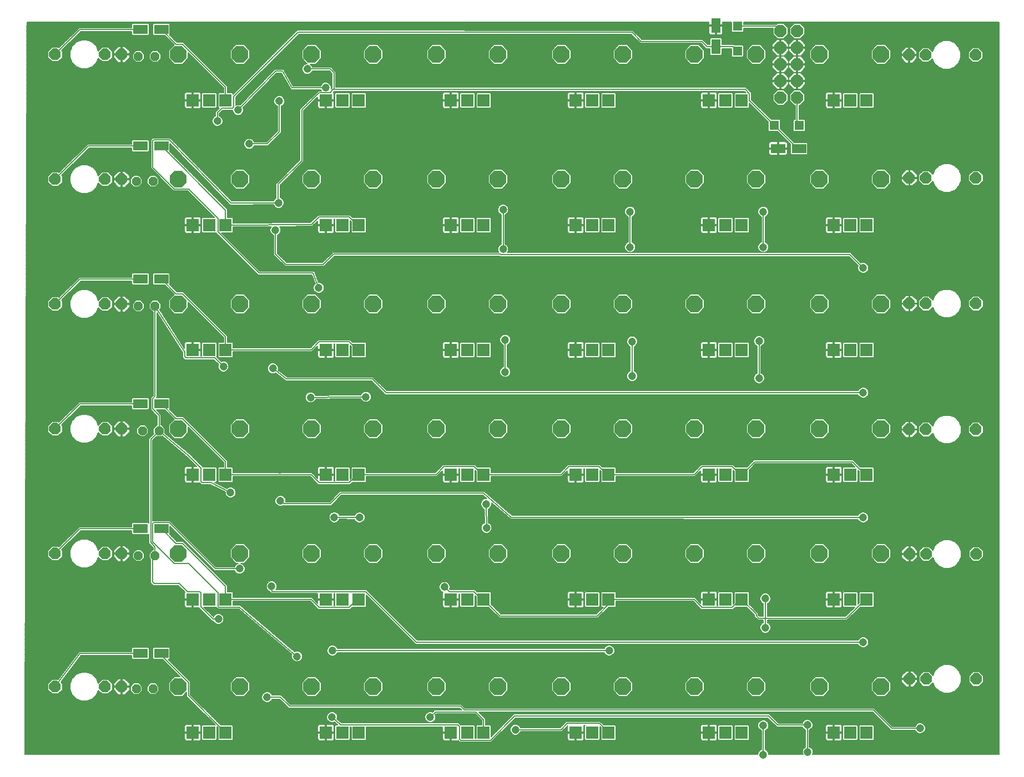
<source format=gbl>
G75*
%MOIN*%
%OFA0B0*%
%FSLAX25Y25*%
%IPPOS*%
%LPD*%
%AMOC8*
5,1,8,0,0,1.08239X$1,22.5*
%
%ADD10OC8,0.07000*%
%ADD11R,0.08661X0.05512*%
%ADD12OC8,0.05200*%
%ADD13R,0.07400X0.07400*%
%ADD14OC8,0.10000*%
%ADD15R,0.05512X0.05512*%
%ADD16OC8,0.07400*%
%ADD17R,0.05512X0.08661*%
%ADD18C,0.04750*%
%ADD19C,0.00600*%
D10*
X0028800Y0061300D03*
X0058800Y0061300D03*
X0068800Y0061300D03*
X0068800Y0141300D03*
X0058800Y0141300D03*
X0028800Y0141300D03*
X0028800Y0216300D03*
X0058800Y0216300D03*
X0068800Y0216300D03*
X0068800Y0291300D03*
X0058800Y0291300D03*
X0028800Y0291300D03*
X0028800Y0366300D03*
X0058800Y0366300D03*
X0068800Y0366300D03*
X0068800Y0441300D03*
X0058800Y0441300D03*
X0028800Y0441300D03*
X0541648Y0440931D03*
X0551648Y0440931D03*
X0581648Y0440931D03*
X0581804Y0367083D03*
X0551804Y0367083D03*
X0541804Y0367083D03*
X0541804Y0291533D03*
X0551804Y0291533D03*
X0581804Y0291533D03*
X0581804Y0215856D03*
X0551804Y0215856D03*
X0541804Y0215856D03*
X0541931Y0141068D03*
X0551931Y0141068D03*
X0581931Y0141068D03*
X0581931Y0065899D03*
X0551931Y0065899D03*
X0541931Y0065899D03*
D11*
X0475599Y0384800D03*
X0463001Y0384800D03*
X0092599Y0386300D03*
X0080001Y0386300D03*
X0080001Y0456300D03*
X0092599Y0456300D03*
X0092599Y0306300D03*
X0080001Y0306300D03*
X0080001Y0231300D03*
X0092599Y0231300D03*
X0092599Y0156300D03*
X0080001Y0156300D03*
X0080001Y0081300D03*
X0092599Y0081300D03*
D12*
X0087550Y0060050D03*
X0077550Y0060050D03*
X0078800Y0140050D03*
X0088800Y0140050D03*
X0091300Y0215050D03*
X0081300Y0215050D03*
X0078800Y0290050D03*
X0088800Y0290050D03*
X0087550Y0365050D03*
X0077550Y0365050D03*
X0078800Y0440050D03*
X0088800Y0440050D03*
D13*
X0111457Y0413741D03*
X0121300Y0413741D03*
X0131143Y0413741D03*
X0191457Y0413741D03*
X0201300Y0413741D03*
X0211143Y0413741D03*
X0266457Y0413741D03*
X0276300Y0413741D03*
X0286143Y0413741D03*
X0341457Y0413741D03*
X0351300Y0413741D03*
X0361143Y0413741D03*
X0421457Y0413741D03*
X0431300Y0413741D03*
X0441143Y0413741D03*
X0496457Y0413741D03*
X0506300Y0413741D03*
X0516143Y0413741D03*
X0516143Y0338741D03*
X0506300Y0338741D03*
X0496457Y0338741D03*
X0441143Y0338741D03*
X0431300Y0338741D03*
X0421457Y0338741D03*
X0361143Y0338741D03*
X0351300Y0338741D03*
X0341457Y0338741D03*
X0286143Y0338741D03*
X0276300Y0338741D03*
X0266457Y0338741D03*
X0211143Y0338741D03*
X0201300Y0338741D03*
X0191457Y0338741D03*
X0131143Y0338741D03*
X0121300Y0338741D03*
X0111457Y0338741D03*
X0111457Y0263741D03*
X0121300Y0263741D03*
X0131143Y0263741D03*
X0191457Y0263741D03*
X0201300Y0263741D03*
X0211143Y0263741D03*
X0266457Y0263741D03*
X0276300Y0263741D03*
X0286143Y0263741D03*
X0341457Y0263741D03*
X0351300Y0263741D03*
X0361143Y0263741D03*
X0421457Y0263741D03*
X0431300Y0263741D03*
X0441143Y0263741D03*
X0496457Y0263741D03*
X0506300Y0263741D03*
X0516143Y0263741D03*
X0516143Y0188741D03*
X0506300Y0188741D03*
X0496457Y0188741D03*
X0441143Y0188741D03*
X0431300Y0188741D03*
X0421457Y0188741D03*
X0361143Y0188741D03*
X0351300Y0188741D03*
X0341457Y0188741D03*
X0286143Y0188741D03*
X0276300Y0188741D03*
X0266457Y0188741D03*
X0211143Y0188741D03*
X0201300Y0188741D03*
X0191457Y0188741D03*
X0131143Y0188741D03*
X0121300Y0188741D03*
X0111457Y0188741D03*
X0111457Y0113741D03*
X0121300Y0113741D03*
X0131143Y0113741D03*
X0191457Y0113741D03*
X0201300Y0113741D03*
X0211143Y0113741D03*
X0266457Y0113741D03*
X0276300Y0113741D03*
X0286143Y0113741D03*
X0341457Y0113741D03*
X0351300Y0113741D03*
X0361143Y0113741D03*
X0421457Y0113741D03*
X0431300Y0113741D03*
X0441143Y0113741D03*
X0496457Y0113741D03*
X0506300Y0113741D03*
X0516143Y0113741D03*
X0516143Y0033741D03*
X0506300Y0033741D03*
X0496457Y0033741D03*
X0441143Y0033741D03*
X0431300Y0033741D03*
X0421457Y0033741D03*
X0361143Y0033741D03*
X0351300Y0033741D03*
X0341457Y0033741D03*
X0286143Y0033741D03*
X0276300Y0033741D03*
X0266457Y0033741D03*
X0211143Y0033741D03*
X0201300Y0033741D03*
X0191457Y0033741D03*
X0131143Y0033741D03*
X0121300Y0033741D03*
X0111457Y0033741D03*
D14*
X0102796Y0061300D03*
X0139804Y0061300D03*
X0182796Y0061300D03*
X0219804Y0061300D03*
X0257796Y0061300D03*
X0294804Y0061300D03*
X0332796Y0061300D03*
X0369804Y0061300D03*
X0412796Y0061300D03*
X0449804Y0061300D03*
X0487796Y0061300D03*
X0524804Y0061300D03*
X0524804Y0141300D03*
X0487796Y0141300D03*
X0449804Y0141300D03*
X0412796Y0141300D03*
X0369804Y0141300D03*
X0332796Y0141300D03*
X0294804Y0141300D03*
X0257796Y0141300D03*
X0219804Y0141300D03*
X0182796Y0141300D03*
X0139804Y0141300D03*
X0102796Y0141300D03*
X0102796Y0216300D03*
X0139804Y0216300D03*
X0182796Y0216300D03*
X0219804Y0216300D03*
X0257796Y0216300D03*
X0294804Y0216300D03*
X0332796Y0216300D03*
X0369804Y0216300D03*
X0412796Y0216300D03*
X0449804Y0216300D03*
X0487796Y0216300D03*
X0524804Y0216300D03*
X0524804Y0291300D03*
X0487796Y0291300D03*
X0449804Y0291300D03*
X0412796Y0291300D03*
X0369804Y0291300D03*
X0332796Y0291300D03*
X0294804Y0291300D03*
X0257796Y0291300D03*
X0219804Y0291300D03*
X0182796Y0291300D03*
X0139804Y0291300D03*
X0102796Y0291300D03*
X0102796Y0366300D03*
X0139804Y0366300D03*
X0182796Y0366300D03*
X0219804Y0366300D03*
X0257796Y0366300D03*
X0294804Y0366300D03*
X0332796Y0366300D03*
X0369804Y0366300D03*
X0412796Y0366300D03*
X0449804Y0366300D03*
X0487796Y0366300D03*
X0524804Y0366300D03*
X0524804Y0441300D03*
X0487796Y0441300D03*
X0449804Y0441300D03*
X0412796Y0441300D03*
X0369804Y0441300D03*
X0332796Y0441300D03*
X0294804Y0441300D03*
X0257796Y0441300D03*
X0219804Y0441300D03*
X0182796Y0441300D03*
X0139804Y0441300D03*
X0102796Y0441300D03*
D15*
X0438550Y0443320D03*
X0438550Y0458280D03*
X0460820Y0398550D03*
X0475780Y0398550D03*
D16*
X0474439Y0415402D03*
X0464439Y0415402D03*
X0464439Y0425402D03*
X0474439Y0425402D03*
X0474439Y0435402D03*
X0464439Y0435402D03*
X0464439Y0445402D03*
X0474439Y0445402D03*
X0474439Y0455402D03*
X0464439Y0455402D03*
D17*
X0425550Y0458599D03*
X0425550Y0446001D03*
D18*
X0454100Y0346750D03*
X0454100Y0325500D03*
X0514100Y0313000D03*
X0451600Y0269000D03*
X0451600Y0246750D03*
X0514100Y0238000D03*
X0514100Y0163000D03*
X0455350Y0114250D03*
X0455350Y0096750D03*
X0514100Y0088000D03*
X0480600Y0038300D03*
X0480800Y0022000D03*
X0454100Y0020500D03*
X0454100Y0038000D03*
X0548300Y0036300D03*
X0361600Y0083000D03*
X0305302Y0035441D03*
X0254100Y0043000D03*
X0195100Y0043000D03*
X0156100Y0055000D03*
X0174100Y0079500D03*
X0195350Y0083000D03*
X0158800Y0121600D03*
X0151200Y0122925D03*
X0139600Y0132200D03*
X0126850Y0102000D03*
X0196450Y0163100D03*
X0211600Y0163000D03*
X0164100Y0173000D03*
X0163550Y0191800D03*
X0134150Y0178000D03*
X0182200Y0235150D03*
X0159600Y0252600D03*
X0129850Y0253750D03*
X0187100Y0301000D03*
X0161100Y0335700D03*
X0163000Y0352100D03*
X0145350Y0387550D03*
X0153100Y0400000D03*
X0138659Y0407857D03*
X0126300Y0401300D03*
X0159700Y0417900D03*
X0163400Y0413250D03*
X0161950Y0425900D03*
X0180300Y0432522D03*
X0191300Y0421300D03*
X0297850Y0348000D03*
X0297850Y0324250D03*
X0299100Y0269750D03*
X0299100Y0250500D03*
X0375350Y0248000D03*
X0375350Y0268750D03*
X0374100Y0325500D03*
X0374100Y0346750D03*
X0215500Y0235500D03*
X0287650Y0171150D03*
X0287850Y0156750D03*
X0262650Y0121200D03*
D19*
X0010612Y0020600D02*
X0011838Y0460711D01*
X0421494Y0460711D01*
X0421494Y0458899D01*
X0425250Y0458899D01*
X0425250Y0458299D01*
X0425850Y0458299D01*
X0425850Y0452969D01*
X0428477Y0452969D01*
X0428808Y0453057D01*
X0429104Y0453228D01*
X0429346Y0453470D01*
X0429517Y0453767D01*
X0429606Y0454097D01*
X0429606Y0458299D01*
X0425850Y0458299D01*
X0425850Y0458899D01*
X0429606Y0458899D01*
X0429606Y0460711D01*
X0434894Y0460711D01*
X0434894Y0455152D01*
X0435421Y0454624D01*
X0441679Y0454624D01*
X0442206Y0455152D01*
X0442206Y0457080D01*
X0459839Y0457080D01*
X0459839Y0453497D01*
X0462534Y0450802D01*
X0466344Y0450802D01*
X0469039Y0453497D01*
X0469039Y0457307D01*
X0466344Y0460002D01*
X0462534Y0460002D01*
X0462012Y0459480D01*
X0442206Y0459480D01*
X0442206Y0460711D01*
X0595701Y0460711D01*
X0595701Y0020600D01*
X0483765Y0020600D01*
X0484075Y0021349D01*
X0484075Y0022651D01*
X0483576Y0023855D01*
X0482655Y0024776D01*
X0481800Y0025130D01*
X0481800Y0035252D01*
X0482455Y0035524D01*
X0483376Y0036445D01*
X0483875Y0037649D01*
X0483875Y0038951D01*
X0483376Y0040155D01*
X0482455Y0041076D01*
X0481251Y0041575D01*
X0479949Y0041575D01*
X0478745Y0041076D01*
X0477824Y0040155D01*
X0477552Y0039500D01*
X0463176Y0039500D01*
X0458490Y0044186D01*
X0457787Y0044889D01*
X0304266Y0044889D01*
X0290743Y0031365D01*
X0290743Y0037814D01*
X0290215Y0038341D01*
X0287343Y0038341D01*
X0287343Y0041955D01*
X0283197Y0046100D01*
X0519803Y0046100D01*
X0530803Y0035100D01*
X0545252Y0035100D01*
X0545524Y0034445D01*
X0546445Y0033524D01*
X0547649Y0033025D01*
X0548951Y0033025D01*
X0550155Y0033524D01*
X0551076Y0034445D01*
X0551575Y0035649D01*
X0551575Y0036951D01*
X0551076Y0038155D01*
X0550155Y0039076D01*
X0548951Y0039575D01*
X0547649Y0039575D01*
X0546445Y0039076D01*
X0545524Y0038155D01*
X0545252Y0037500D01*
X0531797Y0037500D01*
X0521500Y0047797D01*
X0521500Y0047797D01*
X0520797Y0048500D01*
X0275060Y0048500D01*
X0273489Y0050072D01*
X0272786Y0050775D01*
X0170072Y0050775D01*
X0164647Y0056200D01*
X0159148Y0056200D01*
X0158876Y0056855D01*
X0157955Y0057776D01*
X0156751Y0058275D01*
X0155449Y0058275D01*
X0154245Y0057776D01*
X0153324Y0056855D01*
X0152825Y0055651D01*
X0152825Y0054349D01*
X0153324Y0053145D01*
X0154245Y0052224D01*
X0155449Y0051725D01*
X0156751Y0051725D01*
X0157955Y0052224D01*
X0158876Y0053145D01*
X0159148Y0053800D01*
X0163653Y0053800D01*
X0169078Y0048375D01*
X0271792Y0048375D01*
X0272866Y0047300D01*
X0256703Y0047300D01*
X0255406Y0046003D01*
X0254751Y0046275D01*
X0253449Y0046275D01*
X0252245Y0045776D01*
X0251324Y0044855D01*
X0250825Y0043651D01*
X0250825Y0042349D01*
X0251324Y0041145D01*
X0252245Y0040224D01*
X0253449Y0039725D01*
X0254751Y0039725D01*
X0255955Y0040224D01*
X0256876Y0041145D01*
X0257375Y0042349D01*
X0257375Y0043651D01*
X0257103Y0044306D01*
X0257697Y0044900D01*
X0281003Y0044900D01*
X0284943Y0040960D01*
X0284943Y0038341D01*
X0282070Y0038341D01*
X0281543Y0037814D01*
X0281543Y0030341D01*
X0280900Y0030341D01*
X0280900Y0037814D01*
X0280373Y0038341D01*
X0272227Y0038341D01*
X0271730Y0038838D01*
X0271027Y0039541D01*
X0200721Y0039541D01*
X0198167Y0041847D01*
X0198375Y0042349D01*
X0198375Y0043651D01*
X0197876Y0044855D01*
X0196955Y0045776D01*
X0195751Y0046275D01*
X0194449Y0046275D01*
X0193245Y0045776D01*
X0192324Y0044855D01*
X0191825Y0043651D01*
X0191825Y0042349D01*
X0192324Y0041145D01*
X0193245Y0040224D01*
X0194449Y0039725D01*
X0195751Y0039725D01*
X0196563Y0040062D01*
X0198469Y0038341D01*
X0197227Y0038341D01*
X0196700Y0037814D01*
X0196700Y0029668D01*
X0197227Y0029141D01*
X0205373Y0029141D01*
X0205900Y0029668D01*
X0205900Y0037141D01*
X0206543Y0037141D01*
X0206543Y0029668D01*
X0207070Y0029141D01*
X0215215Y0029141D01*
X0215743Y0029668D01*
X0215743Y0037141D01*
X0261457Y0037141D01*
X0261457Y0034041D01*
X0266157Y0034041D01*
X0266157Y0033441D01*
X0261457Y0033441D01*
X0261457Y0029870D01*
X0261546Y0029539D01*
X0261717Y0029243D01*
X0261959Y0029001D01*
X0262256Y0028830D01*
X0262586Y0028741D01*
X0266157Y0028741D01*
X0266157Y0033441D01*
X0266757Y0033441D01*
X0266757Y0028741D01*
X0270329Y0028741D01*
X0270659Y0028830D01*
X0270775Y0028896D01*
X0271027Y0028644D01*
X0271027Y0028644D01*
X0271730Y0027941D01*
X0290712Y0027941D01*
X0305260Y0042489D01*
X0456793Y0042489D01*
X0462181Y0037100D01*
X0477552Y0037100D01*
X0477824Y0036445D01*
X0478745Y0035524D01*
X0479400Y0035252D01*
X0479400Y0024965D01*
X0478945Y0024776D01*
X0478024Y0023855D01*
X0477525Y0022651D01*
X0477525Y0021349D01*
X0477835Y0020600D01*
X0457375Y0020600D01*
X0457375Y0021151D01*
X0456876Y0022355D01*
X0455955Y0023276D01*
X0455300Y0023548D01*
X0455300Y0034952D01*
X0455955Y0035224D01*
X0456876Y0036145D01*
X0457375Y0037349D01*
X0457375Y0038651D01*
X0456876Y0039855D01*
X0455955Y0040776D01*
X0454751Y0041275D01*
X0453449Y0041275D01*
X0452245Y0040776D01*
X0451324Y0039855D01*
X0450825Y0038651D01*
X0450825Y0037349D01*
X0451324Y0036145D01*
X0452245Y0035224D01*
X0452900Y0034952D01*
X0452900Y0023548D01*
X0452245Y0023276D01*
X0451324Y0022355D01*
X0450825Y0021151D01*
X0450825Y0020600D01*
X0010612Y0020600D01*
X0010612Y0020701D02*
X0450825Y0020701D01*
X0450887Y0021300D02*
X0010614Y0021300D01*
X0010616Y0021899D02*
X0451135Y0021899D01*
X0451466Y0022497D02*
X0010617Y0022497D01*
X0010619Y0023096D02*
X0452064Y0023096D01*
X0452900Y0023694D02*
X0010621Y0023694D01*
X0010622Y0024293D02*
X0452900Y0024293D01*
X0452900Y0024891D02*
X0010624Y0024891D01*
X0010626Y0025490D02*
X0452900Y0025490D01*
X0452900Y0026088D02*
X0010627Y0026088D01*
X0010629Y0026687D02*
X0452900Y0026687D01*
X0452900Y0027285D02*
X0010631Y0027285D01*
X0010632Y0027884D02*
X0452900Y0027884D01*
X0452900Y0028482D02*
X0291254Y0028482D01*
X0291852Y0029081D02*
X0336879Y0029081D01*
X0336959Y0029001D02*
X0337256Y0028830D01*
X0337586Y0028741D01*
X0341157Y0028741D01*
X0341157Y0033441D01*
X0336457Y0033441D01*
X0336457Y0029870D01*
X0336546Y0029539D01*
X0336717Y0029243D01*
X0336959Y0029001D01*
X0336509Y0029679D02*
X0292451Y0029679D01*
X0293049Y0030278D02*
X0336457Y0030278D01*
X0336457Y0030876D02*
X0293648Y0030876D01*
X0294246Y0031475D02*
X0336457Y0031475D01*
X0336457Y0032073D02*
X0294845Y0032073D01*
X0295443Y0032672D02*
X0303440Y0032672D01*
X0303447Y0032665D02*
X0304650Y0032166D01*
X0305953Y0032166D01*
X0307157Y0032665D01*
X0308078Y0033586D01*
X0308352Y0034248D01*
X0332501Y0034302D01*
X0332999Y0034302D01*
X0333000Y0034303D01*
X0333002Y0034303D01*
X0333352Y0034655D01*
X0336512Y0037815D01*
X0336457Y0037612D01*
X0336457Y0034041D01*
X0341157Y0034041D01*
X0341157Y0033441D01*
X0341757Y0033441D01*
X0341757Y0028741D01*
X0345329Y0028741D01*
X0345659Y0028830D01*
X0345956Y0029001D01*
X0346198Y0029243D01*
X0346369Y0029539D01*
X0346457Y0029870D01*
X0346457Y0033441D01*
X0341758Y0033441D01*
X0341758Y0034041D01*
X0346457Y0034041D01*
X0346457Y0037612D01*
X0346369Y0037943D01*
X0346278Y0038100D01*
X0346986Y0038100D01*
X0346700Y0037814D01*
X0346700Y0029668D01*
X0347227Y0029141D01*
X0355373Y0029141D01*
X0355900Y0029668D01*
X0355900Y0037286D01*
X0356543Y0036644D01*
X0356543Y0029668D01*
X0357070Y0029141D01*
X0365215Y0029141D01*
X0365743Y0029668D01*
X0365743Y0037814D01*
X0365215Y0038341D01*
X0358240Y0038341D01*
X0356081Y0040500D01*
X0335803Y0040500D01*
X0335100Y0039797D01*
X0332004Y0036701D01*
X0308347Y0036648D01*
X0308078Y0037296D01*
X0307157Y0038217D01*
X0305953Y0038716D01*
X0304650Y0038716D01*
X0303447Y0038217D01*
X0302526Y0037296D01*
X0302027Y0036092D01*
X0302027Y0034790D01*
X0302526Y0033586D01*
X0303447Y0032665D01*
X0302841Y0033270D02*
X0296042Y0033270D01*
X0296640Y0033869D02*
X0302408Y0033869D01*
X0302161Y0034467D02*
X0297239Y0034467D01*
X0297837Y0035066D02*
X0302027Y0035066D01*
X0302027Y0035664D02*
X0298436Y0035664D01*
X0299034Y0036263D02*
X0302098Y0036263D01*
X0302346Y0036861D02*
X0299633Y0036861D01*
X0300231Y0037460D02*
X0302689Y0037460D01*
X0303288Y0038058D02*
X0300830Y0038058D01*
X0301428Y0038657D02*
X0304508Y0038657D01*
X0306095Y0038657D02*
X0333960Y0038657D01*
X0334558Y0039255D02*
X0302027Y0039255D01*
X0302625Y0039854D02*
X0335157Y0039854D01*
X0335755Y0040452D02*
X0303224Y0040452D01*
X0303822Y0041051D02*
X0452908Y0041051D01*
X0451921Y0040452D02*
X0356128Y0040452D01*
X0356727Y0039854D02*
X0451323Y0039854D01*
X0451075Y0039255D02*
X0357325Y0039255D01*
X0357924Y0038657D02*
X0417272Y0038657D01*
X0417256Y0038652D02*
X0416959Y0038481D01*
X0416717Y0038239D01*
X0416546Y0037943D01*
X0416457Y0037612D01*
X0416457Y0034041D01*
X0421157Y0034041D01*
X0421157Y0033441D01*
X0416457Y0033441D01*
X0416457Y0029870D01*
X0416546Y0029539D01*
X0416717Y0029243D01*
X0416959Y0029001D01*
X0417256Y0028830D01*
X0417586Y0028741D01*
X0421157Y0028741D01*
X0421157Y0033441D01*
X0421757Y0033441D01*
X0421757Y0028741D01*
X0425329Y0028741D01*
X0425659Y0028830D01*
X0425956Y0029001D01*
X0426198Y0029243D01*
X0426369Y0029539D01*
X0426457Y0029870D01*
X0426457Y0033441D01*
X0421758Y0033441D01*
X0421758Y0034041D01*
X0426457Y0034041D01*
X0426457Y0037612D01*
X0426369Y0037943D01*
X0426198Y0038239D01*
X0425956Y0038481D01*
X0425659Y0038652D01*
X0425329Y0038741D01*
X0421757Y0038741D01*
X0421757Y0034041D01*
X0421157Y0034041D01*
X0421157Y0038741D01*
X0417586Y0038741D01*
X0417256Y0038652D01*
X0416613Y0038058D02*
X0365498Y0038058D01*
X0365743Y0037460D02*
X0416457Y0037460D01*
X0416457Y0036861D02*
X0365743Y0036861D01*
X0365743Y0036263D02*
X0416457Y0036263D01*
X0416457Y0035664D02*
X0365743Y0035664D01*
X0365743Y0035066D02*
X0416457Y0035066D01*
X0416457Y0034467D02*
X0365743Y0034467D01*
X0365743Y0033869D02*
X0421157Y0033869D01*
X0421157Y0034467D02*
X0421757Y0034467D01*
X0421758Y0033869D02*
X0426700Y0033869D01*
X0426700Y0034467D02*
X0426457Y0034467D01*
X0426457Y0035066D02*
X0426700Y0035066D01*
X0426700Y0035664D02*
X0426457Y0035664D01*
X0426457Y0036263D02*
X0426700Y0036263D01*
X0426700Y0036861D02*
X0426457Y0036861D01*
X0426457Y0037460D02*
X0426700Y0037460D01*
X0426700Y0037814D02*
X0426700Y0029668D01*
X0427227Y0029141D01*
X0435373Y0029141D01*
X0435900Y0029668D01*
X0435900Y0037814D01*
X0435373Y0038341D01*
X0427227Y0038341D01*
X0426700Y0037814D01*
X0426945Y0038058D02*
X0426302Y0038058D01*
X0425642Y0038657D02*
X0450827Y0038657D01*
X0450825Y0038058D02*
X0445498Y0038058D01*
X0445743Y0037814D02*
X0445215Y0038341D01*
X0437070Y0038341D01*
X0436543Y0037814D01*
X0436543Y0029668D01*
X0437070Y0029141D01*
X0445215Y0029141D01*
X0445743Y0029668D01*
X0445743Y0037814D01*
X0445743Y0037460D02*
X0450825Y0037460D01*
X0451027Y0036861D02*
X0445743Y0036861D01*
X0445743Y0036263D02*
X0451275Y0036263D01*
X0451804Y0035664D02*
X0445743Y0035664D01*
X0445743Y0035066D02*
X0452626Y0035066D01*
X0452900Y0034467D02*
X0445743Y0034467D01*
X0445743Y0033869D02*
X0452900Y0033869D01*
X0452900Y0033270D02*
X0445743Y0033270D01*
X0445743Y0032672D02*
X0452900Y0032672D01*
X0452900Y0032073D02*
X0445743Y0032073D01*
X0445743Y0031475D02*
X0452900Y0031475D01*
X0452900Y0030876D02*
X0445743Y0030876D01*
X0445743Y0030278D02*
X0452900Y0030278D01*
X0452900Y0029679D02*
X0445743Y0029679D01*
X0452900Y0029081D02*
X0426036Y0029081D01*
X0426406Y0029679D02*
X0426700Y0029679D01*
X0426700Y0030278D02*
X0426457Y0030278D01*
X0426457Y0030876D02*
X0426700Y0030876D01*
X0426700Y0031475D02*
X0426457Y0031475D01*
X0426457Y0032073D02*
X0426700Y0032073D01*
X0426700Y0032672D02*
X0426457Y0032672D01*
X0426457Y0033270D02*
X0426700Y0033270D01*
X0421757Y0033270D02*
X0421157Y0033270D01*
X0421157Y0032672D02*
X0421757Y0032672D01*
X0421757Y0032073D02*
X0421157Y0032073D01*
X0421157Y0031475D02*
X0421757Y0031475D01*
X0421757Y0030876D02*
X0421157Y0030876D01*
X0421157Y0030278D02*
X0421757Y0030278D01*
X0421757Y0029679D02*
X0421157Y0029679D01*
X0421157Y0029081D02*
X0421757Y0029081D01*
X0416879Y0029081D02*
X0346036Y0029081D01*
X0346406Y0029679D02*
X0346700Y0029679D01*
X0346700Y0030278D02*
X0346457Y0030278D01*
X0346457Y0030876D02*
X0346700Y0030876D01*
X0346700Y0031475D02*
X0346457Y0031475D01*
X0346457Y0032073D02*
X0346700Y0032073D01*
X0346700Y0032672D02*
X0346457Y0032672D01*
X0346457Y0033270D02*
X0346700Y0033270D01*
X0346700Y0033869D02*
X0341758Y0033869D01*
X0341757Y0033270D02*
X0341157Y0033270D01*
X0341157Y0032672D02*
X0341757Y0032672D01*
X0341757Y0032073D02*
X0341157Y0032073D01*
X0341157Y0031475D02*
X0341757Y0031475D01*
X0341757Y0030876D02*
X0341157Y0030876D01*
X0341157Y0030278D02*
X0341757Y0030278D01*
X0341757Y0029679D02*
X0341157Y0029679D01*
X0341157Y0029081D02*
X0341757Y0029081D01*
X0341157Y0033869D02*
X0308195Y0033869D01*
X0307762Y0033270D02*
X0336457Y0033270D01*
X0336457Y0032672D02*
X0307164Y0032672D01*
X0305302Y0035441D02*
X0332502Y0035502D01*
X0336300Y0039300D01*
X0355583Y0039300D01*
X0361143Y0033741D01*
X0356543Y0033869D02*
X0355900Y0033869D01*
X0355900Y0034467D02*
X0356543Y0034467D01*
X0356543Y0035066D02*
X0355900Y0035066D01*
X0355900Y0035664D02*
X0356543Y0035664D01*
X0356543Y0036263D02*
X0355900Y0036263D01*
X0355900Y0036861D02*
X0356325Y0036861D01*
X0356543Y0033270D02*
X0355900Y0033270D01*
X0355900Y0032672D02*
X0356543Y0032672D01*
X0356543Y0032073D02*
X0355900Y0032073D01*
X0355900Y0031475D02*
X0356543Y0031475D01*
X0356543Y0030876D02*
X0355900Y0030876D01*
X0355900Y0030278D02*
X0356543Y0030278D01*
X0356543Y0029679D02*
X0355900Y0029679D01*
X0365743Y0029679D02*
X0416509Y0029679D01*
X0416457Y0030278D02*
X0365743Y0030278D01*
X0365743Y0030876D02*
X0416457Y0030876D01*
X0416457Y0031475D02*
X0365743Y0031475D01*
X0365743Y0032073D02*
X0416457Y0032073D01*
X0416457Y0032672D02*
X0365743Y0032672D01*
X0365743Y0033270D02*
X0416457Y0033270D01*
X0421157Y0035066D02*
X0421757Y0035066D01*
X0421757Y0035664D02*
X0421157Y0035664D01*
X0421157Y0036263D02*
X0421757Y0036263D01*
X0421757Y0036861D02*
X0421157Y0036861D01*
X0421157Y0037460D02*
X0421757Y0037460D01*
X0421757Y0038058D02*
X0421157Y0038058D01*
X0421157Y0038657D02*
X0421757Y0038657D01*
X0435655Y0038058D02*
X0436787Y0038058D01*
X0436543Y0037460D02*
X0435900Y0037460D01*
X0435900Y0036861D02*
X0436543Y0036861D01*
X0436543Y0036263D02*
X0435900Y0036263D01*
X0435900Y0035664D02*
X0436543Y0035664D01*
X0436543Y0035066D02*
X0435900Y0035066D01*
X0435900Y0034467D02*
X0436543Y0034467D01*
X0436543Y0033869D02*
X0435900Y0033869D01*
X0435900Y0033270D02*
X0436543Y0033270D01*
X0436543Y0032672D02*
X0435900Y0032672D01*
X0435900Y0032073D02*
X0436543Y0032073D01*
X0436543Y0031475D02*
X0435900Y0031475D01*
X0435900Y0030876D02*
X0436543Y0030876D01*
X0436543Y0030278D02*
X0435900Y0030278D01*
X0435900Y0029679D02*
X0436543Y0029679D01*
X0455300Y0029679D02*
X0479400Y0029679D01*
X0479400Y0029081D02*
X0455300Y0029081D01*
X0455300Y0028482D02*
X0479400Y0028482D01*
X0479400Y0027884D02*
X0455300Y0027884D01*
X0455300Y0027285D02*
X0479400Y0027285D01*
X0479400Y0026687D02*
X0455300Y0026687D01*
X0455300Y0026088D02*
X0479400Y0026088D01*
X0479400Y0025490D02*
X0455300Y0025490D01*
X0455300Y0024891D02*
X0479222Y0024891D01*
X0478461Y0024293D02*
X0455300Y0024293D01*
X0455300Y0023694D02*
X0477957Y0023694D01*
X0477709Y0023096D02*
X0456136Y0023096D01*
X0456734Y0022497D02*
X0477525Y0022497D01*
X0477525Y0021899D02*
X0457065Y0021899D01*
X0457313Y0021300D02*
X0477545Y0021300D01*
X0477793Y0020701D02*
X0457375Y0020701D01*
X0454100Y0020500D02*
X0454100Y0038000D01*
X0457125Y0039255D02*
X0460026Y0039255D01*
X0460625Y0038657D02*
X0457373Y0038657D01*
X0457375Y0038058D02*
X0461223Y0038058D01*
X0461822Y0037460D02*
X0457375Y0037460D01*
X0457173Y0036861D02*
X0477651Y0036861D01*
X0478006Y0036263D02*
X0456925Y0036263D01*
X0456396Y0035664D02*
X0478604Y0035664D01*
X0479400Y0035066D02*
X0455574Y0035066D01*
X0455300Y0034467D02*
X0479400Y0034467D01*
X0479400Y0033869D02*
X0455300Y0033869D01*
X0455300Y0033270D02*
X0479400Y0033270D01*
X0479400Y0032672D02*
X0455300Y0032672D01*
X0455300Y0032073D02*
X0479400Y0032073D01*
X0479400Y0031475D02*
X0455300Y0031475D01*
X0455300Y0030876D02*
X0479400Y0030876D01*
X0479400Y0030278D02*
X0455300Y0030278D01*
X0462679Y0038300D02*
X0457290Y0043689D01*
X0304763Y0043689D01*
X0290215Y0029141D01*
X0272227Y0029141D01*
X0271700Y0029668D01*
X0271700Y0037171D01*
X0270530Y0038341D01*
X0200259Y0038341D01*
X0195100Y0043000D01*
X0192115Y0041649D02*
X0124931Y0041649D01*
X0125530Y0041051D02*
X0192418Y0041051D01*
X0193016Y0040452D02*
X0126128Y0040452D01*
X0126727Y0039854D02*
X0194138Y0039854D01*
X0195329Y0038741D02*
X0191757Y0038741D01*
X0191757Y0034041D01*
X0191157Y0034041D01*
X0191157Y0033441D01*
X0186457Y0033441D01*
X0186457Y0029870D01*
X0186546Y0029539D01*
X0186717Y0029243D01*
X0186959Y0029001D01*
X0187256Y0028830D01*
X0187586Y0028741D01*
X0191157Y0028741D01*
X0191157Y0033441D01*
X0191757Y0033441D01*
X0191757Y0028741D01*
X0195329Y0028741D01*
X0195659Y0028830D01*
X0195956Y0029001D01*
X0196198Y0029243D01*
X0196369Y0029539D01*
X0196457Y0029870D01*
X0196457Y0033441D01*
X0191758Y0033441D01*
X0191758Y0034041D01*
X0196457Y0034041D01*
X0196457Y0037612D01*
X0196369Y0037943D01*
X0196198Y0038239D01*
X0195956Y0038481D01*
X0195659Y0038652D01*
X0195329Y0038741D01*
X0195642Y0038657D02*
X0198119Y0038657D01*
X0197456Y0039255D02*
X0127325Y0039255D01*
X0127924Y0038657D02*
X0187272Y0038657D01*
X0187256Y0038652D02*
X0186959Y0038481D01*
X0186717Y0038239D01*
X0186546Y0037943D01*
X0186457Y0037612D01*
X0186457Y0034041D01*
X0191157Y0034041D01*
X0191157Y0038741D01*
X0187586Y0038741D01*
X0187256Y0038652D01*
X0186613Y0038058D02*
X0135498Y0038058D01*
X0135743Y0037814D02*
X0135215Y0038341D01*
X0128240Y0038341D01*
X0110096Y0056484D01*
X0110096Y0064324D01*
X0096776Y0077644D01*
X0097303Y0077644D01*
X0097830Y0078171D01*
X0097830Y0084429D01*
X0097303Y0084956D01*
X0087896Y0084956D01*
X0087369Y0084429D01*
X0087369Y0078171D01*
X0087896Y0077644D01*
X0093382Y0077644D01*
X0103826Y0067200D01*
X0100352Y0067200D01*
X0096896Y0063744D01*
X0096896Y0058856D01*
X0100352Y0055400D01*
X0105240Y0055400D01*
X0107696Y0057856D01*
X0107696Y0055490D01*
X0108399Y0054787D01*
X0124845Y0038341D01*
X0117227Y0038341D01*
X0116700Y0037814D01*
X0116700Y0029668D01*
X0117227Y0029141D01*
X0125373Y0029141D01*
X0125900Y0029668D01*
X0125900Y0037286D01*
X0126543Y0036644D01*
X0126543Y0029668D01*
X0127070Y0029141D01*
X0135215Y0029141D01*
X0135743Y0029668D01*
X0135743Y0037814D01*
X0135743Y0037460D02*
X0186457Y0037460D01*
X0186457Y0036861D02*
X0135743Y0036861D01*
X0135743Y0036263D02*
X0186457Y0036263D01*
X0186457Y0035664D02*
X0135743Y0035664D01*
X0135743Y0035066D02*
X0186457Y0035066D01*
X0186457Y0034467D02*
X0135743Y0034467D01*
X0135743Y0033869D02*
X0191157Y0033869D01*
X0191157Y0034467D02*
X0191757Y0034467D01*
X0191758Y0033869D02*
X0196700Y0033869D01*
X0196700Y0034467D02*
X0196457Y0034467D01*
X0196457Y0035066D02*
X0196700Y0035066D01*
X0196700Y0035664D02*
X0196457Y0035664D01*
X0196457Y0036263D02*
X0196700Y0036263D01*
X0196700Y0036861D02*
X0196457Y0036861D01*
X0196457Y0037460D02*
X0196700Y0037460D01*
X0196945Y0038058D02*
X0196302Y0038058D01*
X0196062Y0039854D02*
X0196793Y0039854D01*
X0198386Y0041649D02*
X0251115Y0041649D01*
X0250867Y0042248D02*
X0198333Y0042248D01*
X0198375Y0042846D02*
X0250825Y0042846D01*
X0250825Y0043445D02*
X0198375Y0043445D01*
X0198212Y0044043D02*
X0250988Y0044043D01*
X0251236Y0044642D02*
X0197964Y0044642D01*
X0197491Y0045240D02*
X0251709Y0045240D01*
X0252396Y0045839D02*
X0196804Y0045839D01*
X0193396Y0045839D02*
X0120742Y0045839D01*
X0121340Y0045240D02*
X0192709Y0045240D01*
X0192236Y0044642D02*
X0121939Y0044642D01*
X0122537Y0044043D02*
X0191988Y0044043D01*
X0191825Y0043445D02*
X0123136Y0043445D01*
X0123734Y0042846D02*
X0191825Y0042846D01*
X0191867Y0042248D02*
X0124333Y0042248D01*
X0122734Y0040452D02*
X0010667Y0040452D01*
X0010666Y0039854D02*
X0123333Y0039854D01*
X0123931Y0039255D02*
X0010664Y0039255D01*
X0010662Y0038657D02*
X0107272Y0038657D01*
X0107256Y0038652D02*
X0106959Y0038481D01*
X0106717Y0038239D01*
X0106546Y0037943D01*
X0106457Y0037612D01*
X0106457Y0034041D01*
X0111157Y0034041D01*
X0111157Y0033441D01*
X0106457Y0033441D01*
X0106457Y0029870D01*
X0106546Y0029539D01*
X0106717Y0029243D01*
X0106959Y0029001D01*
X0107256Y0028830D01*
X0107586Y0028741D01*
X0111157Y0028741D01*
X0111157Y0033441D01*
X0111757Y0033441D01*
X0111757Y0028741D01*
X0115329Y0028741D01*
X0115659Y0028830D01*
X0115956Y0029001D01*
X0116198Y0029243D01*
X0116369Y0029539D01*
X0116457Y0029870D01*
X0116457Y0033441D01*
X0111758Y0033441D01*
X0111758Y0034041D01*
X0116457Y0034041D01*
X0116457Y0037612D01*
X0116369Y0037943D01*
X0116198Y0038239D01*
X0115956Y0038481D01*
X0115659Y0038652D01*
X0115329Y0038741D01*
X0111757Y0038741D01*
X0111757Y0034041D01*
X0111157Y0034041D01*
X0111157Y0038741D01*
X0107586Y0038741D01*
X0107256Y0038652D01*
X0106613Y0038058D02*
X0010661Y0038058D01*
X0010659Y0037460D02*
X0106457Y0037460D01*
X0106457Y0036861D02*
X0010657Y0036861D01*
X0010656Y0036263D02*
X0106457Y0036263D01*
X0106457Y0035664D02*
X0010654Y0035664D01*
X0010652Y0035066D02*
X0106457Y0035066D01*
X0106457Y0034467D02*
X0010651Y0034467D01*
X0010649Y0033869D02*
X0111157Y0033869D01*
X0111157Y0034467D02*
X0111757Y0034467D01*
X0111758Y0033869D02*
X0116700Y0033869D01*
X0116700Y0034467D02*
X0116457Y0034467D01*
X0116457Y0035066D02*
X0116700Y0035066D01*
X0116700Y0035664D02*
X0116457Y0035664D01*
X0116457Y0036263D02*
X0116700Y0036263D01*
X0116700Y0036861D02*
X0116457Y0036861D01*
X0116457Y0037460D02*
X0116700Y0037460D01*
X0116945Y0038058D02*
X0116302Y0038058D01*
X0115642Y0038657D02*
X0124530Y0038657D01*
X0125900Y0036861D02*
X0126325Y0036861D01*
X0126543Y0036263D02*
X0125900Y0036263D01*
X0125900Y0035664D02*
X0126543Y0035664D01*
X0126543Y0035066D02*
X0125900Y0035066D01*
X0125900Y0034467D02*
X0126543Y0034467D01*
X0126543Y0033869D02*
X0125900Y0033869D01*
X0125900Y0033270D02*
X0126543Y0033270D01*
X0126543Y0032672D02*
X0125900Y0032672D01*
X0125900Y0032073D02*
X0126543Y0032073D01*
X0126543Y0031475D02*
X0125900Y0031475D01*
X0125900Y0030876D02*
X0126543Y0030876D01*
X0126543Y0030278D02*
X0125900Y0030278D01*
X0125900Y0029679D02*
X0126543Y0029679D01*
X0131143Y0033741D02*
X0108896Y0055987D01*
X0108896Y0063827D01*
X0092599Y0080124D01*
X0092599Y0081300D01*
X0093466Y0077560D02*
X0042495Y0077560D01*
X0042046Y0076962D02*
X0094064Y0076962D01*
X0094663Y0076363D02*
X0041597Y0076363D01*
X0041148Y0075765D02*
X0095261Y0075765D01*
X0095860Y0075166D02*
X0040699Y0075166D01*
X0040251Y0074568D02*
X0096458Y0074568D01*
X0097057Y0073969D02*
X0039802Y0073969D01*
X0039353Y0073370D02*
X0097655Y0073370D01*
X0098254Y0072772D02*
X0038904Y0072772D01*
X0038455Y0072173D02*
X0098852Y0072173D01*
X0099451Y0071575D02*
X0038006Y0071575D01*
X0037557Y0070976D02*
X0100049Y0070976D01*
X0100648Y0070378D02*
X0037108Y0070378D01*
X0036660Y0069779D02*
X0044218Y0069779D01*
X0044583Y0069931D02*
X0041411Y0068617D01*
X0038983Y0066189D01*
X0037669Y0063017D01*
X0037669Y0059583D01*
X0038983Y0056411D01*
X0041411Y0053983D01*
X0044583Y0052669D01*
X0048017Y0052669D01*
X0051189Y0053983D01*
X0053617Y0056411D01*
X0054744Y0059133D01*
X0056977Y0056900D01*
X0060623Y0056900D01*
X0063200Y0059477D01*
X0063200Y0063123D01*
X0060623Y0065700D01*
X0056977Y0065700D01*
X0054744Y0063467D01*
X0053617Y0066189D01*
X0051189Y0068617D01*
X0048017Y0069931D01*
X0044583Y0069931D01*
X0042773Y0069181D02*
X0036211Y0069181D01*
X0035762Y0068582D02*
X0041377Y0068582D01*
X0040778Y0067984D02*
X0035313Y0067984D01*
X0034864Y0067385D02*
X0040180Y0067385D01*
X0039581Y0066787D02*
X0034415Y0066787D01*
X0033966Y0066188D02*
X0038983Y0066188D01*
X0038735Y0065590D02*
X0033517Y0065590D01*
X0033068Y0064991D02*
X0038487Y0064991D01*
X0038239Y0064393D02*
X0032620Y0064393D01*
X0032324Y0063999D02*
X0044400Y0080100D01*
X0074770Y0080100D01*
X0074770Y0078171D01*
X0075297Y0077644D01*
X0084704Y0077644D01*
X0085231Y0078171D01*
X0085231Y0084429D01*
X0084704Y0084956D01*
X0075297Y0084956D01*
X0074770Y0084429D01*
X0074770Y0082500D01*
X0044200Y0082500D01*
X0044122Y0082558D01*
X0043715Y0082500D01*
X0043303Y0082500D01*
X0043234Y0082431D01*
X0043138Y0082418D01*
X0042891Y0082088D01*
X0042600Y0081797D01*
X0042600Y0081700D01*
X0030600Y0065700D01*
X0026977Y0065700D01*
X0024400Y0063123D01*
X0024400Y0059477D01*
X0026977Y0056900D01*
X0030623Y0056900D01*
X0033200Y0059477D01*
X0033200Y0063123D01*
X0032324Y0063999D01*
X0032528Y0063794D02*
X0037991Y0063794D01*
X0037743Y0063196D02*
X0033127Y0063196D01*
X0033200Y0062597D02*
X0037669Y0062597D01*
X0037669Y0061999D02*
X0033200Y0061999D01*
X0033200Y0061400D02*
X0037669Y0061400D01*
X0037669Y0060802D02*
X0033200Y0060802D01*
X0033200Y0060203D02*
X0037669Y0060203D01*
X0037669Y0059605D02*
X0033200Y0059605D01*
X0032729Y0059006D02*
X0037908Y0059006D01*
X0038156Y0058408D02*
X0032130Y0058408D01*
X0031532Y0057809D02*
X0038404Y0057809D01*
X0038652Y0057211D02*
X0030933Y0057211D01*
X0026667Y0057211D02*
X0010714Y0057211D01*
X0010716Y0057809D02*
X0026068Y0057809D01*
X0025470Y0058408D02*
X0010717Y0058408D01*
X0010719Y0059006D02*
X0024871Y0059006D01*
X0024400Y0059605D02*
X0010721Y0059605D01*
X0010722Y0060203D02*
X0024400Y0060203D01*
X0024400Y0060802D02*
X0010724Y0060802D01*
X0010726Y0061400D02*
X0024400Y0061400D01*
X0024400Y0061999D02*
X0010727Y0061999D01*
X0010729Y0062597D02*
X0024400Y0062597D01*
X0024473Y0063196D02*
X0010731Y0063196D01*
X0010732Y0063794D02*
X0025072Y0063794D01*
X0025670Y0064393D02*
X0010734Y0064393D01*
X0010736Y0064991D02*
X0026269Y0064991D01*
X0026867Y0065590D02*
X0010737Y0065590D01*
X0010739Y0066188D02*
X0030966Y0066188D01*
X0031415Y0066787D02*
X0010741Y0066787D01*
X0010742Y0067385D02*
X0031864Y0067385D01*
X0032313Y0067984D02*
X0010744Y0067984D01*
X0010746Y0068582D02*
X0032762Y0068582D01*
X0033211Y0069181D02*
X0010747Y0069181D01*
X0010749Y0069779D02*
X0033660Y0069779D01*
X0034108Y0070378D02*
X0010751Y0070378D01*
X0010752Y0070976D02*
X0034557Y0070976D01*
X0035006Y0071575D02*
X0010754Y0071575D01*
X0010756Y0072173D02*
X0035455Y0072173D01*
X0035904Y0072772D02*
X0010757Y0072772D01*
X0010759Y0073370D02*
X0036353Y0073370D01*
X0036802Y0073969D02*
X0010761Y0073969D01*
X0010762Y0074568D02*
X0037251Y0074568D01*
X0037700Y0075166D02*
X0010764Y0075166D01*
X0010766Y0075765D02*
X0038148Y0075765D01*
X0038597Y0076363D02*
X0010767Y0076363D01*
X0010769Y0076962D02*
X0039046Y0076962D01*
X0039495Y0077560D02*
X0010771Y0077560D01*
X0010772Y0078159D02*
X0039944Y0078159D01*
X0040393Y0078757D02*
X0010774Y0078757D01*
X0010776Y0079356D02*
X0040842Y0079356D01*
X0041291Y0079954D02*
X0010777Y0079954D01*
X0010779Y0080553D02*
X0041739Y0080553D01*
X0042188Y0081151D02*
X0010781Y0081151D01*
X0010782Y0081750D02*
X0042600Y0081750D01*
X0043086Y0082348D02*
X0010784Y0082348D01*
X0010786Y0082947D02*
X0074770Y0082947D01*
X0074770Y0083545D02*
X0010787Y0083545D01*
X0010789Y0084144D02*
X0074770Y0084144D01*
X0075084Y0084742D02*
X0010791Y0084742D01*
X0010792Y0085341D02*
X0165428Y0085341D01*
X0164729Y0085939D02*
X0010794Y0085939D01*
X0010796Y0086538D02*
X0164029Y0086538D01*
X0163330Y0087136D02*
X0010797Y0087136D01*
X0010799Y0087735D02*
X0162630Y0087735D01*
X0161931Y0088333D02*
X0010801Y0088333D01*
X0010802Y0088932D02*
X0161231Y0088932D01*
X0160532Y0089530D02*
X0010804Y0089530D01*
X0010806Y0090129D02*
X0159833Y0090129D01*
X0159133Y0090727D02*
X0010807Y0090727D01*
X0010809Y0091326D02*
X0158434Y0091326D01*
X0157734Y0091924D02*
X0010811Y0091924D01*
X0010812Y0092523D02*
X0157035Y0092523D01*
X0156335Y0093121D02*
X0010814Y0093121D01*
X0010816Y0093720D02*
X0155636Y0093720D01*
X0154936Y0094318D02*
X0010817Y0094318D01*
X0010819Y0094917D02*
X0154237Y0094917D01*
X0153537Y0095515D02*
X0010821Y0095515D01*
X0010822Y0096114D02*
X0152838Y0096114D01*
X0152138Y0096712D02*
X0010824Y0096712D01*
X0010826Y0097311D02*
X0151439Y0097311D01*
X0150739Y0097909D02*
X0010827Y0097909D01*
X0010829Y0098508D02*
X0150040Y0098508D01*
X0149340Y0099106D02*
X0128422Y0099106D01*
X0128705Y0099224D02*
X0129626Y0100145D01*
X0130125Y0101349D01*
X0130125Y0102651D01*
X0129626Y0103855D01*
X0128705Y0104776D01*
X0127501Y0105275D01*
X0126199Y0105275D01*
X0124995Y0104776D01*
X0124074Y0103855D01*
X0123889Y0103408D01*
X0118156Y0109141D01*
X0125373Y0109141D01*
X0125870Y0108644D01*
X0126573Y0107941D01*
X0139016Y0107941D01*
X0171000Y0080573D01*
X0170825Y0080151D01*
X0170825Y0078849D01*
X0171324Y0077645D01*
X0172245Y0076724D01*
X0173449Y0076225D01*
X0174751Y0076225D01*
X0175955Y0076724D01*
X0176876Y0077645D01*
X0177375Y0078849D01*
X0177375Y0080151D01*
X0176876Y0081355D01*
X0175955Y0082276D01*
X0174751Y0082775D01*
X0173449Y0082775D01*
X0172552Y0082404D01*
X0140275Y0110022D01*
X0139956Y0110341D01*
X0139902Y0110341D01*
X0139862Y0110376D01*
X0139413Y0110341D01*
X0135743Y0110341D01*
X0135743Y0112541D01*
X0182005Y0112541D01*
X0186805Y0107741D01*
X0205953Y0107741D01*
X0207353Y0109141D01*
X0215215Y0109141D01*
X0215743Y0109668D01*
X0215743Y0116258D01*
X0236198Y0095803D01*
X0245201Y0086800D01*
X0511052Y0086800D01*
X0511324Y0086145D01*
X0512245Y0085224D01*
X0513449Y0084725D01*
X0514751Y0084725D01*
X0515955Y0085224D01*
X0516876Y0086145D01*
X0517375Y0087349D01*
X0517375Y0088651D01*
X0516876Y0089855D01*
X0515955Y0090776D01*
X0514751Y0091275D01*
X0513449Y0091275D01*
X0512245Y0090776D01*
X0511324Y0089855D01*
X0511052Y0089200D01*
X0246195Y0089200D01*
X0237895Y0097500D01*
X0215754Y0119641D01*
X0161472Y0119641D01*
X0161576Y0119745D01*
X0162075Y0120949D01*
X0162075Y0122251D01*
X0161576Y0123455D01*
X0160655Y0124376D01*
X0159451Y0124875D01*
X0158149Y0124875D01*
X0156945Y0124376D01*
X0156024Y0123455D01*
X0155525Y0122251D01*
X0155525Y0120949D01*
X0156024Y0119745D01*
X0156945Y0118824D01*
X0157955Y0118405D01*
X0157959Y0118373D01*
X0157959Y0117944D01*
X0158014Y0117889D01*
X0158023Y0117812D01*
X0158359Y0117544D01*
X0158662Y0117241D01*
X0158740Y0117241D01*
X0158801Y0117192D01*
X0159227Y0117241D01*
X0186457Y0117241D01*
X0186457Y0114041D01*
X0191157Y0114041D01*
X0191157Y0113441D01*
X0186457Y0113441D01*
X0186457Y0111482D01*
X0182999Y0114941D01*
X0135743Y0114941D01*
X0135743Y0117814D01*
X0135215Y0118341D01*
X0132343Y0118341D01*
X0132343Y0122077D01*
X0105820Y0148600D01*
X0101996Y0148600D01*
X0097627Y0152969D01*
X0097830Y0153171D01*
X0097830Y0157732D01*
X0124107Y0131455D01*
X0124453Y0131103D01*
X0124458Y0131103D01*
X0124462Y0131100D01*
X0124954Y0131100D01*
X0136544Y0131021D01*
X0136824Y0130345D01*
X0137745Y0129424D01*
X0138949Y0128925D01*
X0140251Y0128925D01*
X0141455Y0129424D01*
X0142376Y0130345D01*
X0142875Y0131549D01*
X0142875Y0132851D01*
X0142376Y0134055D01*
X0141455Y0134976D01*
X0140432Y0135400D01*
X0142248Y0135400D01*
X0145704Y0138856D01*
X0145704Y0143744D01*
X0142248Y0147200D01*
X0137360Y0147200D01*
X0133904Y0143744D01*
X0133904Y0138856D01*
X0137360Y0135400D01*
X0138768Y0135400D01*
X0137745Y0134976D01*
X0136824Y0134055D01*
X0136561Y0133421D01*
X0125459Y0133497D01*
X0097800Y0161156D01*
X0087399Y0161156D01*
X0087368Y0161126D01*
X0087368Y0209421D01*
X0089674Y0211727D01*
X0089850Y0211550D01*
X0092750Y0211550D01*
X0093135Y0211935D01*
X0108292Y0199165D01*
X0113716Y0193741D01*
X0111757Y0193741D01*
X0111757Y0189041D01*
X0111157Y0189041D01*
X0111157Y0188441D01*
X0106457Y0188441D01*
X0106457Y0184870D01*
X0106546Y0184539D01*
X0106717Y0184243D01*
X0106959Y0184001D01*
X0107256Y0183830D01*
X0107586Y0183741D01*
X0111157Y0183741D01*
X0111157Y0188441D01*
X0111757Y0188441D01*
X0111757Y0183741D01*
X0115329Y0183741D01*
X0115580Y0183808D01*
X0115944Y0183444D01*
X0116647Y0182741D01*
X0122123Y0182741D01*
X0130875Y0178312D01*
X0130875Y0177349D01*
X0131374Y0176145D01*
X0132295Y0175224D01*
X0133499Y0174725D01*
X0134801Y0174725D01*
X0136005Y0175224D01*
X0136926Y0176145D01*
X0137425Y0177349D01*
X0137425Y0178651D01*
X0136926Y0179855D01*
X0136005Y0180776D01*
X0134801Y0181275D01*
X0133499Y0181275D01*
X0132295Y0180776D01*
X0131968Y0180449D01*
X0124672Y0184141D01*
X0125373Y0184141D01*
X0125900Y0184668D01*
X0125900Y0192814D01*
X0125373Y0193341D01*
X0117510Y0193341D01*
X0116997Y0193854D01*
X0110262Y0200589D01*
X0110257Y0200647D01*
X0109916Y0200935D01*
X0109601Y0201250D01*
X0109542Y0201250D01*
X0094800Y0213670D01*
X0094800Y0216500D01*
X0092750Y0218550D01*
X0092500Y0218550D01*
X0092500Y0224737D01*
X0089593Y0227644D01*
X0094558Y0227644D01*
X0100177Y0222025D01*
X0096896Y0218744D01*
X0096896Y0213856D01*
X0100352Y0210400D01*
X0105240Y0210400D01*
X0108696Y0213856D01*
X0108696Y0217330D01*
X0129943Y0196083D01*
X0129943Y0193341D01*
X0127070Y0193341D01*
X0126543Y0192814D01*
X0126543Y0184668D01*
X0127070Y0184141D01*
X0135215Y0184141D01*
X0135743Y0184668D01*
X0135743Y0187541D01*
X0182005Y0187541D01*
X0186102Y0183444D01*
X0186805Y0182741D01*
X0205953Y0182741D01*
X0206656Y0183444D01*
X0207353Y0184141D01*
X0215215Y0184141D01*
X0215743Y0184668D01*
X0215743Y0187541D01*
X0257999Y0187541D01*
X0261457Y0191000D01*
X0261457Y0189041D01*
X0266157Y0189041D01*
X0266157Y0188441D01*
X0261457Y0188441D01*
X0261457Y0184870D01*
X0261546Y0184539D01*
X0261717Y0184243D01*
X0261959Y0184001D01*
X0262256Y0183830D01*
X0262586Y0183741D01*
X0266157Y0183741D01*
X0266157Y0188441D01*
X0266757Y0188441D01*
X0266757Y0183741D01*
X0270329Y0183741D01*
X0270659Y0183830D01*
X0270956Y0184001D01*
X0271198Y0184243D01*
X0271369Y0184539D01*
X0271457Y0184870D01*
X0271457Y0188441D01*
X0266758Y0188441D01*
X0266758Y0189041D01*
X0271457Y0189041D01*
X0271457Y0192341D01*
X0271700Y0192341D01*
X0271700Y0184668D01*
X0272227Y0184141D01*
X0280373Y0184141D01*
X0280900Y0184668D01*
X0280900Y0191400D01*
X0281543Y0190757D01*
X0281543Y0184668D01*
X0282070Y0184141D01*
X0290215Y0184141D01*
X0290743Y0184668D01*
X0290743Y0187541D01*
X0332999Y0187541D01*
X0336457Y0191000D01*
X0336457Y0189041D01*
X0341157Y0189041D01*
X0341157Y0188441D01*
X0336457Y0188441D01*
X0336457Y0184870D01*
X0336546Y0184539D01*
X0336717Y0184243D01*
X0336959Y0184001D01*
X0337256Y0183830D01*
X0337586Y0183741D01*
X0341157Y0183741D01*
X0341157Y0188441D01*
X0341757Y0188441D01*
X0341757Y0183741D01*
X0345329Y0183741D01*
X0345659Y0183830D01*
X0345956Y0184001D01*
X0346198Y0184243D01*
X0346369Y0184539D01*
X0346457Y0184870D01*
X0346457Y0188441D01*
X0341758Y0188441D01*
X0341758Y0189041D01*
X0346457Y0189041D01*
X0346457Y0192341D01*
X0346700Y0192341D01*
X0346700Y0184668D01*
X0347227Y0184141D01*
X0355373Y0184141D01*
X0355900Y0184668D01*
X0355900Y0191400D01*
X0356543Y0190757D01*
X0356543Y0184668D01*
X0357070Y0184141D01*
X0365215Y0184141D01*
X0365743Y0184668D01*
X0365743Y0187541D01*
X0412999Y0187541D01*
X0416457Y0191000D01*
X0416457Y0189041D01*
X0421157Y0189041D01*
X0421157Y0188441D01*
X0416457Y0188441D01*
X0416457Y0184870D01*
X0416546Y0184539D01*
X0416717Y0184243D01*
X0416959Y0184001D01*
X0417256Y0183830D01*
X0417586Y0183741D01*
X0421157Y0183741D01*
X0421157Y0188441D01*
X0421757Y0188441D01*
X0421757Y0183741D01*
X0425329Y0183741D01*
X0425659Y0183830D01*
X0425956Y0184001D01*
X0426198Y0184243D01*
X0426369Y0184539D01*
X0426457Y0184870D01*
X0426457Y0188441D01*
X0421758Y0188441D01*
X0421758Y0189041D01*
X0426457Y0189041D01*
X0426457Y0192341D01*
X0426700Y0192341D01*
X0426700Y0184668D01*
X0427227Y0184141D01*
X0435373Y0184141D01*
X0435900Y0184668D01*
X0435900Y0191400D01*
X0436543Y0190757D01*
X0436543Y0184668D01*
X0437070Y0184141D01*
X0445215Y0184141D01*
X0445743Y0184668D01*
X0445743Y0191457D01*
X0449475Y0195189D01*
X0507111Y0195189D01*
X0508959Y0193341D01*
X0502227Y0193341D01*
X0501700Y0192814D01*
X0501700Y0184668D01*
X0502227Y0184141D01*
X0510373Y0184141D01*
X0510900Y0184668D01*
X0510900Y0191400D01*
X0511543Y0190757D01*
X0511543Y0184668D01*
X0512070Y0184141D01*
X0520215Y0184141D01*
X0520743Y0184668D01*
X0520743Y0192814D01*
X0520215Y0193341D01*
X0512353Y0193341D01*
X0508808Y0196886D01*
X0508105Y0197589D01*
X0448481Y0197589D01*
X0447778Y0196886D01*
X0444233Y0193341D01*
X0437353Y0193341D01*
X0436656Y0194038D01*
X0435953Y0194741D01*
X0416805Y0194741D01*
X0416102Y0194038D01*
X0412005Y0189941D01*
X0365743Y0189941D01*
X0365743Y0192814D01*
X0365215Y0193341D01*
X0357353Y0193341D01*
X0356656Y0194038D01*
X0355953Y0194741D01*
X0336805Y0194741D01*
X0336102Y0194038D01*
X0332005Y0189941D01*
X0290743Y0189941D01*
X0290743Y0192814D01*
X0290215Y0193341D01*
X0282353Y0193341D01*
X0281656Y0194038D01*
X0280953Y0194741D01*
X0261805Y0194741D01*
X0261102Y0194038D01*
X0257005Y0189941D01*
X0215743Y0189941D01*
X0215743Y0192814D01*
X0215215Y0193341D01*
X0207070Y0193341D01*
X0206543Y0192814D01*
X0206543Y0186725D01*
X0205900Y0186082D01*
X0205900Y0192814D01*
X0205373Y0193341D01*
X0197227Y0193341D01*
X0196700Y0192814D01*
X0196700Y0185141D01*
X0196457Y0185141D01*
X0196457Y0188441D01*
X0191758Y0188441D01*
X0191758Y0189041D01*
X0196457Y0189041D01*
X0196457Y0192612D01*
X0196369Y0192943D01*
X0196198Y0193239D01*
X0195956Y0193481D01*
X0195659Y0193652D01*
X0195329Y0193741D01*
X0191757Y0193741D01*
X0191757Y0189041D01*
X0191157Y0189041D01*
X0191157Y0188441D01*
X0186457Y0188441D01*
X0186457Y0186482D01*
X0182999Y0189941D01*
X0135743Y0189941D01*
X0135743Y0192814D01*
X0135215Y0193341D01*
X0132343Y0193341D01*
X0132343Y0197077D01*
X0105820Y0223600D01*
X0101996Y0223600D01*
X0097627Y0227969D01*
X0097830Y0228171D01*
X0097830Y0234429D01*
X0097303Y0234956D01*
X0089593Y0234956D01*
X0090000Y0235363D01*
X0090000Y0285954D01*
X0105457Y0261841D01*
X0105457Y0259088D01*
X0106160Y0258385D01*
X0106805Y0257741D01*
X0124162Y0257741D01*
X0126847Y0255056D01*
X0126575Y0254401D01*
X0126575Y0253099D01*
X0127074Y0251895D01*
X0127995Y0250974D01*
X0129199Y0250475D01*
X0130501Y0250475D01*
X0131705Y0250974D01*
X0132626Y0251895D01*
X0133125Y0253099D01*
X0133125Y0254401D01*
X0132626Y0255605D01*
X0131705Y0256526D01*
X0130501Y0257025D01*
X0129199Y0257025D01*
X0128544Y0256753D01*
X0125859Y0259438D01*
X0125764Y0259533D01*
X0125900Y0259668D01*
X0125900Y0267814D01*
X0125373Y0268341D01*
X0117227Y0268341D01*
X0116700Y0267814D01*
X0116700Y0260141D01*
X0116457Y0260141D01*
X0116457Y0263441D01*
X0111758Y0263441D01*
X0111758Y0264041D01*
X0116457Y0264041D01*
X0116457Y0267612D01*
X0116369Y0267943D01*
X0116198Y0268239D01*
X0115956Y0268481D01*
X0115659Y0268652D01*
X0115329Y0268741D01*
X0111757Y0268741D01*
X0111757Y0264041D01*
X0111157Y0264041D01*
X0111157Y0268741D01*
X0107586Y0268741D01*
X0107256Y0268652D01*
X0106959Y0268481D01*
X0106717Y0268239D01*
X0106546Y0267943D01*
X0106457Y0267612D01*
X0106457Y0264728D01*
X0091602Y0287902D01*
X0092300Y0288600D01*
X0092300Y0291500D01*
X0090250Y0293550D01*
X0087350Y0293550D01*
X0085300Y0291500D01*
X0085300Y0288600D01*
X0087350Y0286550D01*
X0087600Y0286550D01*
X0087600Y0236357D01*
X0086169Y0234926D01*
X0086169Y0227674D01*
X0090100Y0223743D01*
X0090100Y0218550D01*
X0089850Y0218550D01*
X0087800Y0216500D01*
X0087800Y0213600D01*
X0087977Y0213424D01*
X0084969Y0210416D01*
X0084969Y0159692D01*
X0084704Y0159956D01*
X0075297Y0159956D01*
X0074770Y0159429D01*
X0074770Y0157500D01*
X0043303Y0157500D01*
X0031063Y0145260D01*
X0030623Y0145700D01*
X0026977Y0145700D01*
X0024400Y0143123D01*
X0024400Y0139477D01*
X0026977Y0136900D01*
X0030623Y0136900D01*
X0033200Y0139477D01*
X0033200Y0143123D01*
X0032760Y0143563D01*
X0044297Y0155100D01*
X0074770Y0155100D01*
X0074770Y0153171D01*
X0075297Y0152644D01*
X0084704Y0152644D01*
X0084969Y0152908D01*
X0084969Y0147390D01*
X0085671Y0146687D01*
X0087600Y0144758D01*
X0087600Y0143550D01*
X0087350Y0143550D01*
X0085300Y0141500D01*
X0085300Y0138600D01*
X0086100Y0137800D01*
X0086100Y0123803D01*
X0086803Y0123100D01*
X0087803Y0122100D01*
X0102803Y0122100D01*
X0106698Y0118205D01*
X0106546Y0117943D01*
X0106457Y0117612D01*
X0106457Y0114041D01*
X0111157Y0114041D01*
X0111157Y0113441D01*
X0106457Y0113441D01*
X0106457Y0109870D01*
X0106546Y0109539D01*
X0106717Y0109243D01*
X0106959Y0109001D01*
X0107256Y0108830D01*
X0107586Y0108741D01*
X0111157Y0108741D01*
X0111157Y0113441D01*
X0111757Y0113441D01*
X0111757Y0108741D01*
X0115162Y0108741D01*
X0115803Y0108100D01*
X0123103Y0100800D01*
X0123802Y0100800D01*
X0124074Y0100145D01*
X0124995Y0099224D01*
X0126199Y0098725D01*
X0127501Y0098725D01*
X0128705Y0099224D01*
X0129186Y0099705D02*
X0148641Y0099705D01*
X0147942Y0100303D02*
X0129692Y0100303D01*
X0129940Y0100902D02*
X0147242Y0100902D01*
X0146543Y0101501D02*
X0130125Y0101501D01*
X0130125Y0102099D02*
X0145843Y0102099D01*
X0145144Y0102698D02*
X0130106Y0102698D01*
X0129858Y0103296D02*
X0144444Y0103296D01*
X0143745Y0103895D02*
X0129587Y0103895D01*
X0128988Y0104493D02*
X0143045Y0104493D01*
X0142346Y0105092D02*
X0127944Y0105092D01*
X0125756Y0105092D02*
X0122205Y0105092D01*
X0121607Y0105690D02*
X0141646Y0105690D01*
X0140947Y0106289D02*
X0121008Y0106289D01*
X0120410Y0106887D02*
X0140247Y0106887D01*
X0139548Y0107486D02*
X0119811Y0107486D01*
X0119213Y0108084D02*
X0126429Y0108084D01*
X0125831Y0108683D02*
X0118614Y0108683D01*
X0116300Y0109300D02*
X0116300Y0117571D01*
X0115530Y0118341D01*
X0108259Y0118341D01*
X0103300Y0123300D01*
X0088300Y0123300D01*
X0087300Y0124300D01*
X0087300Y0138550D01*
X0088800Y0140050D01*
X0088800Y0145255D01*
X0086169Y0147887D01*
X0086169Y0209919D01*
X0091300Y0215050D01*
X0091300Y0224240D01*
X0087369Y0228171D01*
X0087369Y0234429D01*
X0088800Y0235860D01*
X0088800Y0290050D01*
X0106657Y0262193D01*
X0106657Y0259585D01*
X0107302Y0258941D01*
X0124659Y0258941D01*
X0129850Y0253750D01*
X0132805Y0252325D02*
X0156325Y0252325D01*
X0156325Y0251949D02*
X0156824Y0250745D01*
X0157745Y0249824D01*
X0158949Y0249325D01*
X0160251Y0249325D01*
X0161293Y0249757D01*
X0167004Y0245299D01*
X0167303Y0245000D01*
X0167387Y0245000D01*
X0167454Y0244948D01*
X0167874Y0245000D01*
X0170797Y0245000D01*
X0170897Y0245100D01*
X0218803Y0245100D01*
X0227103Y0236800D01*
X0511052Y0236800D01*
X0511324Y0236145D01*
X0512245Y0235224D01*
X0513449Y0234725D01*
X0514751Y0234725D01*
X0515955Y0235224D01*
X0516876Y0236145D01*
X0517375Y0237349D01*
X0517375Y0238651D01*
X0516876Y0239855D01*
X0515955Y0240776D01*
X0514751Y0241275D01*
X0513449Y0241275D01*
X0512245Y0240776D01*
X0511324Y0239855D01*
X0511052Y0239200D01*
X0228097Y0239200D01*
X0220500Y0246797D01*
X0219797Y0247500D01*
X0169903Y0247500D01*
X0169803Y0247400D01*
X0168213Y0247400D01*
X0162755Y0251660D01*
X0162875Y0251949D01*
X0162875Y0253251D01*
X0162376Y0254455D01*
X0161455Y0255376D01*
X0160251Y0255875D01*
X0158949Y0255875D01*
X0157745Y0255376D01*
X0156824Y0254455D01*
X0156325Y0253251D01*
X0156325Y0251949D01*
X0156417Y0251727D02*
X0132458Y0251727D01*
X0131860Y0251128D02*
X0156665Y0251128D01*
X0157039Y0250530D02*
X0130633Y0250530D01*
X0129067Y0250530D02*
X0090000Y0250530D01*
X0090000Y0251128D02*
X0127840Y0251128D01*
X0127242Y0251727D02*
X0090000Y0251727D01*
X0090000Y0252325D02*
X0126895Y0252325D01*
X0126648Y0252924D02*
X0090000Y0252924D01*
X0090000Y0253522D02*
X0126575Y0253522D01*
X0126575Y0254121D02*
X0090000Y0254121D01*
X0090000Y0254719D02*
X0126707Y0254719D01*
X0126585Y0255318D02*
X0090000Y0255318D01*
X0090000Y0255916D02*
X0125987Y0255916D01*
X0125388Y0256515D02*
X0090000Y0256515D01*
X0090000Y0257113D02*
X0124789Y0257113D01*
X0124191Y0257712D02*
X0090000Y0257712D01*
X0090000Y0258310D02*
X0106235Y0258310D01*
X0105637Y0258909D02*
X0090000Y0258909D01*
X0090000Y0259508D02*
X0105457Y0259508D01*
X0105457Y0260106D02*
X0090000Y0260106D01*
X0090000Y0260705D02*
X0105457Y0260705D01*
X0105457Y0261303D02*
X0090000Y0261303D01*
X0090000Y0261902D02*
X0105419Y0261902D01*
X0105035Y0262500D02*
X0090000Y0262500D01*
X0090000Y0263099D02*
X0104651Y0263099D01*
X0104268Y0263697D02*
X0090000Y0263697D01*
X0090000Y0264296D02*
X0103884Y0264296D01*
X0103500Y0264894D02*
X0090000Y0264894D01*
X0090000Y0265493D02*
X0103117Y0265493D01*
X0102733Y0266091D02*
X0090000Y0266091D01*
X0090000Y0266690D02*
X0102349Y0266690D01*
X0101966Y0267288D02*
X0090000Y0267288D01*
X0090000Y0267887D02*
X0101582Y0267887D01*
X0101198Y0268485D02*
X0090000Y0268485D01*
X0090000Y0269084D02*
X0100815Y0269084D01*
X0100431Y0269682D02*
X0090000Y0269682D01*
X0090000Y0270281D02*
X0100047Y0270281D01*
X0099664Y0270879D02*
X0090000Y0270879D01*
X0090000Y0271478D02*
X0099280Y0271478D01*
X0098896Y0272076D02*
X0090000Y0272076D01*
X0090000Y0272675D02*
X0098513Y0272675D01*
X0098129Y0273273D02*
X0090000Y0273273D01*
X0090000Y0273872D02*
X0097745Y0273872D01*
X0097362Y0274470D02*
X0090000Y0274470D01*
X0090000Y0275069D02*
X0096978Y0275069D01*
X0096594Y0275667D02*
X0090000Y0275667D01*
X0090000Y0276266D02*
X0096211Y0276266D01*
X0095827Y0276864D02*
X0090000Y0276864D01*
X0090000Y0277463D02*
X0095443Y0277463D01*
X0095060Y0278061D02*
X0090000Y0278061D01*
X0090000Y0278660D02*
X0094676Y0278660D01*
X0094292Y0279258D02*
X0090000Y0279258D01*
X0090000Y0279857D02*
X0093909Y0279857D01*
X0093525Y0280455D02*
X0090000Y0280455D01*
X0090000Y0281054D02*
X0093141Y0281054D01*
X0092758Y0281652D02*
X0090000Y0281652D01*
X0090000Y0282251D02*
X0092374Y0282251D01*
X0091990Y0282849D02*
X0090000Y0282849D01*
X0090000Y0283448D02*
X0091607Y0283448D01*
X0091223Y0284046D02*
X0090000Y0284046D01*
X0090000Y0284645D02*
X0090839Y0284645D01*
X0090456Y0285243D02*
X0090000Y0285243D01*
X0090000Y0285842D02*
X0090072Y0285842D01*
X0092155Y0287039D02*
X0098713Y0287039D01*
X0098115Y0287638D02*
X0091772Y0287638D01*
X0091936Y0288236D02*
X0097516Y0288236D01*
X0096918Y0288835D02*
X0092300Y0288835D01*
X0092300Y0289433D02*
X0096896Y0289433D01*
X0096896Y0288856D02*
X0100352Y0285400D01*
X0105240Y0285400D01*
X0108696Y0288856D01*
X0108696Y0292330D01*
X0129943Y0271083D01*
X0129943Y0268341D01*
X0127070Y0268341D01*
X0126543Y0267814D01*
X0126543Y0259668D01*
X0127070Y0259141D01*
X0135215Y0259141D01*
X0135743Y0259668D01*
X0135743Y0262541D01*
X0182999Y0262541D01*
X0186457Y0266000D01*
X0186457Y0264041D01*
X0191157Y0264041D01*
X0191157Y0263441D01*
X0186457Y0263441D01*
X0186457Y0259870D01*
X0186546Y0259539D01*
X0186717Y0259243D01*
X0186959Y0259001D01*
X0187256Y0258830D01*
X0187586Y0258741D01*
X0191157Y0258741D01*
X0191157Y0263441D01*
X0191757Y0263441D01*
X0191757Y0258741D01*
X0195329Y0258741D01*
X0195659Y0258830D01*
X0195956Y0259001D01*
X0196198Y0259243D01*
X0196369Y0259539D01*
X0196457Y0259870D01*
X0196457Y0263441D01*
X0191758Y0263441D01*
X0191758Y0264041D01*
X0196457Y0264041D01*
X0196457Y0267341D01*
X0196700Y0267341D01*
X0196700Y0259668D01*
X0197227Y0259141D01*
X0205373Y0259141D01*
X0205900Y0259668D01*
X0205900Y0266400D01*
X0206543Y0265757D01*
X0206543Y0259668D01*
X0207070Y0259141D01*
X0215215Y0259141D01*
X0215743Y0259668D01*
X0215743Y0267814D01*
X0215215Y0268341D01*
X0207353Y0268341D01*
X0206656Y0269038D01*
X0205953Y0269741D01*
X0186805Y0269741D01*
X0186102Y0269038D01*
X0182005Y0264941D01*
X0135743Y0264941D01*
X0135743Y0267814D01*
X0135215Y0268341D01*
X0132343Y0268341D01*
X0132343Y0272077D01*
X0105820Y0298600D01*
X0101996Y0298600D01*
X0097627Y0302969D01*
X0097830Y0303171D01*
X0097830Y0309429D01*
X0097303Y0309956D01*
X0087896Y0309956D01*
X0087369Y0309429D01*
X0087369Y0303171D01*
X0087896Y0302644D01*
X0094558Y0302644D01*
X0100177Y0297025D01*
X0096896Y0293744D01*
X0096896Y0288856D01*
X0096896Y0290032D02*
X0092300Y0290032D01*
X0092300Y0290630D02*
X0096896Y0290630D01*
X0096896Y0291229D02*
X0092300Y0291229D01*
X0091973Y0291827D02*
X0096896Y0291827D01*
X0096896Y0292426D02*
X0091374Y0292426D01*
X0090776Y0293024D02*
X0096896Y0293024D01*
X0096896Y0293623D02*
X0073266Y0293623D01*
X0073600Y0293288D02*
X0070788Y0296100D01*
X0069100Y0296100D01*
X0069100Y0291600D01*
X0068500Y0291600D01*
X0068500Y0296100D01*
X0066812Y0296100D01*
X0064000Y0293288D01*
X0064000Y0291600D01*
X0068500Y0291600D01*
X0068500Y0291000D01*
X0064000Y0291000D01*
X0064000Y0289312D01*
X0066812Y0286500D01*
X0068500Y0286500D01*
X0068500Y0291000D01*
X0069100Y0291000D01*
X0069100Y0291600D01*
X0073600Y0291600D01*
X0073600Y0293288D01*
X0073600Y0293024D02*
X0076824Y0293024D01*
X0077350Y0293550D02*
X0075300Y0291500D01*
X0075300Y0288600D01*
X0077350Y0286550D01*
X0080250Y0286550D01*
X0082300Y0288600D01*
X0082300Y0291500D01*
X0080250Y0293550D01*
X0077350Y0293550D01*
X0076226Y0292426D02*
X0073600Y0292426D01*
X0073600Y0291827D02*
X0075627Y0291827D01*
X0075300Y0291229D02*
X0069100Y0291229D01*
X0069100Y0291000D02*
X0073600Y0291000D01*
X0073600Y0289312D01*
X0070788Y0286500D01*
X0069100Y0286500D01*
X0069100Y0291000D01*
X0069100Y0290630D02*
X0068500Y0290630D01*
X0068500Y0290032D02*
X0069100Y0290032D01*
X0069100Y0289433D02*
X0068500Y0289433D01*
X0068500Y0288835D02*
X0069100Y0288835D01*
X0069100Y0288236D02*
X0068500Y0288236D01*
X0068500Y0287638D02*
X0069100Y0287638D01*
X0069100Y0287039D02*
X0068500Y0287039D01*
X0066273Y0287039D02*
X0060762Y0287039D01*
X0060623Y0286900D02*
X0063200Y0289477D01*
X0063200Y0293123D01*
X0060623Y0295700D01*
X0056977Y0295700D01*
X0054744Y0293467D01*
X0053617Y0296189D01*
X0051189Y0298617D01*
X0048017Y0299931D01*
X0044583Y0299931D01*
X0041411Y0298617D01*
X0038983Y0296189D01*
X0037669Y0293017D01*
X0037669Y0289583D01*
X0038983Y0286411D01*
X0041411Y0283983D01*
X0044583Y0282669D01*
X0048017Y0282669D01*
X0051189Y0283983D01*
X0053617Y0286411D01*
X0054744Y0289133D01*
X0056977Y0286900D01*
X0060623Y0286900D01*
X0061360Y0287638D02*
X0065674Y0287638D01*
X0065076Y0288236D02*
X0061959Y0288236D01*
X0062557Y0288835D02*
X0064477Y0288835D01*
X0064000Y0289433D02*
X0063156Y0289433D01*
X0063200Y0290032D02*
X0064000Y0290032D01*
X0064000Y0290630D02*
X0063200Y0290630D01*
X0063200Y0291229D02*
X0068500Y0291229D01*
X0068500Y0291827D02*
X0069100Y0291827D01*
X0069100Y0292426D02*
X0068500Y0292426D01*
X0068500Y0293024D02*
X0069100Y0293024D01*
X0069100Y0293623D02*
X0068500Y0293623D01*
X0068500Y0294221D02*
X0069100Y0294221D01*
X0069100Y0294820D02*
X0068500Y0294820D01*
X0068500Y0295418D02*
X0069100Y0295418D01*
X0069100Y0296017D02*
X0068500Y0296017D01*
X0066728Y0296017D02*
X0053688Y0296017D01*
X0053936Y0295418D02*
X0056696Y0295418D01*
X0056097Y0294820D02*
X0054184Y0294820D01*
X0054432Y0294221D02*
X0055499Y0294221D01*
X0054900Y0293623D02*
X0054680Y0293623D01*
X0053190Y0296615D02*
X0099767Y0296615D01*
X0099988Y0297214D02*
X0052592Y0297214D01*
X0051993Y0297812D02*
X0099390Y0297812D01*
X0098791Y0298411D02*
X0051395Y0298411D01*
X0050241Y0299009D02*
X0098193Y0299009D01*
X0097594Y0299608D02*
X0048796Y0299608D01*
X0043804Y0299608D02*
X0038805Y0299608D01*
X0039403Y0300206D02*
X0096996Y0300206D01*
X0096397Y0300805D02*
X0040002Y0300805D01*
X0040600Y0301403D02*
X0095799Y0301403D01*
X0095200Y0302002D02*
X0041199Y0302002D01*
X0041797Y0302600D02*
X0094602Y0302600D01*
X0097830Y0303199D02*
X0184668Y0303199D01*
X0184887Y0303419D02*
X0184324Y0302855D01*
X0183825Y0301651D01*
X0183825Y0300349D01*
X0184324Y0299145D01*
X0185245Y0298224D01*
X0186449Y0297725D01*
X0187751Y0297725D01*
X0188955Y0298224D01*
X0189876Y0299145D01*
X0190375Y0300349D01*
X0190375Y0301651D01*
X0189876Y0302855D01*
X0188955Y0303776D01*
X0187751Y0304275D01*
X0187129Y0304275D01*
X0184879Y0310144D01*
X0184879Y0310419D01*
X0184708Y0310589D01*
X0184621Y0310815D01*
X0184370Y0310927D01*
X0184176Y0311121D01*
X0183934Y0311121D01*
X0183713Y0311220D01*
X0183456Y0311121D01*
X0151786Y0311121D01*
X0128767Y0334141D01*
X0135215Y0334141D01*
X0135743Y0334668D01*
X0135743Y0337577D01*
X0158522Y0337754D01*
X0158324Y0337555D01*
X0157825Y0336351D01*
X0157825Y0335049D01*
X0158324Y0333845D01*
X0159245Y0332924D01*
X0159900Y0332652D01*
X0159900Y0320803D01*
X0160603Y0320100D01*
X0166842Y0313861D01*
X0190328Y0313861D01*
X0191031Y0314564D01*
X0196567Y0320100D01*
X0295672Y0320100D01*
X0295996Y0319775D01*
X0505628Y0319775D01*
X0511097Y0314306D01*
X0510825Y0313651D01*
X0510825Y0312349D01*
X0511324Y0311145D01*
X0512245Y0310224D01*
X0513449Y0309725D01*
X0514751Y0309725D01*
X0515955Y0310224D01*
X0516876Y0311145D01*
X0517375Y0312349D01*
X0517375Y0313651D01*
X0516876Y0314855D01*
X0515955Y0315776D01*
X0514751Y0316275D01*
X0513449Y0316275D01*
X0512794Y0316003D01*
X0507325Y0321472D01*
X0506622Y0322175D01*
X0300406Y0322175D01*
X0300626Y0322395D01*
X0301125Y0323599D01*
X0301125Y0324901D01*
X0300626Y0326105D01*
X0299705Y0327026D01*
X0299050Y0327298D01*
X0299050Y0344952D01*
X0299705Y0345224D01*
X0300626Y0346145D01*
X0301125Y0347349D01*
X0301125Y0348651D01*
X0300626Y0349855D01*
X0299705Y0350776D01*
X0298501Y0351275D01*
X0297199Y0351275D01*
X0295995Y0350776D01*
X0295074Y0349855D01*
X0294575Y0348651D01*
X0294575Y0347349D01*
X0295074Y0346145D01*
X0295995Y0345224D01*
X0296650Y0344952D01*
X0296650Y0327298D01*
X0295995Y0327026D01*
X0295074Y0326105D01*
X0294575Y0324901D01*
X0294575Y0323599D01*
X0295030Y0322500D01*
X0195573Y0322500D01*
X0194870Y0321797D01*
X0189334Y0316261D01*
X0167836Y0316261D01*
X0162300Y0321797D01*
X0162300Y0332652D01*
X0162955Y0332924D01*
X0163876Y0333845D01*
X0164375Y0335049D01*
X0164375Y0336351D01*
X0163876Y0337555D01*
X0163638Y0337794D01*
X0182587Y0337941D01*
X0183059Y0337925D01*
X0183080Y0337945D01*
X0183108Y0337945D01*
X0183440Y0338282D01*
X0186457Y0341107D01*
X0186457Y0339041D01*
X0191157Y0339041D01*
X0191157Y0338441D01*
X0186457Y0338441D01*
X0186457Y0334870D01*
X0186546Y0334539D01*
X0186717Y0334243D01*
X0186959Y0334001D01*
X0187256Y0333830D01*
X0187586Y0333741D01*
X0191157Y0333741D01*
X0191157Y0338441D01*
X0191757Y0338441D01*
X0191757Y0333741D01*
X0195329Y0333741D01*
X0195659Y0333830D01*
X0195956Y0334001D01*
X0196198Y0334243D01*
X0196369Y0334539D01*
X0196457Y0334870D01*
X0196457Y0338441D01*
X0191758Y0338441D01*
X0191758Y0339041D01*
X0196457Y0339041D01*
X0196457Y0342341D01*
X0196700Y0342341D01*
X0196700Y0334668D01*
X0197227Y0334141D01*
X0205373Y0334141D01*
X0205900Y0334668D01*
X0205900Y0341400D01*
X0206543Y0340757D01*
X0206543Y0334668D01*
X0207070Y0334141D01*
X0215215Y0334141D01*
X0215743Y0334668D01*
X0215743Y0342814D01*
X0215215Y0343341D01*
X0207353Y0343341D01*
X0206656Y0344038D01*
X0205953Y0344741D01*
X0187322Y0344741D01*
X0186845Y0344757D01*
X0186828Y0344741D01*
X0186805Y0344741D01*
X0186467Y0344404D01*
X0182124Y0340337D01*
X0135743Y0339977D01*
X0135743Y0342814D01*
X0135215Y0343341D01*
X0132343Y0343341D01*
X0132343Y0348254D01*
X0097627Y0382969D01*
X0097830Y0383171D01*
X0097830Y0387698D01*
X0133160Y0351510D01*
X0133160Y0351499D01*
X0133506Y0351155D01*
X0133847Y0350806D01*
X0133858Y0350806D01*
X0133866Y0350798D01*
X0134353Y0350800D01*
X0134841Y0350794D01*
X0134849Y0350802D01*
X0159957Y0350889D01*
X0160224Y0350245D01*
X0161145Y0349324D01*
X0162349Y0348825D01*
X0163651Y0348825D01*
X0164855Y0349324D01*
X0165776Y0350245D01*
X0166275Y0351449D01*
X0166275Y0352751D01*
X0165776Y0353955D01*
X0164855Y0354876D01*
X0163900Y0355272D01*
X0163900Y0362803D01*
X0178096Y0376999D01*
X0178096Y0407371D01*
X0186457Y0415574D01*
X0186457Y0414041D01*
X0191157Y0414041D01*
X0191157Y0413441D01*
X0186457Y0413441D01*
X0186457Y0409870D01*
X0186546Y0409539D01*
X0186717Y0409243D01*
X0186959Y0409001D01*
X0187256Y0408830D01*
X0187586Y0408741D01*
X0191157Y0408741D01*
X0191157Y0413441D01*
X0191757Y0413441D01*
X0191757Y0408741D01*
X0195329Y0408741D01*
X0195659Y0408830D01*
X0195956Y0409001D01*
X0196198Y0409243D01*
X0196369Y0409539D01*
X0196457Y0409870D01*
X0196457Y0413441D01*
X0191758Y0413441D01*
X0191758Y0414041D01*
X0196457Y0414041D01*
X0196457Y0417612D01*
X0196369Y0417943D01*
X0196198Y0418239D01*
X0195956Y0418481D01*
X0195853Y0418541D01*
X0196341Y0419110D01*
X0442749Y0419110D01*
X0443518Y0418341D01*
X0437070Y0418341D01*
X0436543Y0417814D01*
X0436543Y0409668D01*
X0437070Y0409141D01*
X0445215Y0409141D01*
X0445743Y0409668D01*
X0445743Y0411930D01*
X0457164Y0400509D01*
X0457164Y0395421D01*
X0457691Y0394894D01*
X0462779Y0394894D01*
X0470369Y0387304D01*
X0470369Y0381671D01*
X0470896Y0381144D01*
X0480303Y0381144D01*
X0480830Y0381671D01*
X0480830Y0387929D01*
X0480303Y0388456D01*
X0472611Y0388456D01*
X0464476Y0396591D01*
X0464476Y0401679D01*
X0463948Y0402206D01*
X0458861Y0402206D01*
X0446943Y0414124D01*
X0446943Y0418311D01*
X0443743Y0421510D01*
X0197500Y0421510D01*
X0197500Y0430797D01*
X0196797Y0431500D01*
X0194575Y0433722D01*
X0183348Y0433722D01*
X0183076Y0434377D01*
X0182155Y0435298D01*
X0181909Y0435400D01*
X0185240Y0435400D01*
X0188696Y0438856D01*
X0188696Y0443744D01*
X0185240Y0447200D01*
X0180352Y0447200D01*
X0176896Y0443744D01*
X0176896Y0438856D01*
X0179955Y0435797D01*
X0179649Y0435797D01*
X0178445Y0435298D01*
X0177524Y0434377D01*
X0177025Y0433173D01*
X0177025Y0431871D01*
X0177524Y0430667D01*
X0178445Y0429746D01*
X0179649Y0429247D01*
X0180951Y0429247D01*
X0182155Y0429746D01*
X0183076Y0430667D01*
X0183348Y0431322D01*
X0193581Y0431322D01*
X0195100Y0429803D01*
X0195100Y0421351D01*
X0194908Y0421126D01*
X0194589Y0420807D01*
X0194589Y0420754D01*
X0194575Y0420738D01*
X0194575Y0421951D01*
X0194076Y0423155D01*
X0193155Y0424076D01*
X0191951Y0424575D01*
X0190649Y0424575D01*
X0189445Y0424076D01*
X0188524Y0423155D01*
X0188252Y0422500D01*
X0171759Y0422500D01*
X0166480Y0431610D01*
X0166480Y0431784D01*
X0166240Y0432025D01*
X0166069Y0432319D01*
X0165901Y0432364D01*
X0165777Y0432487D01*
X0165437Y0432487D01*
X0165109Y0432575D01*
X0164958Y0432487D01*
X0161774Y0432487D01*
X0161765Y0432496D01*
X0161278Y0432487D01*
X0160792Y0432487D01*
X0160783Y0432479D01*
X0160771Y0432479D01*
X0160433Y0432128D01*
X0160089Y0431784D01*
X0160089Y0431772D01*
X0139913Y0410883D01*
X0139310Y0411132D01*
X0138008Y0411132D01*
X0137243Y0410815D01*
X0137243Y0415545D01*
X0175197Y0453500D01*
X0374803Y0453400D01*
X0380303Y0447900D01*
X0416703Y0447900D01*
X0419802Y0444801D01*
X0421894Y0444801D01*
X0421894Y0441297D01*
X0422421Y0440770D01*
X0428679Y0440770D01*
X0429206Y0441297D01*
X0429206Y0444801D01*
X0434894Y0444801D01*
X0434894Y0440191D01*
X0435421Y0439664D01*
X0441679Y0439664D01*
X0442206Y0440191D01*
X0442206Y0446448D01*
X0441679Y0446976D01*
X0436591Y0446976D01*
X0436366Y0447201D01*
X0429206Y0447201D01*
X0429206Y0450704D01*
X0428679Y0451231D01*
X0422421Y0451231D01*
X0421894Y0450704D01*
X0421894Y0447201D01*
X0420796Y0447201D01*
X0418400Y0449597D01*
X0417697Y0450300D01*
X0381297Y0450300D01*
X0376155Y0455442D01*
X0375798Y0455800D01*
X0375797Y0455800D01*
X0375304Y0455800D01*
X0175197Y0455900D01*
X0174700Y0455900D01*
X0174204Y0455900D01*
X0174203Y0455900D01*
X0173860Y0455557D01*
X0173500Y0455198D01*
X0173500Y0455197D01*
X0135743Y0417440D01*
X0135743Y0417814D01*
X0135215Y0418341D01*
X0132343Y0418341D01*
X0132343Y0422077D01*
X0105820Y0448600D01*
X0101996Y0448600D01*
X0097627Y0452969D01*
X0097830Y0453171D01*
X0097830Y0459429D01*
X0097303Y0459956D01*
X0087896Y0459956D01*
X0087369Y0459429D01*
X0087369Y0453171D01*
X0087896Y0452644D01*
X0094558Y0452644D01*
X0100177Y0447025D01*
X0096896Y0443744D01*
X0096896Y0438856D01*
X0100352Y0435400D01*
X0105240Y0435400D01*
X0108696Y0438856D01*
X0108696Y0442330D01*
X0129943Y0421083D01*
X0129943Y0418341D01*
X0127070Y0418341D01*
X0126543Y0417814D01*
X0126543Y0409668D01*
X0127070Y0409141D01*
X0127444Y0409141D01*
X0125803Y0407500D01*
X0125100Y0406797D01*
X0125100Y0404348D01*
X0124445Y0404076D01*
X0123524Y0403155D01*
X0123025Y0401951D01*
X0123025Y0400649D01*
X0123524Y0399445D01*
X0124445Y0398524D01*
X0125649Y0398025D01*
X0126951Y0398025D01*
X0128155Y0398524D01*
X0129076Y0399445D01*
X0129575Y0400649D01*
X0129575Y0401951D01*
X0129076Y0403155D01*
X0128155Y0404076D01*
X0127500Y0404348D01*
X0127500Y0405803D01*
X0129338Y0407641D01*
X0135384Y0407641D01*
X0135384Y0407206D01*
X0135883Y0406002D01*
X0136804Y0405081D01*
X0138008Y0404583D01*
X0139310Y0404583D01*
X0140514Y0405081D01*
X0141435Y0406002D01*
X0141934Y0407206D01*
X0141934Y0408509D01*
X0141640Y0409217D01*
X0161798Y0430087D01*
X0164589Y0430087D01*
X0169868Y0420977D01*
X0169868Y0420803D01*
X0170108Y0420563D01*
X0170279Y0420268D01*
X0170447Y0420223D01*
X0170571Y0420100D01*
X0170911Y0420100D01*
X0171239Y0420013D01*
X0171390Y0420100D01*
X0188252Y0420100D01*
X0188524Y0419445D01*
X0188558Y0419411D01*
X0187438Y0419411D01*
X0186947Y0419416D01*
X0186942Y0419411D01*
X0186935Y0419411D01*
X0186589Y0419064D01*
X0176406Y0409075D01*
X0176399Y0409075D01*
X0176052Y0408727D01*
X0175701Y0408383D01*
X0175701Y0408376D01*
X0175696Y0408372D01*
X0175696Y0407880D01*
X0175691Y0407389D01*
X0175696Y0407384D01*
X0175696Y0377993D01*
X0162203Y0364500D01*
X0161500Y0363797D01*
X0161500Y0355023D01*
X0161145Y0354876D01*
X0160224Y0353955D01*
X0159948Y0353289D01*
X0134862Y0353202D01*
X0098503Y0390445D01*
X0098503Y0390453D01*
X0098156Y0390799D01*
X0097814Y0391150D01*
X0097806Y0391150D01*
X0097800Y0391156D01*
X0097310Y0391156D01*
X0096820Y0391162D01*
X0096814Y0391156D01*
X0087399Y0391156D01*
X0086696Y0390453D01*
X0086169Y0389926D01*
X0086169Y0372887D01*
X0086871Y0372184D01*
X0086871Y0372184D01*
X0099152Y0359903D01*
X0099855Y0359200D01*
X0108459Y0359200D01*
X0124318Y0343341D01*
X0117227Y0343341D01*
X0116700Y0342814D01*
X0116700Y0334668D01*
X0117227Y0334141D01*
X0125373Y0334141D01*
X0126045Y0333468D01*
X0126045Y0333468D01*
X0150089Y0309424D01*
X0150792Y0308721D01*
X0182854Y0308721D01*
X0184887Y0303419D01*
X0184742Y0303797D02*
X0097830Y0303797D01*
X0097830Y0304396D02*
X0184512Y0304396D01*
X0184283Y0304994D02*
X0097830Y0304994D01*
X0097830Y0305593D02*
X0184053Y0305593D01*
X0183824Y0306191D02*
X0097830Y0306191D01*
X0097830Y0306790D02*
X0183594Y0306790D01*
X0183365Y0307388D02*
X0097830Y0307388D01*
X0097830Y0307987D02*
X0183135Y0307987D01*
X0182906Y0308585D02*
X0097830Y0308585D01*
X0097830Y0309184D02*
X0150330Y0309184D01*
X0150089Y0309424D02*
X0150089Y0309424D01*
X0149731Y0309782D02*
X0097476Y0309782D01*
X0092599Y0306300D02*
X0101499Y0297400D01*
X0105323Y0297400D01*
X0131143Y0271580D01*
X0131143Y0263741D01*
X0182502Y0263741D01*
X0187302Y0268541D01*
X0205456Y0268541D01*
X0210256Y0263741D01*
X0211143Y0263741D01*
X0215743Y0263697D02*
X0266157Y0263697D01*
X0266157Y0263441D02*
X0261457Y0263441D01*
X0261457Y0259870D01*
X0261546Y0259539D01*
X0261717Y0259243D01*
X0261959Y0259001D01*
X0262256Y0258830D01*
X0262586Y0258741D01*
X0266157Y0258741D01*
X0266157Y0263441D01*
X0266157Y0264041D01*
X0261457Y0264041D01*
X0261457Y0267612D01*
X0261546Y0267943D01*
X0261717Y0268239D01*
X0261959Y0268481D01*
X0262256Y0268652D01*
X0262586Y0268741D01*
X0266157Y0268741D01*
X0266157Y0264041D01*
X0266757Y0264041D01*
X0266757Y0268741D01*
X0270329Y0268741D01*
X0270659Y0268652D01*
X0270956Y0268481D01*
X0271198Y0268239D01*
X0271369Y0267943D01*
X0271457Y0267612D01*
X0271457Y0264041D01*
X0266758Y0264041D01*
X0266758Y0263441D01*
X0271457Y0263441D01*
X0271457Y0259870D01*
X0271369Y0259539D01*
X0271198Y0259243D01*
X0270956Y0259001D01*
X0270659Y0258830D01*
X0270329Y0258741D01*
X0266757Y0258741D01*
X0266757Y0263441D01*
X0266157Y0263441D01*
X0266157Y0263099D02*
X0266757Y0263099D01*
X0266758Y0263697D02*
X0271700Y0263697D01*
X0271700Y0263099D02*
X0271457Y0263099D01*
X0271457Y0262500D02*
X0271700Y0262500D01*
X0271700Y0261902D02*
X0271457Y0261902D01*
X0271457Y0261303D02*
X0271700Y0261303D01*
X0271700Y0260705D02*
X0271457Y0260705D01*
X0271457Y0260106D02*
X0271700Y0260106D01*
X0271700Y0259668D02*
X0272227Y0259141D01*
X0280373Y0259141D01*
X0280900Y0259668D01*
X0280900Y0267814D01*
X0280373Y0268341D01*
X0272227Y0268341D01*
X0271700Y0267814D01*
X0271700Y0259668D01*
X0271861Y0259508D02*
X0271351Y0259508D01*
X0270797Y0258909D02*
X0297900Y0258909D01*
X0297900Y0259508D02*
X0290582Y0259508D01*
X0290743Y0259668D02*
X0290743Y0267814D01*
X0290215Y0268341D01*
X0282070Y0268341D01*
X0281543Y0267814D01*
X0281543Y0259668D01*
X0282070Y0259141D01*
X0290215Y0259141D01*
X0290743Y0259668D01*
X0290743Y0260106D02*
X0297900Y0260106D01*
X0297900Y0260705D02*
X0290743Y0260705D01*
X0290743Y0261303D02*
X0297900Y0261303D01*
X0297900Y0261902D02*
X0290743Y0261902D01*
X0290743Y0262500D02*
X0297900Y0262500D01*
X0297900Y0263099D02*
X0290743Y0263099D01*
X0290743Y0263697D02*
X0297900Y0263697D01*
X0297900Y0264296D02*
X0290743Y0264296D01*
X0290743Y0264894D02*
X0297900Y0264894D01*
X0297900Y0265493D02*
X0290743Y0265493D01*
X0290743Y0266091D02*
X0297900Y0266091D01*
X0297900Y0266690D02*
X0290743Y0266690D01*
X0290743Y0267288D02*
X0296931Y0267288D01*
X0297245Y0266974D02*
X0296324Y0267895D01*
X0295825Y0269099D01*
X0295825Y0270401D01*
X0296324Y0271605D01*
X0297245Y0272526D01*
X0298449Y0273025D01*
X0299751Y0273025D01*
X0300955Y0272526D01*
X0301876Y0271605D01*
X0302375Y0270401D01*
X0302375Y0269099D01*
X0301876Y0267895D01*
X0300955Y0266974D01*
X0300300Y0266702D01*
X0300300Y0253548D01*
X0300955Y0253276D01*
X0301876Y0252355D01*
X0302375Y0251151D01*
X0302375Y0249849D01*
X0301876Y0248645D01*
X0300955Y0247724D01*
X0299751Y0247225D01*
X0298449Y0247225D01*
X0297245Y0247724D01*
X0296324Y0248645D01*
X0295825Y0249849D01*
X0295825Y0251151D01*
X0296324Y0252355D01*
X0297245Y0253276D01*
X0297900Y0253548D01*
X0297900Y0266702D01*
X0297245Y0266974D01*
X0296332Y0267887D02*
X0290670Y0267887D01*
X0295831Y0269084D02*
X0206610Y0269084D01*
X0206011Y0269682D02*
X0295825Y0269682D01*
X0295825Y0270281D02*
X0132343Y0270281D01*
X0132343Y0270879D02*
X0296023Y0270879D01*
X0296271Y0271478D02*
X0132343Y0271478D01*
X0132343Y0272076D02*
X0296795Y0272076D01*
X0297604Y0272675D02*
X0131745Y0272675D01*
X0131147Y0273273D02*
X0595701Y0273273D01*
X0595701Y0272675D02*
X0300596Y0272675D01*
X0301405Y0272076D02*
X0450469Y0272076D01*
X0450949Y0272275D02*
X0449745Y0271776D01*
X0448824Y0270855D01*
X0448325Y0269651D01*
X0448325Y0268349D01*
X0448824Y0267145D01*
X0449745Y0266224D01*
X0450400Y0265952D01*
X0450400Y0249798D01*
X0449745Y0249526D01*
X0448824Y0248605D01*
X0448325Y0247401D01*
X0448325Y0246099D01*
X0448824Y0244895D01*
X0449745Y0243974D01*
X0450949Y0243475D01*
X0452251Y0243475D01*
X0453455Y0243974D01*
X0454376Y0244895D01*
X0454875Y0246099D01*
X0454875Y0247401D01*
X0454376Y0248605D01*
X0453455Y0249526D01*
X0452800Y0249798D01*
X0452800Y0265952D01*
X0453455Y0266224D01*
X0454376Y0267145D01*
X0454875Y0268349D01*
X0454875Y0269651D01*
X0454376Y0270855D01*
X0453455Y0271776D01*
X0452251Y0272275D01*
X0450949Y0272275D01*
X0449446Y0271478D02*
X0377254Y0271478D01*
X0377205Y0271526D02*
X0376001Y0272025D01*
X0374699Y0272025D01*
X0373495Y0271526D01*
X0372574Y0270605D01*
X0372075Y0269401D01*
X0372075Y0268099D01*
X0372574Y0266895D01*
X0373495Y0265974D01*
X0374150Y0265702D01*
X0374150Y0251048D01*
X0373495Y0250776D01*
X0372574Y0249855D01*
X0372075Y0248651D01*
X0372075Y0247349D01*
X0372574Y0246145D01*
X0373495Y0245224D01*
X0374699Y0244725D01*
X0376001Y0244725D01*
X0377205Y0245224D01*
X0378126Y0246145D01*
X0378625Y0247349D01*
X0378625Y0248651D01*
X0378126Y0249855D01*
X0377205Y0250776D01*
X0376550Y0251048D01*
X0376550Y0265702D01*
X0377205Y0265974D01*
X0378126Y0266895D01*
X0378625Y0268099D01*
X0378625Y0269401D01*
X0378126Y0270605D01*
X0377205Y0271526D01*
X0377852Y0270879D02*
X0448848Y0270879D01*
X0448586Y0270281D02*
X0378261Y0270281D01*
X0378508Y0269682D02*
X0448338Y0269682D01*
X0448325Y0269084D02*
X0378625Y0269084D01*
X0378625Y0268485D02*
X0416966Y0268485D01*
X0416959Y0268481D02*
X0416717Y0268239D01*
X0416546Y0267943D01*
X0416457Y0267612D01*
X0416457Y0264041D01*
X0421157Y0264041D01*
X0421157Y0263441D01*
X0416457Y0263441D01*
X0416457Y0259870D01*
X0416546Y0259539D01*
X0416717Y0259243D01*
X0416959Y0259001D01*
X0417256Y0258830D01*
X0417586Y0258741D01*
X0421157Y0258741D01*
X0421157Y0263441D01*
X0421757Y0263441D01*
X0421757Y0258741D01*
X0425329Y0258741D01*
X0425659Y0258830D01*
X0425956Y0259001D01*
X0426198Y0259243D01*
X0426369Y0259539D01*
X0426457Y0259870D01*
X0426457Y0263441D01*
X0421758Y0263441D01*
X0421758Y0264041D01*
X0426457Y0264041D01*
X0426457Y0267612D01*
X0426369Y0267943D01*
X0426198Y0268239D01*
X0425956Y0268481D01*
X0425659Y0268652D01*
X0425329Y0268741D01*
X0421757Y0268741D01*
X0421757Y0264041D01*
X0421157Y0264041D01*
X0421157Y0268741D01*
X0417586Y0268741D01*
X0417256Y0268652D01*
X0416959Y0268481D01*
X0416531Y0267887D02*
X0378537Y0267887D01*
X0378289Y0267288D02*
X0416457Y0267288D01*
X0416457Y0266690D02*
X0377921Y0266690D01*
X0377322Y0266091D02*
X0416457Y0266091D01*
X0416457Y0265493D02*
X0376550Y0265493D01*
X0376550Y0264894D02*
X0416457Y0264894D01*
X0416457Y0264296D02*
X0376550Y0264296D01*
X0376550Y0263697D02*
X0421157Y0263697D01*
X0421157Y0263099D02*
X0421757Y0263099D01*
X0421758Y0263697D02*
X0426700Y0263697D01*
X0426700Y0263099D02*
X0426457Y0263099D01*
X0426457Y0262500D02*
X0426700Y0262500D01*
X0426700Y0261902D02*
X0426457Y0261902D01*
X0426457Y0261303D02*
X0426700Y0261303D01*
X0426700Y0260705D02*
X0426457Y0260705D01*
X0426457Y0260106D02*
X0426700Y0260106D01*
X0426700Y0259668D02*
X0427227Y0259141D01*
X0435373Y0259141D01*
X0435900Y0259668D01*
X0435900Y0267814D01*
X0435373Y0268341D01*
X0427227Y0268341D01*
X0426700Y0267814D01*
X0426700Y0259668D01*
X0426861Y0259508D02*
X0426351Y0259508D01*
X0425797Y0258909D02*
X0450400Y0258909D01*
X0450400Y0259508D02*
X0445582Y0259508D01*
X0445743Y0259668D02*
X0445743Y0267814D01*
X0445215Y0268341D01*
X0437070Y0268341D01*
X0436543Y0267814D01*
X0436543Y0259668D01*
X0437070Y0259141D01*
X0445215Y0259141D01*
X0445743Y0259668D01*
X0445743Y0260106D02*
X0450400Y0260106D01*
X0450400Y0260705D02*
X0445743Y0260705D01*
X0445743Y0261303D02*
X0450400Y0261303D01*
X0450400Y0261902D02*
X0445743Y0261902D01*
X0445743Y0262500D02*
X0450400Y0262500D01*
X0450400Y0263099D02*
X0445743Y0263099D01*
X0445743Y0263697D02*
X0450400Y0263697D01*
X0450400Y0264296D02*
X0445743Y0264296D01*
X0445743Y0264894D02*
X0450400Y0264894D01*
X0450400Y0265493D02*
X0445743Y0265493D01*
X0445743Y0266091D02*
X0450065Y0266091D01*
X0449279Y0266690D02*
X0445743Y0266690D01*
X0445743Y0267288D02*
X0448764Y0267288D01*
X0448517Y0267887D02*
X0445670Y0267887D01*
X0448325Y0268485D02*
X0425949Y0268485D01*
X0426384Y0267887D02*
X0426773Y0267887D01*
X0426700Y0267288D02*
X0426457Y0267288D01*
X0426457Y0266690D02*
X0426700Y0266690D01*
X0426700Y0266091D02*
X0426457Y0266091D01*
X0426457Y0265493D02*
X0426700Y0265493D01*
X0426700Y0264894D02*
X0426457Y0264894D01*
X0426457Y0264296D02*
X0426700Y0264296D01*
X0421757Y0264296D02*
X0421157Y0264296D01*
X0421157Y0264894D02*
X0421757Y0264894D01*
X0421757Y0265493D02*
X0421157Y0265493D01*
X0421157Y0266091D02*
X0421757Y0266091D01*
X0421757Y0266690D02*
X0421157Y0266690D01*
X0421157Y0267288D02*
X0421757Y0267288D01*
X0421757Y0267887D02*
X0421157Y0267887D01*
X0421157Y0268485D02*
X0421757Y0268485D01*
X0421757Y0262500D02*
X0421157Y0262500D01*
X0421157Y0261902D02*
X0421757Y0261902D01*
X0421757Y0261303D02*
X0421157Y0261303D01*
X0421157Y0260705D02*
X0421757Y0260705D01*
X0421757Y0260106D02*
X0421157Y0260106D01*
X0421157Y0259508D02*
X0421757Y0259508D01*
X0421757Y0258909D02*
X0421157Y0258909D01*
X0417118Y0258909D02*
X0376550Y0258909D01*
X0376550Y0259508D02*
X0416564Y0259508D01*
X0416457Y0260106D02*
X0376550Y0260106D01*
X0376550Y0260705D02*
X0416457Y0260705D01*
X0416457Y0261303D02*
X0376550Y0261303D01*
X0376550Y0261902D02*
X0416457Y0261902D01*
X0416457Y0262500D02*
X0376550Y0262500D01*
X0376550Y0263099D02*
X0416457Y0263099D01*
X0435900Y0263099D02*
X0436543Y0263099D01*
X0436543Y0263697D02*
X0435900Y0263697D01*
X0435900Y0264296D02*
X0436543Y0264296D01*
X0436543Y0264894D02*
X0435900Y0264894D01*
X0435900Y0265493D02*
X0436543Y0265493D01*
X0436543Y0266091D02*
X0435900Y0266091D01*
X0435900Y0266690D02*
X0436543Y0266690D01*
X0436543Y0267288D02*
X0435900Y0267288D01*
X0435827Y0267887D02*
X0436615Y0267887D01*
X0436543Y0262500D02*
X0435900Y0262500D01*
X0435900Y0261902D02*
X0436543Y0261902D01*
X0436543Y0261303D02*
X0435900Y0261303D01*
X0435900Y0260705D02*
X0436543Y0260705D01*
X0436543Y0260106D02*
X0435900Y0260106D01*
X0435739Y0259508D02*
X0436703Y0259508D01*
X0450400Y0258310D02*
X0376550Y0258310D01*
X0376550Y0257712D02*
X0450400Y0257712D01*
X0450400Y0257113D02*
X0376550Y0257113D01*
X0376550Y0256515D02*
X0450400Y0256515D01*
X0450400Y0255916D02*
X0376550Y0255916D01*
X0376550Y0255318D02*
X0450400Y0255318D01*
X0450400Y0254719D02*
X0376550Y0254719D01*
X0376550Y0254121D02*
X0450400Y0254121D01*
X0450400Y0253522D02*
X0376550Y0253522D01*
X0376550Y0252924D02*
X0450400Y0252924D01*
X0450400Y0252325D02*
X0376550Y0252325D01*
X0376550Y0251727D02*
X0450400Y0251727D01*
X0450400Y0251128D02*
X0376550Y0251128D01*
X0377451Y0250530D02*
X0450400Y0250530D01*
X0450400Y0249931D02*
X0378050Y0249931D01*
X0378343Y0249333D02*
X0449552Y0249333D01*
X0448953Y0248734D02*
X0378590Y0248734D01*
X0378625Y0248136D02*
X0448629Y0248136D01*
X0448381Y0247537D02*
X0378625Y0247537D01*
X0378455Y0246939D02*
X0448325Y0246939D01*
X0448325Y0246340D02*
X0378207Y0246340D01*
X0377723Y0245742D02*
X0448473Y0245742D01*
X0448721Y0245143D02*
X0377011Y0245143D01*
X0375350Y0248000D02*
X0375350Y0268750D01*
X0372411Y0267288D02*
X0365743Y0267288D01*
X0365743Y0267814D02*
X0365215Y0268341D01*
X0357070Y0268341D01*
X0356543Y0267814D01*
X0356543Y0259668D01*
X0357070Y0259141D01*
X0365215Y0259141D01*
X0365743Y0259668D01*
X0365743Y0267814D01*
X0365670Y0267887D02*
X0372163Y0267887D01*
X0372075Y0268485D02*
X0345949Y0268485D01*
X0345956Y0268481D02*
X0345659Y0268652D01*
X0345329Y0268741D01*
X0341757Y0268741D01*
X0341757Y0264041D01*
X0341157Y0264041D01*
X0341157Y0263441D01*
X0336457Y0263441D01*
X0336457Y0259870D01*
X0336546Y0259539D01*
X0336717Y0259243D01*
X0336959Y0259001D01*
X0337256Y0258830D01*
X0337586Y0258741D01*
X0341157Y0258741D01*
X0341157Y0263441D01*
X0341757Y0263441D01*
X0341757Y0258741D01*
X0345329Y0258741D01*
X0345659Y0258830D01*
X0345956Y0259001D01*
X0346198Y0259243D01*
X0346369Y0259539D01*
X0346457Y0259870D01*
X0346457Y0263441D01*
X0341758Y0263441D01*
X0341758Y0264041D01*
X0346457Y0264041D01*
X0346457Y0267612D01*
X0346369Y0267943D01*
X0346198Y0268239D01*
X0345956Y0268481D01*
X0346384Y0267887D02*
X0346773Y0267887D01*
X0346700Y0267814D02*
X0346700Y0259668D01*
X0347227Y0259141D01*
X0355373Y0259141D01*
X0355900Y0259668D01*
X0355900Y0267814D01*
X0355373Y0268341D01*
X0347227Y0268341D01*
X0346700Y0267814D01*
X0346700Y0267288D02*
X0346457Y0267288D01*
X0346457Y0266690D02*
X0346700Y0266690D01*
X0346700Y0266091D02*
X0346457Y0266091D01*
X0346457Y0265493D02*
X0346700Y0265493D01*
X0346700Y0264894D02*
X0346457Y0264894D01*
X0346457Y0264296D02*
X0346700Y0264296D01*
X0346700Y0263697D02*
X0341758Y0263697D01*
X0341757Y0263099D02*
X0341157Y0263099D01*
X0341157Y0263697D02*
X0300300Y0263697D01*
X0300300Y0263099D02*
X0336457Y0263099D01*
X0336457Y0262500D02*
X0300300Y0262500D01*
X0300300Y0261902D02*
X0336457Y0261902D01*
X0336457Y0261303D02*
X0300300Y0261303D01*
X0300300Y0260705D02*
X0336457Y0260705D01*
X0336457Y0260106D02*
X0300300Y0260106D01*
X0300300Y0259508D02*
X0336564Y0259508D01*
X0337118Y0258909D02*
X0300300Y0258909D01*
X0300300Y0258310D02*
X0374150Y0258310D01*
X0374150Y0257712D02*
X0300300Y0257712D01*
X0300300Y0257113D02*
X0374150Y0257113D01*
X0374150Y0256515D02*
X0300300Y0256515D01*
X0300300Y0255916D02*
X0374150Y0255916D01*
X0374150Y0255318D02*
X0300300Y0255318D01*
X0300300Y0254719D02*
X0374150Y0254719D01*
X0374150Y0254121D02*
X0300300Y0254121D01*
X0300361Y0253522D02*
X0374150Y0253522D01*
X0374150Y0252924D02*
X0301307Y0252924D01*
X0301889Y0252325D02*
X0374150Y0252325D01*
X0374150Y0251727D02*
X0302136Y0251727D01*
X0302375Y0251128D02*
X0374150Y0251128D01*
X0373249Y0250530D02*
X0302375Y0250530D01*
X0302375Y0249931D02*
X0372650Y0249931D01*
X0372357Y0249333D02*
X0302161Y0249333D01*
X0301913Y0248734D02*
X0372110Y0248734D01*
X0372075Y0248136D02*
X0301367Y0248136D01*
X0300505Y0247537D02*
X0372075Y0247537D01*
X0372245Y0246939D02*
X0220358Y0246939D01*
X0220957Y0246340D02*
X0372493Y0246340D01*
X0372977Y0245742D02*
X0221555Y0245742D01*
X0222154Y0245143D02*
X0373689Y0245143D01*
X0374150Y0258909D02*
X0345797Y0258909D01*
X0346351Y0259508D02*
X0346861Y0259508D01*
X0346700Y0260106D02*
X0346457Y0260106D01*
X0346457Y0260705D02*
X0346700Y0260705D01*
X0346700Y0261303D02*
X0346457Y0261303D01*
X0346457Y0261902D02*
X0346700Y0261902D01*
X0346700Y0262500D02*
X0346457Y0262500D01*
X0346457Y0263099D02*
X0346700Y0263099D01*
X0341757Y0262500D02*
X0341157Y0262500D01*
X0341157Y0261902D02*
X0341757Y0261902D01*
X0341757Y0261303D02*
X0341157Y0261303D01*
X0341157Y0260705D02*
X0341757Y0260705D01*
X0341757Y0260106D02*
X0341157Y0260106D01*
X0341157Y0259508D02*
X0341757Y0259508D01*
X0341757Y0258909D02*
X0341157Y0258909D01*
X0341157Y0264041D02*
X0336457Y0264041D01*
X0336457Y0267612D01*
X0336546Y0267943D01*
X0336717Y0268239D01*
X0336959Y0268481D01*
X0337256Y0268652D01*
X0337586Y0268741D01*
X0341157Y0268741D01*
X0341157Y0264041D01*
X0341157Y0264296D02*
X0341757Y0264296D01*
X0341757Y0264894D02*
X0341157Y0264894D01*
X0341157Y0265493D02*
X0341757Y0265493D01*
X0341757Y0266091D02*
X0341157Y0266091D01*
X0341157Y0266690D02*
X0341757Y0266690D01*
X0341757Y0267288D02*
X0341157Y0267288D01*
X0341157Y0267887D02*
X0341757Y0267887D01*
X0341757Y0268485D02*
X0341157Y0268485D01*
X0336966Y0268485D02*
X0302121Y0268485D01*
X0302369Y0269084D02*
X0372075Y0269084D01*
X0372192Y0269682D02*
X0302375Y0269682D01*
X0302375Y0270281D02*
X0372439Y0270281D01*
X0372848Y0270879D02*
X0302177Y0270879D01*
X0301929Y0271478D02*
X0373446Y0271478D01*
X0372779Y0266690D02*
X0365743Y0266690D01*
X0365743Y0266091D02*
X0373378Y0266091D01*
X0374150Y0265493D02*
X0365743Y0265493D01*
X0365743Y0264894D02*
X0374150Y0264894D01*
X0374150Y0264296D02*
X0365743Y0264296D01*
X0365743Y0263697D02*
X0374150Y0263697D01*
X0374150Y0263099D02*
X0365743Y0263099D01*
X0365743Y0262500D02*
X0374150Y0262500D01*
X0374150Y0261902D02*
X0365743Y0261902D01*
X0365743Y0261303D02*
X0374150Y0261303D01*
X0374150Y0260705D02*
X0365743Y0260705D01*
X0365743Y0260106D02*
X0374150Y0260106D01*
X0374150Y0259508D02*
X0365582Y0259508D01*
X0356703Y0259508D02*
X0355739Y0259508D01*
X0355900Y0260106D02*
X0356543Y0260106D01*
X0356543Y0260705D02*
X0355900Y0260705D01*
X0355900Y0261303D02*
X0356543Y0261303D01*
X0356543Y0261902D02*
X0355900Y0261902D01*
X0355900Y0262500D02*
X0356543Y0262500D01*
X0356543Y0263099D02*
X0355900Y0263099D01*
X0355900Y0263697D02*
X0356543Y0263697D01*
X0356543Y0264296D02*
X0355900Y0264296D01*
X0355900Y0264894D02*
X0356543Y0264894D01*
X0356543Y0265493D02*
X0355900Y0265493D01*
X0355900Y0266091D02*
X0356543Y0266091D01*
X0356543Y0266690D02*
X0355900Y0266690D01*
X0355900Y0267288D02*
X0356543Y0267288D01*
X0356615Y0267887D02*
X0355827Y0267887D01*
X0367360Y0285400D02*
X0372248Y0285400D01*
X0375704Y0288856D01*
X0375704Y0293744D01*
X0372248Y0297200D01*
X0367360Y0297200D01*
X0363904Y0293744D01*
X0363904Y0288856D01*
X0367360Y0285400D01*
X0366918Y0285842D02*
X0335682Y0285842D01*
X0335240Y0285400D02*
X0338696Y0288856D01*
X0338696Y0293744D01*
X0335240Y0297200D01*
X0330352Y0297200D01*
X0326896Y0293744D01*
X0326896Y0288856D01*
X0330352Y0285400D01*
X0335240Y0285400D01*
X0336280Y0286441D02*
X0366320Y0286441D01*
X0365721Y0287039D02*
X0336879Y0287039D01*
X0337477Y0287638D02*
X0365123Y0287638D01*
X0364524Y0288236D02*
X0338076Y0288236D01*
X0338674Y0288835D02*
X0363926Y0288835D01*
X0363904Y0289433D02*
X0338696Y0289433D01*
X0338696Y0290032D02*
X0363904Y0290032D01*
X0363904Y0290630D02*
X0338696Y0290630D01*
X0338696Y0291229D02*
X0363904Y0291229D01*
X0363904Y0291827D02*
X0338696Y0291827D01*
X0338696Y0292426D02*
X0363904Y0292426D01*
X0363904Y0293024D02*
X0338696Y0293024D01*
X0338696Y0293623D02*
X0363904Y0293623D01*
X0364381Y0294221D02*
X0338219Y0294221D01*
X0337620Y0294820D02*
X0364980Y0294820D01*
X0365578Y0295418D02*
X0337022Y0295418D01*
X0336423Y0296017D02*
X0366177Y0296017D01*
X0366775Y0296615D02*
X0335825Y0296615D01*
X0329767Y0296615D02*
X0297833Y0296615D01*
X0297248Y0297200D02*
X0292360Y0297200D01*
X0288904Y0293744D01*
X0288904Y0288856D01*
X0292360Y0285400D01*
X0297248Y0285400D01*
X0300704Y0288856D01*
X0300704Y0293744D01*
X0297248Y0297200D01*
X0298431Y0296017D02*
X0329169Y0296017D01*
X0328570Y0295418D02*
X0299030Y0295418D01*
X0299628Y0294820D02*
X0327972Y0294820D01*
X0327373Y0294221D02*
X0300227Y0294221D01*
X0300704Y0293623D02*
X0326896Y0293623D01*
X0326896Y0293024D02*
X0300704Y0293024D01*
X0300704Y0292426D02*
X0326896Y0292426D01*
X0326896Y0291827D02*
X0300704Y0291827D01*
X0300704Y0291229D02*
X0326896Y0291229D01*
X0326896Y0290630D02*
X0300704Y0290630D01*
X0300704Y0290032D02*
X0326896Y0290032D01*
X0326896Y0289433D02*
X0300704Y0289433D01*
X0300682Y0288835D02*
X0326918Y0288835D01*
X0327516Y0288236D02*
X0300084Y0288236D01*
X0299485Y0287638D02*
X0328115Y0287638D01*
X0328713Y0287039D02*
X0298887Y0287039D01*
X0298288Y0286441D02*
X0329312Y0286441D01*
X0329910Y0285842D02*
X0297690Y0285842D01*
X0291918Y0285842D02*
X0260682Y0285842D01*
X0260240Y0285400D02*
X0263696Y0288856D01*
X0263696Y0293744D01*
X0260240Y0297200D01*
X0255352Y0297200D01*
X0251896Y0293744D01*
X0251896Y0288856D01*
X0255352Y0285400D01*
X0260240Y0285400D01*
X0261280Y0286441D02*
X0291320Y0286441D01*
X0290721Y0287039D02*
X0261879Y0287039D01*
X0262477Y0287638D02*
X0290123Y0287638D01*
X0289524Y0288236D02*
X0263076Y0288236D01*
X0263674Y0288835D02*
X0288926Y0288835D01*
X0288904Y0289433D02*
X0263696Y0289433D01*
X0263696Y0290032D02*
X0288904Y0290032D01*
X0288904Y0290630D02*
X0263696Y0290630D01*
X0263696Y0291229D02*
X0288904Y0291229D01*
X0288904Y0291827D02*
X0263696Y0291827D01*
X0263696Y0292426D02*
X0288904Y0292426D01*
X0288904Y0293024D02*
X0263696Y0293024D01*
X0263696Y0293623D02*
X0288904Y0293623D01*
X0289381Y0294221D02*
X0263219Y0294221D01*
X0262620Y0294820D02*
X0289980Y0294820D01*
X0290578Y0295418D02*
X0262022Y0295418D01*
X0261423Y0296017D02*
X0291177Y0296017D01*
X0291775Y0296615D02*
X0260825Y0296615D01*
X0254767Y0296615D02*
X0222833Y0296615D01*
X0222248Y0297200D02*
X0225704Y0293744D01*
X0225704Y0288856D01*
X0222248Y0285400D01*
X0217360Y0285400D01*
X0213904Y0288856D01*
X0213904Y0293744D01*
X0217360Y0297200D01*
X0222248Y0297200D01*
X0223431Y0296017D02*
X0254169Y0296017D01*
X0253570Y0295418D02*
X0224030Y0295418D01*
X0224628Y0294820D02*
X0252972Y0294820D01*
X0252373Y0294221D02*
X0225227Y0294221D01*
X0225704Y0293623D02*
X0251896Y0293623D01*
X0251896Y0293024D02*
X0225704Y0293024D01*
X0225704Y0292426D02*
X0251896Y0292426D01*
X0251896Y0291827D02*
X0225704Y0291827D01*
X0225704Y0291229D02*
X0251896Y0291229D01*
X0251896Y0290630D02*
X0225704Y0290630D01*
X0225704Y0290032D02*
X0251896Y0290032D01*
X0251896Y0289433D02*
X0225704Y0289433D01*
X0225682Y0288835D02*
X0251918Y0288835D01*
X0252516Y0288236D02*
X0225084Y0288236D01*
X0224485Y0287638D02*
X0253115Y0287638D01*
X0253713Y0287039D02*
X0223887Y0287039D01*
X0223288Y0286441D02*
X0254312Y0286441D01*
X0254910Y0285842D02*
X0222690Y0285842D01*
X0216918Y0285842D02*
X0185682Y0285842D01*
X0185240Y0285400D02*
X0188696Y0288856D01*
X0188696Y0293744D01*
X0185240Y0297200D01*
X0180352Y0297200D01*
X0176896Y0293744D01*
X0176896Y0288856D01*
X0180352Y0285400D01*
X0185240Y0285400D01*
X0186280Y0286441D02*
X0216320Y0286441D01*
X0215721Y0287039D02*
X0186879Y0287039D01*
X0187477Y0287638D02*
X0215123Y0287638D01*
X0214524Y0288236D02*
X0188076Y0288236D01*
X0188674Y0288835D02*
X0213926Y0288835D01*
X0213904Y0289433D02*
X0188696Y0289433D01*
X0188696Y0290032D02*
X0213904Y0290032D01*
X0213904Y0290630D02*
X0188696Y0290630D01*
X0188696Y0291229D02*
X0213904Y0291229D01*
X0213904Y0291827D02*
X0188696Y0291827D01*
X0188696Y0292426D02*
X0213904Y0292426D01*
X0213904Y0293024D02*
X0188696Y0293024D01*
X0188696Y0293623D02*
X0213904Y0293623D01*
X0214381Y0294221D02*
X0188219Y0294221D01*
X0187620Y0294820D02*
X0214980Y0294820D01*
X0215578Y0295418D02*
X0187022Y0295418D01*
X0186423Y0296017D02*
X0216177Y0296017D01*
X0216775Y0296615D02*
X0185825Y0296615D01*
X0186238Y0297812D02*
X0106608Y0297812D01*
X0107206Y0297214D02*
X0557779Y0297214D01*
X0558378Y0297812D02*
X0187962Y0297812D01*
X0189142Y0298411D02*
X0558976Y0298411D01*
X0559415Y0298850D02*
X0556987Y0296422D01*
X0555860Y0293700D01*
X0553627Y0295933D01*
X0549981Y0295933D01*
X0547404Y0293356D01*
X0547404Y0289710D01*
X0549981Y0287133D01*
X0553627Y0287133D01*
X0555860Y0289366D01*
X0556987Y0286644D01*
X0559415Y0284216D01*
X0562587Y0282902D01*
X0566021Y0282902D01*
X0569193Y0284216D01*
X0571621Y0286644D01*
X0572935Y0289816D01*
X0572935Y0293250D01*
X0571621Y0296422D01*
X0569193Y0298850D01*
X0566021Y0300164D01*
X0562587Y0300164D01*
X0559415Y0298850D01*
X0559800Y0299009D02*
X0189741Y0299009D01*
X0190068Y0299608D02*
X0561245Y0299608D01*
X0557181Y0296615D02*
X0527833Y0296615D01*
X0527248Y0297200D02*
X0522360Y0297200D01*
X0518904Y0293744D01*
X0518904Y0288856D01*
X0522360Y0285400D01*
X0527248Y0285400D01*
X0530704Y0288856D01*
X0530704Y0293744D01*
X0527248Y0297200D01*
X0528431Y0296017D02*
X0539499Y0296017D01*
X0539816Y0296333D02*
X0537004Y0293521D01*
X0537004Y0291833D01*
X0541504Y0291833D01*
X0541504Y0296333D01*
X0539816Y0296333D01*
X0538901Y0295418D02*
X0529030Y0295418D01*
X0529628Y0294820D02*
X0538302Y0294820D01*
X0537704Y0294221D02*
X0530227Y0294221D01*
X0530704Y0293623D02*
X0537105Y0293623D01*
X0537004Y0293024D02*
X0530704Y0293024D01*
X0530704Y0292426D02*
X0537004Y0292426D01*
X0537004Y0291233D02*
X0537004Y0289545D01*
X0539816Y0286733D01*
X0541504Y0286733D01*
X0541504Y0291233D01*
X0537004Y0291233D01*
X0537004Y0291229D02*
X0530704Y0291229D01*
X0530704Y0291827D02*
X0541504Y0291827D01*
X0541504Y0291833D02*
X0541504Y0291233D01*
X0542104Y0291233D01*
X0542104Y0291833D01*
X0541504Y0291833D01*
X0541504Y0292426D02*
X0542104Y0292426D01*
X0542104Y0291833D02*
X0542104Y0296333D01*
X0543792Y0296333D01*
X0546604Y0293521D01*
X0546604Y0291833D01*
X0542104Y0291833D01*
X0542104Y0291827D02*
X0547404Y0291827D01*
X0547404Y0291229D02*
X0546604Y0291229D01*
X0546604Y0291233D02*
X0542104Y0291233D01*
X0542104Y0286733D01*
X0543792Y0286733D01*
X0546604Y0289545D01*
X0546604Y0291233D01*
X0546604Y0290630D02*
X0547404Y0290630D01*
X0547404Y0290032D02*
X0546604Y0290032D01*
X0546492Y0289433D02*
X0547681Y0289433D01*
X0548280Y0288835D02*
X0545894Y0288835D01*
X0545295Y0288236D02*
X0548878Y0288236D01*
X0549477Y0287638D02*
X0544697Y0287638D01*
X0544098Y0287039D02*
X0556824Y0287039D01*
X0556576Y0287638D02*
X0554131Y0287638D01*
X0554730Y0288236D02*
X0556328Y0288236D01*
X0556080Y0288835D02*
X0555328Y0288835D01*
X0557191Y0286441D02*
X0528288Y0286441D01*
X0528887Y0287039D02*
X0539510Y0287039D01*
X0538911Y0287638D02*
X0529485Y0287638D01*
X0530084Y0288236D02*
X0538313Y0288236D01*
X0537714Y0288835D02*
X0530682Y0288835D01*
X0530704Y0289433D02*
X0537116Y0289433D01*
X0537004Y0290032D02*
X0530704Y0290032D01*
X0530704Y0290630D02*
X0537004Y0290630D01*
X0541504Y0290630D02*
X0542104Y0290630D01*
X0542104Y0290032D02*
X0541504Y0290032D01*
X0541504Y0289433D02*
X0542104Y0289433D01*
X0542104Y0288835D02*
X0541504Y0288835D01*
X0541504Y0288236D02*
X0542104Y0288236D01*
X0542104Y0287638D02*
X0541504Y0287638D01*
X0541504Y0287039D02*
X0542104Y0287039D01*
X0542104Y0291229D02*
X0541504Y0291229D01*
X0541504Y0293024D02*
X0542104Y0293024D01*
X0542104Y0293623D02*
X0541504Y0293623D01*
X0541504Y0294221D02*
X0542104Y0294221D01*
X0542104Y0294820D02*
X0541504Y0294820D01*
X0541504Y0295418D02*
X0542104Y0295418D01*
X0542104Y0296017D02*
X0541504Y0296017D01*
X0544109Y0296017D02*
X0556819Y0296017D01*
X0556571Y0295418D02*
X0554141Y0295418D01*
X0554740Y0294820D02*
X0556324Y0294820D01*
X0556076Y0294221D02*
X0555338Y0294221D01*
X0549467Y0295418D02*
X0544707Y0295418D01*
X0545306Y0294820D02*
X0548868Y0294820D01*
X0548270Y0294221D02*
X0545904Y0294221D01*
X0546503Y0293623D02*
X0547671Y0293623D01*
X0547404Y0293024D02*
X0546604Y0293024D01*
X0546604Y0292426D02*
X0547404Y0292426D01*
X0557789Y0285842D02*
X0527690Y0285842D01*
X0521918Y0285842D02*
X0490682Y0285842D01*
X0490240Y0285400D02*
X0493696Y0288856D01*
X0493696Y0293744D01*
X0490240Y0297200D01*
X0485352Y0297200D01*
X0481896Y0293744D01*
X0481896Y0288856D01*
X0485352Y0285400D01*
X0490240Y0285400D01*
X0491280Y0286441D02*
X0521320Y0286441D01*
X0520721Y0287039D02*
X0491879Y0287039D01*
X0492477Y0287638D02*
X0520123Y0287638D01*
X0519524Y0288236D02*
X0493076Y0288236D01*
X0493674Y0288835D02*
X0518926Y0288835D01*
X0518904Y0289433D02*
X0493696Y0289433D01*
X0493696Y0290032D02*
X0518904Y0290032D01*
X0518904Y0290630D02*
X0493696Y0290630D01*
X0493696Y0291229D02*
X0518904Y0291229D01*
X0518904Y0291827D02*
X0493696Y0291827D01*
X0493696Y0292426D02*
X0518904Y0292426D01*
X0518904Y0293024D02*
X0493696Y0293024D01*
X0493696Y0293623D02*
X0518904Y0293623D01*
X0519381Y0294221D02*
X0493219Y0294221D01*
X0492620Y0294820D02*
X0519980Y0294820D01*
X0520578Y0295418D02*
X0492022Y0295418D01*
X0491423Y0296017D02*
X0521177Y0296017D01*
X0521775Y0296615D02*
X0490825Y0296615D01*
X0484767Y0296615D02*
X0452833Y0296615D01*
X0452248Y0297200D02*
X0447360Y0297200D01*
X0443904Y0293744D01*
X0443904Y0288856D01*
X0447360Y0285400D01*
X0452248Y0285400D01*
X0455704Y0288856D01*
X0455704Y0293744D01*
X0452248Y0297200D01*
X0453431Y0296017D02*
X0484169Y0296017D01*
X0483570Y0295418D02*
X0454030Y0295418D01*
X0454628Y0294820D02*
X0482972Y0294820D01*
X0482373Y0294221D02*
X0455227Y0294221D01*
X0455704Y0293623D02*
X0481896Y0293623D01*
X0481896Y0293024D02*
X0455704Y0293024D01*
X0455704Y0292426D02*
X0481896Y0292426D01*
X0481896Y0291827D02*
X0455704Y0291827D01*
X0455704Y0291229D02*
X0481896Y0291229D01*
X0481896Y0290630D02*
X0455704Y0290630D01*
X0455704Y0290032D02*
X0481896Y0290032D01*
X0481896Y0289433D02*
X0455704Y0289433D01*
X0455682Y0288835D02*
X0481918Y0288835D01*
X0482516Y0288236D02*
X0455084Y0288236D01*
X0454485Y0287638D02*
X0483115Y0287638D01*
X0483713Y0287039D02*
X0453887Y0287039D01*
X0453288Y0286441D02*
X0484312Y0286441D01*
X0484910Y0285842D02*
X0452690Y0285842D01*
X0446918Y0285842D02*
X0415682Y0285842D01*
X0415240Y0285400D02*
X0418696Y0288856D01*
X0418696Y0293744D01*
X0415240Y0297200D01*
X0410352Y0297200D01*
X0406896Y0293744D01*
X0406896Y0288856D01*
X0410352Y0285400D01*
X0415240Y0285400D01*
X0416280Y0286441D02*
X0446320Y0286441D01*
X0445721Y0287039D02*
X0416879Y0287039D01*
X0417477Y0287638D02*
X0445123Y0287638D01*
X0444524Y0288236D02*
X0418076Y0288236D01*
X0418674Y0288835D02*
X0443926Y0288835D01*
X0443904Y0289433D02*
X0418696Y0289433D01*
X0418696Y0290032D02*
X0443904Y0290032D01*
X0443904Y0290630D02*
X0418696Y0290630D01*
X0418696Y0291229D02*
X0443904Y0291229D01*
X0443904Y0291827D02*
X0418696Y0291827D01*
X0418696Y0292426D02*
X0443904Y0292426D01*
X0443904Y0293024D02*
X0418696Y0293024D01*
X0418696Y0293623D02*
X0443904Y0293623D01*
X0444381Y0294221D02*
X0418219Y0294221D01*
X0417620Y0294820D02*
X0444980Y0294820D01*
X0445578Y0295418D02*
X0417022Y0295418D01*
X0416423Y0296017D02*
X0446177Y0296017D01*
X0446775Y0296615D02*
X0415825Y0296615D01*
X0409767Y0296615D02*
X0372833Y0296615D01*
X0373431Y0296017D02*
X0409169Y0296017D01*
X0408570Y0295418D02*
X0374030Y0295418D01*
X0374628Y0294820D02*
X0407972Y0294820D01*
X0407373Y0294221D02*
X0375227Y0294221D01*
X0375704Y0293623D02*
X0406896Y0293623D01*
X0406896Y0293024D02*
X0375704Y0293024D01*
X0375704Y0292426D02*
X0406896Y0292426D01*
X0406896Y0291827D02*
X0375704Y0291827D01*
X0375704Y0291229D02*
X0406896Y0291229D01*
X0406896Y0290630D02*
X0375704Y0290630D01*
X0375704Y0290032D02*
X0406896Y0290032D01*
X0406896Y0289433D02*
X0375704Y0289433D01*
X0375682Y0288835D02*
X0406918Y0288835D01*
X0407516Y0288236D02*
X0375084Y0288236D01*
X0374485Y0287638D02*
X0408115Y0287638D01*
X0408713Y0287039D02*
X0373887Y0287039D01*
X0373288Y0286441D02*
X0409312Y0286441D01*
X0409910Y0285842D02*
X0372690Y0285842D01*
X0336531Y0267887D02*
X0301868Y0267887D01*
X0301269Y0267288D02*
X0336457Y0267288D01*
X0336457Y0266690D02*
X0300300Y0266690D01*
X0300300Y0266091D02*
X0336457Y0266091D01*
X0336457Y0265493D02*
X0300300Y0265493D01*
X0300300Y0264894D02*
X0336457Y0264894D01*
X0336457Y0264296D02*
X0300300Y0264296D01*
X0299100Y0269750D02*
X0299100Y0250500D01*
X0297839Y0253522D02*
X0162763Y0253522D01*
X0162875Y0252924D02*
X0296893Y0252924D01*
X0296311Y0252325D02*
X0162875Y0252325D01*
X0162783Y0251727D02*
X0296064Y0251727D01*
X0295825Y0251128D02*
X0163436Y0251128D01*
X0164203Y0250530D02*
X0295825Y0250530D01*
X0295825Y0249931D02*
X0164970Y0249931D01*
X0165736Y0249333D02*
X0296039Y0249333D01*
X0296287Y0248734D02*
X0166503Y0248734D01*
X0167270Y0248136D02*
X0296833Y0248136D01*
X0297695Y0247537D02*
X0168037Y0247537D01*
X0167800Y0246200D02*
X0159600Y0252600D01*
X0162112Y0254719D02*
X0297900Y0254719D01*
X0297900Y0254121D02*
X0162515Y0254121D01*
X0161513Y0255318D02*
X0297900Y0255318D01*
X0297900Y0255916D02*
X0132315Y0255916D01*
X0132745Y0255318D02*
X0157687Y0255318D01*
X0157088Y0254719D02*
X0132993Y0254719D01*
X0133125Y0254121D02*
X0156685Y0254121D01*
X0156437Y0253522D02*
X0133125Y0253522D01*
X0133052Y0252924D02*
X0156325Y0252924D01*
X0157637Y0249931D02*
X0090000Y0249931D01*
X0090000Y0249333D02*
X0158930Y0249333D01*
X0160270Y0249333D02*
X0161836Y0249333D01*
X0162603Y0248734D02*
X0090000Y0248734D01*
X0090000Y0248136D02*
X0163369Y0248136D01*
X0164136Y0247537D02*
X0090000Y0247537D01*
X0090000Y0246939D02*
X0164903Y0246939D01*
X0165670Y0246340D02*
X0090000Y0246340D01*
X0090000Y0245742D02*
X0166437Y0245742D01*
X0167160Y0245143D02*
X0090000Y0245143D01*
X0090000Y0244545D02*
X0219358Y0244545D01*
X0219957Y0243946D02*
X0090000Y0243946D01*
X0090000Y0243348D02*
X0220555Y0243348D01*
X0221154Y0242749D02*
X0090000Y0242749D01*
X0090000Y0242151D02*
X0221752Y0242151D01*
X0222351Y0241552D02*
X0090000Y0241552D01*
X0090000Y0240954D02*
X0222949Y0240954D01*
X0223548Y0240355D02*
X0090000Y0240355D01*
X0090000Y0239757D02*
X0224146Y0239757D01*
X0224745Y0239158D02*
X0090000Y0239158D01*
X0090000Y0238560D02*
X0214329Y0238560D01*
X0214849Y0238775D02*
X0213645Y0238276D01*
X0212724Y0237355D01*
X0212443Y0236677D01*
X0202434Y0236604D01*
X0202432Y0236606D01*
X0201936Y0236600D01*
X0201444Y0236596D01*
X0201442Y0236594D01*
X0185232Y0236388D01*
X0184976Y0237005D01*
X0184055Y0237926D01*
X0182851Y0238425D01*
X0181549Y0238425D01*
X0180345Y0237926D01*
X0179424Y0237005D01*
X0178925Y0235801D01*
X0178925Y0234499D01*
X0179424Y0233295D01*
X0180345Y0232374D01*
X0181549Y0231875D01*
X0182851Y0231875D01*
X0184055Y0232374D01*
X0184976Y0233295D01*
X0185264Y0233989D01*
X0201964Y0234200D01*
X0212462Y0234278D01*
X0212724Y0233645D01*
X0213645Y0232724D01*
X0214849Y0232225D01*
X0216151Y0232225D01*
X0217355Y0232724D01*
X0218276Y0233645D01*
X0218775Y0234849D01*
X0218775Y0236151D01*
X0218276Y0237355D01*
X0217355Y0238276D01*
X0216151Y0238775D01*
X0214849Y0238775D01*
X0213330Y0237961D02*
X0183971Y0237961D01*
X0184619Y0237363D02*
X0212731Y0237363D01*
X0212479Y0236764D02*
X0185076Y0236764D01*
X0185174Y0233772D02*
X0212671Y0233772D01*
X0213196Y0233173D02*
X0184854Y0233173D01*
X0184256Y0232574D02*
X0214005Y0232574D01*
X0216995Y0232574D02*
X0595701Y0232574D01*
X0595701Y0231976D02*
X0183095Y0231976D01*
X0181305Y0231976D02*
X0097830Y0231976D01*
X0097830Y0232574D02*
X0180144Y0232574D01*
X0179546Y0233173D02*
X0097830Y0233173D01*
X0097830Y0233772D02*
X0179226Y0233772D01*
X0178978Y0234370D02*
X0097830Y0234370D01*
X0097830Y0231377D02*
X0595701Y0231377D01*
X0595701Y0230779D02*
X0097830Y0230779D01*
X0097830Y0230180D02*
X0595701Y0230180D01*
X0595701Y0229582D02*
X0097830Y0229582D01*
X0097830Y0228983D02*
X0595701Y0228983D01*
X0595701Y0228385D02*
X0097830Y0228385D01*
X0097810Y0227786D02*
X0595701Y0227786D01*
X0595701Y0227188D02*
X0098408Y0227188D01*
X0099007Y0226589D02*
X0595701Y0226589D01*
X0595701Y0225991D02*
X0099605Y0225991D01*
X0100204Y0225392D02*
X0595701Y0225392D01*
X0595701Y0224794D02*
X0100802Y0224794D01*
X0101401Y0224195D02*
X0561884Y0224195D01*
X0562587Y0224487D02*
X0559415Y0223173D01*
X0556987Y0220745D01*
X0555860Y0218023D01*
X0553627Y0220256D01*
X0549981Y0220256D01*
X0547404Y0217679D01*
X0547404Y0214033D01*
X0549981Y0211456D01*
X0553627Y0211456D01*
X0555860Y0213689D01*
X0556987Y0210967D01*
X0559415Y0208539D01*
X0562587Y0207225D01*
X0566021Y0207225D01*
X0569193Y0208539D01*
X0571621Y0210967D01*
X0572935Y0214139D01*
X0572935Y0217573D01*
X0571621Y0220745D01*
X0569193Y0223173D01*
X0566021Y0224487D01*
X0562587Y0224487D01*
X0560439Y0223597D02*
X0105823Y0223597D01*
X0106422Y0222998D02*
X0559241Y0222998D01*
X0558642Y0222400D02*
X0107020Y0222400D01*
X0107619Y0221801D02*
X0136961Y0221801D01*
X0137360Y0222200D02*
X0133904Y0218744D01*
X0133904Y0213856D01*
X0137360Y0210400D01*
X0142248Y0210400D01*
X0145704Y0213856D01*
X0145704Y0218744D01*
X0142248Y0222200D01*
X0137360Y0222200D01*
X0136363Y0221203D02*
X0108217Y0221203D01*
X0108816Y0220604D02*
X0135764Y0220604D01*
X0135166Y0220006D02*
X0109414Y0220006D01*
X0110013Y0219407D02*
X0134567Y0219407D01*
X0133969Y0218809D02*
X0110611Y0218809D01*
X0111210Y0218210D02*
X0133904Y0218210D01*
X0133904Y0217612D02*
X0111808Y0217612D01*
X0112407Y0217013D02*
X0133904Y0217013D01*
X0133904Y0216415D02*
X0113005Y0216415D01*
X0113604Y0215816D02*
X0133904Y0215816D01*
X0133904Y0215218D02*
X0114202Y0215218D01*
X0114801Y0214619D02*
X0133904Y0214619D01*
X0133904Y0214021D02*
X0115399Y0214021D01*
X0115998Y0213422D02*
X0134338Y0213422D01*
X0134936Y0212824D02*
X0116596Y0212824D01*
X0117195Y0212225D02*
X0135535Y0212225D01*
X0136133Y0211627D02*
X0117793Y0211627D01*
X0118392Y0211028D02*
X0136732Y0211028D01*
X0137330Y0210430D02*
X0118990Y0210430D01*
X0119589Y0209831D02*
X0558123Y0209831D01*
X0557525Y0210430D02*
X0527277Y0210430D01*
X0527248Y0210400D02*
X0530704Y0213856D01*
X0530704Y0218744D01*
X0527248Y0222200D01*
X0522360Y0222200D01*
X0518904Y0218744D01*
X0518904Y0213856D01*
X0522360Y0210400D01*
X0527248Y0210400D01*
X0527876Y0211028D02*
X0556962Y0211028D01*
X0556714Y0211627D02*
X0553797Y0211627D01*
X0554396Y0212225D02*
X0556466Y0212225D01*
X0556218Y0212824D02*
X0554994Y0212824D01*
X0555593Y0213422D02*
X0555970Y0213422D01*
X0555937Y0218210D02*
X0555672Y0218210D01*
X0556185Y0218809D02*
X0555074Y0218809D01*
X0554475Y0219407D02*
X0556433Y0219407D01*
X0556681Y0220006D02*
X0553877Y0220006D01*
X0556929Y0220604D02*
X0543844Y0220604D01*
X0543792Y0220656D02*
X0542104Y0220656D01*
X0542104Y0216156D01*
X0541504Y0216156D01*
X0541504Y0220656D01*
X0539816Y0220656D01*
X0537004Y0217844D01*
X0537004Y0216156D01*
X0541504Y0216156D01*
X0541504Y0215556D01*
X0537004Y0215556D01*
X0537004Y0213868D01*
X0539816Y0211056D01*
X0541504Y0211056D01*
X0541504Y0215556D01*
X0542104Y0215556D01*
X0542104Y0216156D01*
X0546604Y0216156D01*
X0546604Y0217844D01*
X0543792Y0220656D01*
X0544442Y0220006D02*
X0549731Y0220006D01*
X0549133Y0219407D02*
X0545041Y0219407D01*
X0545639Y0218809D02*
X0548534Y0218809D01*
X0547936Y0218210D02*
X0546238Y0218210D01*
X0546604Y0217612D02*
X0547404Y0217612D01*
X0547404Y0217013D02*
X0546604Y0217013D01*
X0546604Y0216415D02*
X0547404Y0216415D01*
X0547404Y0215816D02*
X0542104Y0215816D01*
X0542104Y0215556D02*
X0546604Y0215556D01*
X0546604Y0213868D01*
X0543792Y0211056D01*
X0542104Y0211056D01*
X0542104Y0215556D01*
X0542104Y0215218D02*
X0541504Y0215218D01*
X0541504Y0215816D02*
X0530704Y0215816D01*
X0530704Y0215218D02*
X0537004Y0215218D01*
X0537004Y0214619D02*
X0530704Y0214619D01*
X0530704Y0214021D02*
X0537004Y0214021D01*
X0537450Y0213422D02*
X0530270Y0213422D01*
X0529671Y0212824D02*
X0538048Y0212824D01*
X0538647Y0212225D02*
X0529073Y0212225D01*
X0528474Y0211627D02*
X0539245Y0211627D01*
X0541504Y0211627D02*
X0542104Y0211627D01*
X0542104Y0212225D02*
X0541504Y0212225D01*
X0541504Y0212824D02*
X0542104Y0212824D01*
X0542104Y0213422D02*
X0541504Y0213422D01*
X0541504Y0214021D02*
X0542104Y0214021D01*
X0542104Y0214619D02*
X0541504Y0214619D01*
X0541504Y0216415D02*
X0542104Y0216415D01*
X0542104Y0217013D02*
X0541504Y0217013D01*
X0541504Y0217612D02*
X0542104Y0217612D01*
X0542104Y0218210D02*
X0541504Y0218210D01*
X0541504Y0218809D02*
X0542104Y0218809D01*
X0542104Y0219407D02*
X0541504Y0219407D01*
X0541504Y0220006D02*
X0542104Y0220006D01*
X0542104Y0220604D02*
X0541504Y0220604D01*
X0539764Y0220604D02*
X0528844Y0220604D01*
X0529442Y0220006D02*
X0539166Y0220006D01*
X0538567Y0219407D02*
X0530041Y0219407D01*
X0530639Y0218809D02*
X0537969Y0218809D01*
X0537370Y0218210D02*
X0530704Y0218210D01*
X0530704Y0217612D02*
X0537004Y0217612D01*
X0537004Y0217013D02*
X0530704Y0217013D01*
X0530704Y0216415D02*
X0537004Y0216415D01*
X0544363Y0211627D02*
X0549811Y0211627D01*
X0549212Y0212225D02*
X0544961Y0212225D01*
X0545560Y0212824D02*
X0548614Y0212824D01*
X0548015Y0213422D02*
X0546158Y0213422D01*
X0546604Y0214021D02*
X0547417Y0214021D01*
X0547404Y0214619D02*
X0546604Y0214619D01*
X0546604Y0215218D02*
X0547404Y0215218D01*
X0557445Y0221203D02*
X0528245Y0221203D01*
X0527646Y0221801D02*
X0558044Y0221801D01*
X0566724Y0224195D02*
X0595701Y0224195D01*
X0595701Y0223597D02*
X0568169Y0223597D01*
X0569367Y0222998D02*
X0595701Y0222998D01*
X0595701Y0222400D02*
X0569966Y0222400D01*
X0570564Y0221801D02*
X0595701Y0221801D01*
X0595701Y0221203D02*
X0571163Y0221203D01*
X0571679Y0220604D02*
X0595701Y0220604D01*
X0595701Y0220006D02*
X0583877Y0220006D01*
X0583627Y0220256D02*
X0579981Y0220256D01*
X0577404Y0217679D01*
X0577404Y0214033D01*
X0579981Y0211456D01*
X0583627Y0211456D01*
X0586204Y0214033D01*
X0586204Y0217679D01*
X0583627Y0220256D01*
X0584475Y0219407D02*
X0595701Y0219407D01*
X0595701Y0218809D02*
X0585074Y0218809D01*
X0585672Y0218210D02*
X0595701Y0218210D01*
X0595701Y0217612D02*
X0586204Y0217612D01*
X0586204Y0217013D02*
X0595701Y0217013D01*
X0595701Y0216415D02*
X0586204Y0216415D01*
X0586204Y0215816D02*
X0595701Y0215816D01*
X0595701Y0215218D02*
X0586204Y0215218D01*
X0586204Y0214619D02*
X0595701Y0214619D01*
X0595701Y0214021D02*
X0586191Y0214021D01*
X0585593Y0213422D02*
X0595701Y0213422D01*
X0595701Y0212824D02*
X0584994Y0212824D01*
X0584396Y0212225D02*
X0595701Y0212225D01*
X0595701Y0211627D02*
X0583797Y0211627D01*
X0579811Y0211627D02*
X0571894Y0211627D01*
X0572142Y0212225D02*
X0579212Y0212225D01*
X0578614Y0212824D02*
X0572390Y0212824D01*
X0572638Y0213422D02*
X0578015Y0213422D01*
X0577417Y0214021D02*
X0572886Y0214021D01*
X0572935Y0214619D02*
X0577404Y0214619D01*
X0577404Y0215218D02*
X0572935Y0215218D01*
X0572935Y0215816D02*
X0577404Y0215816D01*
X0577404Y0216415D02*
X0572935Y0216415D01*
X0572935Y0217013D02*
X0577404Y0217013D01*
X0577404Y0217612D02*
X0572919Y0217612D01*
X0572671Y0218210D02*
X0577936Y0218210D01*
X0578534Y0218809D02*
X0572423Y0218809D01*
X0572175Y0219407D02*
X0579133Y0219407D01*
X0579731Y0220006D02*
X0571927Y0220006D01*
X0571646Y0211028D02*
X0595701Y0211028D01*
X0595701Y0210430D02*
X0571083Y0210430D01*
X0570485Y0209831D02*
X0595701Y0209831D01*
X0595701Y0209233D02*
X0569886Y0209233D01*
X0569288Y0208634D02*
X0595701Y0208634D01*
X0595701Y0208036D02*
X0567977Y0208036D01*
X0566532Y0207437D02*
X0595701Y0207437D01*
X0595701Y0206839D02*
X0122581Y0206839D01*
X0121983Y0207437D02*
X0562076Y0207437D01*
X0560631Y0208036D02*
X0121384Y0208036D01*
X0120786Y0208634D02*
X0559320Y0208634D01*
X0558722Y0209233D02*
X0120187Y0209233D01*
X0118589Y0207437D02*
X0102199Y0207437D01*
X0102909Y0206839D02*
X0119187Y0206839D01*
X0119786Y0206240D02*
X0103619Y0206240D01*
X0104330Y0205641D02*
X0120384Y0205641D01*
X0120983Y0205043D02*
X0105040Y0205043D01*
X0105751Y0204444D02*
X0121581Y0204444D01*
X0122180Y0203846D02*
X0106461Y0203846D01*
X0107171Y0203247D02*
X0122778Y0203247D01*
X0123377Y0202649D02*
X0107882Y0202649D01*
X0108592Y0202050D02*
X0123975Y0202050D01*
X0124574Y0201452D02*
X0109302Y0201452D01*
X0110013Y0200853D02*
X0125172Y0200853D01*
X0125771Y0200255D02*
X0110596Y0200255D01*
X0111195Y0199656D02*
X0126369Y0199656D01*
X0126968Y0199058D02*
X0111793Y0199058D01*
X0112392Y0198459D02*
X0127566Y0198459D01*
X0128165Y0197861D02*
X0112990Y0197861D01*
X0113589Y0197262D02*
X0128763Y0197262D01*
X0129362Y0196664D02*
X0114187Y0196664D01*
X0114786Y0196065D02*
X0129943Y0196065D01*
X0129943Y0195467D02*
X0115384Y0195467D01*
X0115983Y0194868D02*
X0129943Y0194868D01*
X0129943Y0194270D02*
X0116581Y0194270D01*
X0116997Y0193854D02*
X0116997Y0193854D01*
X0117180Y0193671D02*
X0129943Y0193671D01*
X0132343Y0193671D02*
X0187326Y0193671D01*
X0187256Y0193652D02*
X0186959Y0193481D01*
X0186717Y0193239D01*
X0186546Y0192943D01*
X0186457Y0192612D01*
X0186457Y0189041D01*
X0191157Y0189041D01*
X0191157Y0193741D01*
X0187586Y0193741D01*
X0187256Y0193652D01*
X0186621Y0193073D02*
X0135483Y0193073D01*
X0135743Y0192474D02*
X0186457Y0192474D01*
X0186457Y0191876D02*
X0135743Y0191876D01*
X0135743Y0191277D02*
X0186457Y0191277D01*
X0186457Y0190679D02*
X0135743Y0190679D01*
X0135743Y0190080D02*
X0186457Y0190080D01*
X0186457Y0189482D02*
X0183458Y0189482D01*
X0184057Y0188883D02*
X0191157Y0188883D01*
X0191157Y0189482D02*
X0191757Y0189482D01*
X0191757Y0190080D02*
X0191157Y0190080D01*
X0191157Y0190679D02*
X0191757Y0190679D01*
X0191757Y0191277D02*
X0191157Y0191277D01*
X0191157Y0191876D02*
X0191757Y0191876D01*
X0191757Y0192474D02*
X0191157Y0192474D01*
X0191157Y0193073D02*
X0191757Y0193073D01*
X0191757Y0193671D02*
X0191157Y0193671D01*
X0195589Y0193671D02*
X0260735Y0193671D01*
X0260137Y0193073D02*
X0215483Y0193073D01*
X0215743Y0192474D02*
X0259538Y0192474D01*
X0258940Y0191876D02*
X0215743Y0191876D01*
X0215743Y0191277D02*
X0258341Y0191277D01*
X0257743Y0190679D02*
X0215743Y0190679D01*
X0215743Y0190080D02*
X0257144Y0190080D01*
X0257502Y0188741D02*
X0262302Y0193541D01*
X0280456Y0193541D01*
X0285256Y0188741D01*
X0286143Y0188741D01*
X0332502Y0188741D01*
X0337302Y0193541D01*
X0355456Y0193541D01*
X0360256Y0188741D01*
X0361143Y0188741D01*
X0412502Y0188741D01*
X0417302Y0193541D01*
X0435456Y0193541D01*
X0440256Y0188741D01*
X0441143Y0188741D01*
X0441330Y0188741D01*
X0448978Y0196389D01*
X0507608Y0196389D01*
X0515256Y0188741D01*
X0516143Y0188741D01*
X0520743Y0188883D02*
X0595701Y0188883D01*
X0595701Y0188285D02*
X0520743Y0188285D01*
X0520743Y0187686D02*
X0595701Y0187686D01*
X0595701Y0187088D02*
X0520743Y0187088D01*
X0520743Y0186489D02*
X0595701Y0186489D01*
X0595701Y0185891D02*
X0520743Y0185891D01*
X0520743Y0185292D02*
X0595701Y0185292D01*
X0595701Y0184694D02*
X0520743Y0184694D01*
X0520743Y0189482D02*
X0595701Y0189482D01*
X0595701Y0190080D02*
X0520743Y0190080D01*
X0520743Y0190679D02*
X0595701Y0190679D01*
X0595701Y0191277D02*
X0520743Y0191277D01*
X0520743Y0191876D02*
X0595701Y0191876D01*
X0595701Y0192474D02*
X0520743Y0192474D01*
X0520483Y0193073D02*
X0595701Y0193073D01*
X0595701Y0193671D02*
X0512022Y0193671D01*
X0511424Y0194270D02*
X0595701Y0194270D01*
X0595701Y0194868D02*
X0510825Y0194868D01*
X0510227Y0195467D02*
X0595701Y0195467D01*
X0595701Y0196065D02*
X0509628Y0196065D01*
X0509030Y0196664D02*
X0595701Y0196664D01*
X0595701Y0197262D02*
X0508431Y0197262D01*
X0507431Y0194868D02*
X0449154Y0194868D01*
X0448555Y0194270D02*
X0508030Y0194270D01*
X0508628Y0193671D02*
X0500589Y0193671D01*
X0500659Y0193652D02*
X0500329Y0193741D01*
X0496757Y0193741D01*
X0496757Y0189041D01*
X0496157Y0189041D01*
X0496157Y0188441D01*
X0491457Y0188441D01*
X0491457Y0184870D01*
X0491546Y0184539D01*
X0491717Y0184243D01*
X0491959Y0184001D01*
X0492256Y0183830D01*
X0492586Y0183741D01*
X0496157Y0183741D01*
X0496157Y0188441D01*
X0496757Y0188441D01*
X0496757Y0183741D01*
X0500329Y0183741D01*
X0500659Y0183830D01*
X0500956Y0184001D01*
X0501198Y0184243D01*
X0501369Y0184539D01*
X0501457Y0184870D01*
X0501457Y0188441D01*
X0496758Y0188441D01*
X0496758Y0189041D01*
X0501457Y0189041D01*
X0501457Y0192612D01*
X0501369Y0192943D01*
X0501198Y0193239D01*
X0500956Y0193481D01*
X0500659Y0193652D01*
X0501294Y0193073D02*
X0501959Y0193073D01*
X0501700Y0192474D02*
X0501457Y0192474D01*
X0501457Y0191876D02*
X0501700Y0191876D01*
X0501700Y0191277D02*
X0501457Y0191277D01*
X0501457Y0190679D02*
X0501700Y0190679D01*
X0501700Y0190080D02*
X0501457Y0190080D01*
X0501457Y0189482D02*
X0501700Y0189482D01*
X0501700Y0188883D02*
X0496758Y0188883D01*
X0496757Y0188285D02*
X0496157Y0188285D01*
X0496157Y0188883D02*
X0445743Y0188883D01*
X0445743Y0188285D02*
X0491457Y0188285D01*
X0491457Y0187686D02*
X0445743Y0187686D01*
X0445743Y0187088D02*
X0491457Y0187088D01*
X0491457Y0186489D02*
X0445743Y0186489D01*
X0445743Y0185891D02*
X0491457Y0185891D01*
X0491457Y0185292D02*
X0445743Y0185292D01*
X0445743Y0184694D02*
X0491505Y0184694D01*
X0491865Y0184095D02*
X0426050Y0184095D01*
X0426410Y0184694D02*
X0426700Y0184694D01*
X0426700Y0185292D02*
X0426457Y0185292D01*
X0426457Y0185891D02*
X0426700Y0185891D01*
X0426700Y0186489D02*
X0426457Y0186489D01*
X0426457Y0187088D02*
X0426700Y0187088D01*
X0426700Y0187686D02*
X0426457Y0187686D01*
X0426457Y0188285D02*
X0426700Y0188285D01*
X0426700Y0188883D02*
X0421758Y0188883D01*
X0421757Y0188285D02*
X0421157Y0188285D01*
X0421157Y0188883D02*
X0414341Y0188883D01*
X0413743Y0188285D02*
X0416457Y0188285D01*
X0416457Y0187686D02*
X0413144Y0187686D01*
X0414940Y0189482D02*
X0416457Y0189482D01*
X0416457Y0190080D02*
X0415538Y0190080D01*
X0416137Y0190679D02*
X0416457Y0190679D01*
X0414538Y0192474D02*
X0365743Y0192474D01*
X0365743Y0191876D02*
X0413940Y0191876D01*
X0413341Y0191277D02*
X0365743Y0191277D01*
X0365743Y0190679D02*
X0412743Y0190679D01*
X0412144Y0190080D02*
X0365743Y0190080D01*
X0365743Y0187088D02*
X0416457Y0187088D01*
X0416457Y0186489D02*
X0365743Y0186489D01*
X0365743Y0185891D02*
X0416457Y0185891D01*
X0416457Y0185292D02*
X0365743Y0185292D01*
X0365743Y0184694D02*
X0416505Y0184694D01*
X0416865Y0184095D02*
X0346050Y0184095D01*
X0346410Y0184694D02*
X0346700Y0184694D01*
X0346700Y0185292D02*
X0346457Y0185292D01*
X0346457Y0185891D02*
X0346700Y0185891D01*
X0346700Y0186489D02*
X0346457Y0186489D01*
X0346457Y0187088D02*
X0346700Y0187088D01*
X0346700Y0187686D02*
X0346457Y0187686D01*
X0346457Y0188285D02*
X0346700Y0188285D01*
X0346700Y0188883D02*
X0341758Y0188883D01*
X0341757Y0188285D02*
X0341157Y0188285D01*
X0341157Y0188883D02*
X0334341Y0188883D01*
X0333743Y0188285D02*
X0336457Y0188285D01*
X0336457Y0187686D02*
X0333144Y0187686D01*
X0334940Y0189482D02*
X0336457Y0189482D01*
X0336457Y0190080D02*
X0335538Y0190080D01*
X0336137Y0190679D02*
X0336457Y0190679D01*
X0334538Y0192474D02*
X0290743Y0192474D01*
X0290743Y0191876D02*
X0333940Y0191876D01*
X0333341Y0191277D02*
X0290743Y0191277D01*
X0290743Y0190679D02*
X0332743Y0190679D01*
X0332144Y0190080D02*
X0290743Y0190080D01*
X0290743Y0187088D02*
X0336457Y0187088D01*
X0336457Y0186489D02*
X0290743Y0186489D01*
X0290743Y0185891D02*
X0336457Y0185891D01*
X0336457Y0185292D02*
X0290743Y0185292D01*
X0290743Y0184694D02*
X0336505Y0184694D01*
X0336865Y0184095D02*
X0271050Y0184095D01*
X0271410Y0184694D02*
X0271700Y0184694D01*
X0271700Y0185292D02*
X0271457Y0185292D01*
X0271457Y0185891D02*
X0271700Y0185891D01*
X0271700Y0186489D02*
X0271457Y0186489D01*
X0271457Y0187088D02*
X0271700Y0187088D01*
X0271700Y0187686D02*
X0271457Y0187686D01*
X0271457Y0188285D02*
X0271700Y0188285D01*
X0271700Y0188883D02*
X0266758Y0188883D01*
X0266757Y0188285D02*
X0266157Y0188285D01*
X0266157Y0188883D02*
X0259341Y0188883D01*
X0258743Y0188285D02*
X0261457Y0188285D01*
X0261457Y0187686D02*
X0258144Y0187686D01*
X0257502Y0188741D02*
X0211143Y0188741D01*
X0210256Y0188741D01*
X0205456Y0183941D01*
X0187302Y0183941D01*
X0182502Y0188741D01*
X0131143Y0188741D01*
X0131143Y0196580D01*
X0105323Y0222400D01*
X0101499Y0222400D01*
X0092599Y0231300D01*
X0089605Y0234969D02*
X0178925Y0234969D01*
X0178925Y0235567D02*
X0090000Y0235567D01*
X0090000Y0236166D02*
X0179076Y0236166D01*
X0179324Y0236764D02*
X0090000Y0236764D01*
X0090000Y0237363D02*
X0179781Y0237363D01*
X0180429Y0237961D02*
X0090000Y0237961D01*
X0087600Y0237961D02*
X0011217Y0237961D01*
X0011216Y0237363D02*
X0087600Y0237363D01*
X0087600Y0236764D02*
X0011214Y0236764D01*
X0011212Y0236166D02*
X0087408Y0236166D01*
X0086810Y0235567D02*
X0011211Y0235567D01*
X0011209Y0234969D02*
X0086211Y0234969D01*
X0086169Y0234370D02*
X0085231Y0234370D01*
X0085231Y0234429D02*
X0084704Y0234956D01*
X0075297Y0234956D01*
X0074770Y0234429D01*
X0074770Y0232500D01*
X0043303Y0232500D01*
X0031063Y0220260D01*
X0030623Y0220700D01*
X0026977Y0220700D01*
X0024400Y0218123D01*
X0024400Y0214477D01*
X0026977Y0211900D01*
X0030623Y0211900D01*
X0033200Y0214477D01*
X0033200Y0218123D01*
X0032760Y0218563D01*
X0044297Y0230100D01*
X0074770Y0230100D01*
X0074770Y0228171D01*
X0075297Y0227644D01*
X0084704Y0227644D01*
X0085231Y0228171D01*
X0085231Y0234429D01*
X0085231Y0233772D02*
X0086169Y0233772D01*
X0086169Y0233173D02*
X0085231Y0233173D01*
X0085231Y0232574D02*
X0086169Y0232574D01*
X0086169Y0231976D02*
X0085231Y0231976D01*
X0085231Y0231377D02*
X0086169Y0231377D01*
X0086169Y0230779D02*
X0085231Y0230779D01*
X0085231Y0230180D02*
X0086169Y0230180D01*
X0086169Y0229582D02*
X0085231Y0229582D01*
X0085231Y0228983D02*
X0086169Y0228983D01*
X0086169Y0228385D02*
X0085231Y0228385D01*
X0084847Y0227786D02*
X0086169Y0227786D01*
X0086655Y0227188D02*
X0041385Y0227188D01*
X0041983Y0227786D02*
X0075155Y0227786D01*
X0074770Y0228385D02*
X0042582Y0228385D01*
X0043180Y0228983D02*
X0074770Y0228983D01*
X0074770Y0229582D02*
X0043779Y0229582D01*
X0043800Y0231300D02*
X0028800Y0216300D01*
X0025685Y0219407D02*
X0011166Y0219407D01*
X0011164Y0218809D02*
X0025086Y0218809D01*
X0024488Y0218210D02*
X0011162Y0218210D01*
X0011161Y0217612D02*
X0024400Y0217612D01*
X0024400Y0217013D02*
X0011159Y0217013D01*
X0011157Y0216415D02*
X0024400Y0216415D01*
X0024400Y0215816D02*
X0011156Y0215816D01*
X0011154Y0215218D02*
X0024400Y0215218D01*
X0024400Y0214619D02*
X0011152Y0214619D01*
X0011151Y0214021D02*
X0024857Y0214021D01*
X0025455Y0213422D02*
X0011149Y0213422D01*
X0011147Y0212824D02*
X0026054Y0212824D01*
X0026652Y0212225D02*
X0011146Y0212225D01*
X0011144Y0211627D02*
X0038894Y0211627D01*
X0038983Y0211411D02*
X0041411Y0208983D01*
X0044583Y0207669D01*
X0048017Y0207669D01*
X0051189Y0208983D01*
X0053617Y0211411D01*
X0054744Y0214133D01*
X0056977Y0211900D01*
X0060623Y0211900D01*
X0063200Y0214477D01*
X0063200Y0218123D01*
X0060623Y0220700D01*
X0056977Y0220700D01*
X0054744Y0218467D01*
X0053617Y0221189D01*
X0051189Y0223617D01*
X0048017Y0224931D01*
X0044583Y0224931D01*
X0041411Y0223617D01*
X0038983Y0221189D01*
X0037669Y0218017D01*
X0037669Y0214583D01*
X0038983Y0211411D01*
X0039366Y0211028D02*
X0011142Y0211028D01*
X0011141Y0210430D02*
X0039965Y0210430D01*
X0040563Y0209831D02*
X0011139Y0209831D01*
X0011137Y0209233D02*
X0041162Y0209233D01*
X0042254Y0208634D02*
X0011136Y0208634D01*
X0011134Y0208036D02*
X0043699Y0208036D01*
X0048901Y0208036D02*
X0084969Y0208036D01*
X0084969Y0208634D02*
X0050346Y0208634D01*
X0051438Y0209233D02*
X0084969Y0209233D01*
X0084969Y0209831D02*
X0052037Y0209831D01*
X0052635Y0210430D02*
X0084983Y0210430D01*
X0085581Y0211028D02*
X0053234Y0211028D01*
X0053706Y0211627D02*
X0066685Y0211627D01*
X0066812Y0211500D02*
X0064000Y0214312D01*
X0064000Y0216000D01*
X0068500Y0216000D01*
X0068500Y0216600D01*
X0068500Y0221100D01*
X0066812Y0221100D01*
X0064000Y0218288D01*
X0064000Y0216600D01*
X0068500Y0216600D01*
X0069100Y0216600D01*
X0069100Y0221100D01*
X0070788Y0221100D01*
X0073600Y0218288D01*
X0073600Y0216600D01*
X0069100Y0216600D01*
X0069100Y0216000D01*
X0073600Y0216000D01*
X0073600Y0214312D01*
X0070788Y0211500D01*
X0069100Y0211500D01*
X0069100Y0216000D01*
X0068500Y0216000D01*
X0068500Y0211500D01*
X0066812Y0211500D01*
X0066087Y0212225D02*
X0060948Y0212225D01*
X0061546Y0212824D02*
X0065488Y0212824D01*
X0064890Y0213422D02*
X0062145Y0213422D01*
X0062743Y0214021D02*
X0064291Y0214021D01*
X0064000Y0214619D02*
X0063200Y0214619D01*
X0063200Y0215218D02*
X0064000Y0215218D01*
X0064000Y0215816D02*
X0063200Y0215816D01*
X0063200Y0216415D02*
X0068500Y0216415D01*
X0068500Y0217013D02*
X0069100Y0217013D01*
X0069100Y0216415D02*
X0077800Y0216415D01*
X0077800Y0216500D02*
X0077800Y0213600D01*
X0079850Y0211550D01*
X0082750Y0211550D01*
X0084800Y0213600D01*
X0084800Y0216500D01*
X0082750Y0218550D01*
X0079850Y0218550D01*
X0077800Y0216500D01*
X0077800Y0215816D02*
X0073600Y0215816D01*
X0073600Y0215218D02*
X0077800Y0215218D01*
X0077800Y0214619D02*
X0073600Y0214619D01*
X0073309Y0214021D02*
X0077800Y0214021D01*
X0077978Y0213422D02*
X0072710Y0213422D01*
X0072112Y0212824D02*
X0078577Y0212824D01*
X0079175Y0212225D02*
X0071513Y0212225D01*
X0070915Y0211627D02*
X0079774Y0211627D01*
X0082826Y0211627D02*
X0086180Y0211627D01*
X0086778Y0212225D02*
X0083425Y0212225D01*
X0084023Y0212824D02*
X0087377Y0212824D01*
X0087975Y0213422D02*
X0084622Y0213422D01*
X0084800Y0214021D02*
X0087800Y0214021D01*
X0087800Y0214619D02*
X0084800Y0214619D01*
X0084800Y0215218D02*
X0087800Y0215218D01*
X0087800Y0215816D02*
X0084800Y0215816D01*
X0084800Y0216415D02*
X0087800Y0216415D01*
X0088313Y0217013D02*
X0084287Y0217013D01*
X0083688Y0217612D02*
X0088912Y0217612D01*
X0089510Y0218210D02*
X0083090Y0218210D01*
X0079510Y0218210D02*
X0073600Y0218210D01*
X0073600Y0217612D02*
X0078912Y0217612D01*
X0078313Y0217013D02*
X0073600Y0217013D01*
X0073079Y0218809D02*
X0090100Y0218809D01*
X0090100Y0219407D02*
X0072481Y0219407D01*
X0071882Y0220006D02*
X0090100Y0220006D01*
X0090100Y0220604D02*
X0071284Y0220604D01*
X0069100Y0220604D02*
X0068500Y0220604D01*
X0068500Y0220006D02*
X0069100Y0220006D01*
X0069100Y0219407D02*
X0068500Y0219407D01*
X0068500Y0218809D02*
X0069100Y0218809D01*
X0069100Y0218210D02*
X0068500Y0218210D01*
X0068500Y0217612D02*
X0069100Y0217612D01*
X0069100Y0215816D02*
X0068500Y0215816D01*
X0068500Y0215218D02*
X0069100Y0215218D01*
X0069100Y0214619D02*
X0068500Y0214619D01*
X0068500Y0214021D02*
X0069100Y0214021D01*
X0069100Y0213422D02*
X0068500Y0213422D01*
X0068500Y0212824D02*
X0069100Y0212824D01*
X0069100Y0212225D02*
X0068500Y0212225D01*
X0068500Y0211627D02*
X0069100Y0211627D01*
X0064000Y0217013D02*
X0063200Y0217013D01*
X0063200Y0217612D02*
X0064000Y0217612D01*
X0064000Y0218210D02*
X0063112Y0218210D01*
X0062514Y0218809D02*
X0064521Y0218809D01*
X0065119Y0219407D02*
X0061915Y0219407D01*
X0061317Y0220006D02*
X0065718Y0220006D01*
X0066316Y0220604D02*
X0060718Y0220604D01*
X0056882Y0220604D02*
X0053859Y0220604D01*
X0054107Y0220006D02*
X0056283Y0220006D01*
X0055685Y0219407D02*
X0054355Y0219407D01*
X0054603Y0218809D02*
X0055086Y0218809D01*
X0053603Y0221203D02*
X0090100Y0221203D01*
X0090100Y0221801D02*
X0053004Y0221801D01*
X0052406Y0222400D02*
X0090100Y0222400D01*
X0090100Y0222998D02*
X0051807Y0222998D01*
X0051209Y0223597D02*
X0090100Y0223597D01*
X0089647Y0224195D02*
X0049792Y0224195D01*
X0048347Y0224794D02*
X0089049Y0224794D01*
X0088450Y0225392D02*
X0039589Y0225392D01*
X0038991Y0224794D02*
X0044253Y0224794D01*
X0042808Y0224195D02*
X0038392Y0224195D01*
X0037794Y0223597D02*
X0041391Y0223597D01*
X0040793Y0222998D02*
X0037195Y0222998D01*
X0036597Y0222400D02*
X0040194Y0222400D01*
X0039596Y0221801D02*
X0035998Y0221801D01*
X0035400Y0221203D02*
X0038997Y0221203D01*
X0038741Y0220604D02*
X0034801Y0220604D01*
X0034203Y0220006D02*
X0038493Y0220006D01*
X0038245Y0219407D02*
X0033604Y0219407D01*
X0033006Y0218809D02*
X0037997Y0218809D01*
X0037749Y0218210D02*
X0033112Y0218210D01*
X0033200Y0217612D02*
X0037669Y0217612D01*
X0037669Y0217013D02*
X0033200Y0217013D01*
X0033200Y0216415D02*
X0037669Y0216415D01*
X0037669Y0215816D02*
X0033200Y0215816D01*
X0033200Y0215218D02*
X0037669Y0215218D01*
X0037669Y0214619D02*
X0033200Y0214619D01*
X0032743Y0214021D02*
X0037902Y0214021D01*
X0038150Y0213422D02*
X0032145Y0213422D01*
X0031546Y0212824D02*
X0038398Y0212824D01*
X0038646Y0212225D02*
X0030948Y0212225D01*
X0030718Y0220604D02*
X0031407Y0220604D01*
X0032006Y0221203D02*
X0011171Y0221203D01*
X0011172Y0221801D02*
X0032604Y0221801D01*
X0033203Y0222400D02*
X0011174Y0222400D01*
X0011176Y0222998D02*
X0033801Y0222998D01*
X0034400Y0223597D02*
X0011177Y0223597D01*
X0011179Y0224195D02*
X0034998Y0224195D01*
X0035597Y0224794D02*
X0011181Y0224794D01*
X0011182Y0225392D02*
X0036195Y0225392D01*
X0036794Y0225991D02*
X0011184Y0225991D01*
X0011186Y0226589D02*
X0037392Y0226589D01*
X0037991Y0227188D02*
X0011187Y0227188D01*
X0011189Y0227786D02*
X0038589Y0227786D01*
X0039188Y0228385D02*
X0011191Y0228385D01*
X0011192Y0228983D02*
X0039786Y0228983D01*
X0040385Y0229582D02*
X0011194Y0229582D01*
X0011196Y0230180D02*
X0040983Y0230180D01*
X0041582Y0230779D02*
X0011197Y0230779D01*
X0011199Y0231377D02*
X0042180Y0231377D01*
X0042779Y0231976D02*
X0011201Y0231976D01*
X0011202Y0232574D02*
X0074770Y0232574D01*
X0074770Y0233173D02*
X0011204Y0233173D01*
X0011206Y0233772D02*
X0074770Y0233772D01*
X0074770Y0234370D02*
X0011207Y0234370D01*
X0011219Y0238560D02*
X0087600Y0238560D01*
X0087600Y0239158D02*
X0011221Y0239158D01*
X0011222Y0239757D02*
X0087600Y0239757D01*
X0087600Y0240355D02*
X0011224Y0240355D01*
X0011226Y0240954D02*
X0087600Y0240954D01*
X0087600Y0241552D02*
X0011227Y0241552D01*
X0011229Y0242151D02*
X0087600Y0242151D01*
X0087600Y0242749D02*
X0011231Y0242749D01*
X0011232Y0243348D02*
X0087600Y0243348D01*
X0087600Y0243946D02*
X0011234Y0243946D01*
X0011236Y0244545D02*
X0087600Y0244545D01*
X0087600Y0245143D02*
X0011237Y0245143D01*
X0011239Y0245742D02*
X0087600Y0245742D01*
X0087600Y0246340D02*
X0011241Y0246340D01*
X0011242Y0246939D02*
X0087600Y0246939D01*
X0087600Y0247537D02*
X0011244Y0247537D01*
X0011246Y0248136D02*
X0087600Y0248136D01*
X0087600Y0248734D02*
X0011248Y0248734D01*
X0011249Y0249333D02*
X0087600Y0249333D01*
X0087600Y0249931D02*
X0011251Y0249931D01*
X0011252Y0250530D02*
X0087600Y0250530D01*
X0087600Y0251128D02*
X0011254Y0251128D01*
X0011256Y0251727D02*
X0087600Y0251727D01*
X0087600Y0252325D02*
X0011258Y0252325D01*
X0011259Y0252924D02*
X0087600Y0252924D01*
X0087600Y0253522D02*
X0011261Y0253522D01*
X0011262Y0254121D02*
X0087600Y0254121D01*
X0087600Y0254719D02*
X0011264Y0254719D01*
X0011266Y0255318D02*
X0087600Y0255318D01*
X0087600Y0255916D02*
X0011268Y0255916D01*
X0011269Y0256515D02*
X0087600Y0256515D01*
X0087600Y0257113D02*
X0011271Y0257113D01*
X0011273Y0257712D02*
X0087600Y0257712D01*
X0087600Y0258310D02*
X0011274Y0258310D01*
X0011276Y0258909D02*
X0087600Y0258909D01*
X0087600Y0259508D02*
X0011278Y0259508D01*
X0011279Y0260106D02*
X0087600Y0260106D01*
X0087600Y0260705D02*
X0011281Y0260705D01*
X0011283Y0261303D02*
X0087600Y0261303D01*
X0087600Y0261902D02*
X0011284Y0261902D01*
X0011286Y0262500D02*
X0087600Y0262500D01*
X0087600Y0263099D02*
X0011288Y0263099D01*
X0011289Y0263697D02*
X0087600Y0263697D01*
X0087600Y0264296D02*
X0011291Y0264296D01*
X0011293Y0264894D02*
X0087600Y0264894D01*
X0087600Y0265493D02*
X0011294Y0265493D01*
X0011296Y0266091D02*
X0087600Y0266091D01*
X0087600Y0266690D02*
X0011298Y0266690D01*
X0011299Y0267288D02*
X0087600Y0267288D01*
X0087600Y0267887D02*
X0011301Y0267887D01*
X0011303Y0268485D02*
X0087600Y0268485D01*
X0087600Y0269084D02*
X0011304Y0269084D01*
X0011306Y0269682D02*
X0087600Y0269682D01*
X0087600Y0270281D02*
X0011308Y0270281D01*
X0011309Y0270879D02*
X0087600Y0270879D01*
X0087600Y0271478D02*
X0011311Y0271478D01*
X0011313Y0272076D02*
X0087600Y0272076D01*
X0087600Y0272675D02*
X0011314Y0272675D01*
X0011316Y0273273D02*
X0087600Y0273273D01*
X0087600Y0273872D02*
X0011318Y0273872D01*
X0011319Y0274470D02*
X0087600Y0274470D01*
X0087600Y0275069D02*
X0011321Y0275069D01*
X0011323Y0275667D02*
X0087600Y0275667D01*
X0087600Y0276266D02*
X0011324Y0276266D01*
X0011326Y0276864D02*
X0087600Y0276864D01*
X0087600Y0277463D02*
X0011328Y0277463D01*
X0011329Y0278061D02*
X0087600Y0278061D01*
X0087600Y0278660D02*
X0011331Y0278660D01*
X0011333Y0279258D02*
X0087600Y0279258D01*
X0087600Y0279857D02*
X0011334Y0279857D01*
X0011336Y0280455D02*
X0087600Y0280455D01*
X0087600Y0281054D02*
X0011338Y0281054D01*
X0011339Y0281652D02*
X0087600Y0281652D01*
X0087600Y0282251D02*
X0011341Y0282251D01*
X0011343Y0282849D02*
X0044148Y0282849D01*
X0042703Y0283448D02*
X0011344Y0283448D01*
X0011346Y0284046D02*
X0041348Y0284046D01*
X0040749Y0284645D02*
X0011348Y0284645D01*
X0011349Y0285243D02*
X0040151Y0285243D01*
X0039552Y0285842D02*
X0011351Y0285842D01*
X0011353Y0286441D02*
X0038971Y0286441D01*
X0038723Y0287039D02*
X0030762Y0287039D01*
X0030623Y0286900D02*
X0033200Y0289477D01*
X0033200Y0293123D01*
X0032760Y0293563D01*
X0044297Y0305100D01*
X0074770Y0305100D01*
X0074770Y0303171D01*
X0075297Y0302644D01*
X0084704Y0302644D01*
X0085231Y0303171D01*
X0085231Y0309429D01*
X0084704Y0309956D01*
X0075297Y0309956D01*
X0074770Y0309429D01*
X0074770Y0307500D01*
X0043303Y0307500D01*
X0031063Y0295260D01*
X0030623Y0295700D01*
X0026977Y0295700D01*
X0024400Y0293123D01*
X0024400Y0289477D01*
X0026977Y0286900D01*
X0030623Y0286900D01*
X0031360Y0287638D02*
X0038475Y0287638D01*
X0038227Y0288236D02*
X0031959Y0288236D01*
X0032557Y0288835D02*
X0037979Y0288835D01*
X0037731Y0289433D02*
X0033156Y0289433D01*
X0033200Y0290032D02*
X0037669Y0290032D01*
X0037669Y0290630D02*
X0033200Y0290630D01*
X0033200Y0291229D02*
X0037669Y0291229D01*
X0037669Y0291827D02*
X0033200Y0291827D01*
X0033200Y0292426D02*
X0037669Y0292426D01*
X0037672Y0293024D02*
X0033200Y0293024D01*
X0032820Y0293623D02*
X0037920Y0293623D01*
X0038168Y0294221D02*
X0033418Y0294221D01*
X0034017Y0294820D02*
X0038416Y0294820D01*
X0038664Y0295418D02*
X0034615Y0295418D01*
X0035214Y0296017D02*
X0038912Y0296017D01*
X0039410Y0296615D02*
X0035812Y0296615D01*
X0036411Y0297214D02*
X0040008Y0297214D01*
X0040607Y0297812D02*
X0037009Y0297812D01*
X0037608Y0298411D02*
X0041205Y0298411D01*
X0042359Y0299009D02*
X0038206Y0299009D01*
X0036608Y0300805D02*
X0011393Y0300805D01*
X0011394Y0301403D02*
X0037206Y0301403D01*
X0037805Y0302002D02*
X0011396Y0302002D01*
X0011398Y0302600D02*
X0038403Y0302600D01*
X0039002Y0303199D02*
X0011399Y0303199D01*
X0011401Y0303797D02*
X0039600Y0303797D01*
X0040199Y0304396D02*
X0011403Y0304396D01*
X0011404Y0304994D02*
X0040797Y0304994D01*
X0041396Y0305593D02*
X0011406Y0305593D01*
X0011408Y0306191D02*
X0041994Y0306191D01*
X0042593Y0306790D02*
X0011409Y0306790D01*
X0011411Y0307388D02*
X0043191Y0307388D01*
X0043800Y0306300D02*
X0028800Y0291300D01*
X0025641Y0288236D02*
X0011358Y0288236D01*
X0011356Y0287638D02*
X0026240Y0287638D01*
X0026838Y0287039D02*
X0011354Y0287039D01*
X0011359Y0288835D02*
X0025043Y0288835D01*
X0024444Y0289433D02*
X0011361Y0289433D01*
X0011363Y0290032D02*
X0024400Y0290032D01*
X0024400Y0290630D02*
X0011364Y0290630D01*
X0011366Y0291229D02*
X0024400Y0291229D01*
X0024400Y0291827D02*
X0011368Y0291827D01*
X0011369Y0292426D02*
X0024400Y0292426D01*
X0024400Y0293024D02*
X0011371Y0293024D01*
X0011373Y0293623D02*
X0024900Y0293623D01*
X0025499Y0294221D02*
X0011374Y0294221D01*
X0011376Y0294820D02*
X0026097Y0294820D01*
X0026696Y0295418D02*
X0011378Y0295418D01*
X0011379Y0296017D02*
X0031820Y0296017D01*
X0032418Y0296615D02*
X0011381Y0296615D01*
X0011383Y0297214D02*
X0033017Y0297214D01*
X0033615Y0297812D02*
X0011384Y0297812D01*
X0011386Y0298411D02*
X0034214Y0298411D01*
X0034812Y0299009D02*
X0011388Y0299009D01*
X0011389Y0299608D02*
X0035411Y0299608D01*
X0036009Y0300206D02*
X0011391Y0300206D01*
X0011413Y0307987D02*
X0074770Y0307987D01*
X0074770Y0308585D02*
X0011414Y0308585D01*
X0011416Y0309184D02*
X0074770Y0309184D01*
X0075124Y0309782D02*
X0011418Y0309782D01*
X0011419Y0310381D02*
X0149133Y0310381D01*
X0148534Y0310979D02*
X0011421Y0310979D01*
X0011423Y0311578D02*
X0147936Y0311578D01*
X0147337Y0312177D02*
X0011424Y0312177D01*
X0011426Y0312775D02*
X0146739Y0312775D01*
X0146140Y0313374D02*
X0011428Y0313374D01*
X0011429Y0313972D02*
X0145542Y0313972D01*
X0144943Y0314571D02*
X0011431Y0314571D01*
X0011433Y0315169D02*
X0144345Y0315169D01*
X0143746Y0315768D02*
X0011434Y0315768D01*
X0011436Y0316366D02*
X0143148Y0316366D01*
X0142549Y0316965D02*
X0011438Y0316965D01*
X0011439Y0317563D02*
X0141951Y0317563D01*
X0141352Y0318162D02*
X0011441Y0318162D01*
X0011443Y0318760D02*
X0140754Y0318760D01*
X0140155Y0319359D02*
X0011444Y0319359D01*
X0011446Y0319957D02*
X0139556Y0319957D01*
X0138958Y0320556D02*
X0011448Y0320556D01*
X0011449Y0321154D02*
X0138359Y0321154D01*
X0137761Y0321753D02*
X0011451Y0321753D01*
X0011453Y0322351D02*
X0137162Y0322351D01*
X0136564Y0322950D02*
X0011454Y0322950D01*
X0011456Y0323548D02*
X0135965Y0323548D01*
X0135367Y0324147D02*
X0011458Y0324147D01*
X0011459Y0324745D02*
X0134768Y0324745D01*
X0134170Y0325344D02*
X0011461Y0325344D01*
X0011463Y0325942D02*
X0133571Y0325942D01*
X0132973Y0326541D02*
X0011464Y0326541D01*
X0011466Y0327139D02*
X0132374Y0327139D01*
X0131776Y0327738D02*
X0011468Y0327738D01*
X0011469Y0328336D02*
X0131177Y0328336D01*
X0130579Y0328935D02*
X0011471Y0328935D01*
X0011473Y0329533D02*
X0129980Y0329533D01*
X0129382Y0330132D02*
X0011474Y0330132D01*
X0011476Y0330730D02*
X0128783Y0330730D01*
X0128185Y0331329D02*
X0011478Y0331329D01*
X0011479Y0331927D02*
X0127586Y0331927D01*
X0126988Y0332526D02*
X0011481Y0332526D01*
X0011483Y0333124D02*
X0126389Y0333124D01*
X0125791Y0333723D02*
X0011484Y0333723D01*
X0011486Y0334321D02*
X0106672Y0334321D01*
X0106717Y0334243D02*
X0106959Y0334001D01*
X0107256Y0333830D01*
X0107586Y0333741D01*
X0111157Y0333741D01*
X0111157Y0338441D01*
X0106457Y0338441D01*
X0106457Y0334870D01*
X0106546Y0334539D01*
X0106717Y0334243D01*
X0106457Y0334920D02*
X0011488Y0334920D01*
X0011489Y0335518D02*
X0106457Y0335518D01*
X0106457Y0336117D02*
X0011491Y0336117D01*
X0011493Y0336715D02*
X0106457Y0336715D01*
X0106457Y0337314D02*
X0011494Y0337314D01*
X0011496Y0337912D02*
X0106457Y0337912D01*
X0106457Y0339041D02*
X0106457Y0342612D01*
X0106546Y0342943D01*
X0106717Y0343239D01*
X0106959Y0343481D01*
X0107256Y0343652D01*
X0107586Y0343741D01*
X0111157Y0343741D01*
X0111157Y0339041D01*
X0111157Y0338441D01*
X0111757Y0338441D01*
X0111757Y0333741D01*
X0115329Y0333741D01*
X0115659Y0333830D01*
X0115956Y0334001D01*
X0116198Y0334243D01*
X0116369Y0334539D01*
X0116457Y0334870D01*
X0116457Y0338441D01*
X0111758Y0338441D01*
X0111758Y0339041D01*
X0116457Y0339041D01*
X0116457Y0342612D01*
X0116369Y0342943D01*
X0116198Y0343239D01*
X0115956Y0343481D01*
X0115659Y0343652D01*
X0115329Y0343741D01*
X0111757Y0343741D01*
X0111757Y0339041D01*
X0111157Y0339041D01*
X0106457Y0339041D01*
X0106457Y0339110D02*
X0011499Y0339110D01*
X0011501Y0339708D02*
X0106457Y0339708D01*
X0106457Y0340307D02*
X0011503Y0340307D01*
X0011504Y0340905D02*
X0106457Y0340905D01*
X0106457Y0341504D02*
X0011506Y0341504D01*
X0011508Y0342102D02*
X0106457Y0342102D01*
X0106481Y0342701D02*
X0011509Y0342701D01*
X0011511Y0343299D02*
X0106777Y0343299D01*
X0111157Y0343299D02*
X0111757Y0343299D01*
X0111757Y0342701D02*
X0111157Y0342701D01*
X0111157Y0342102D02*
X0111757Y0342102D01*
X0111757Y0341504D02*
X0111157Y0341504D01*
X0111157Y0340905D02*
X0111757Y0340905D01*
X0111757Y0340307D02*
X0111157Y0340307D01*
X0111157Y0339708D02*
X0111757Y0339708D01*
X0111757Y0339110D02*
X0111157Y0339110D01*
X0111157Y0338511D02*
X0011498Y0338511D01*
X0011513Y0343898D02*
X0123762Y0343898D01*
X0123163Y0344496D02*
X0011514Y0344496D01*
X0011516Y0345095D02*
X0122565Y0345095D01*
X0121966Y0345693D02*
X0011518Y0345693D01*
X0011519Y0346292D02*
X0121368Y0346292D01*
X0120769Y0346890D02*
X0011521Y0346890D01*
X0011523Y0347489D02*
X0120171Y0347489D01*
X0119572Y0348087D02*
X0011524Y0348087D01*
X0011526Y0348686D02*
X0118973Y0348686D01*
X0118375Y0349284D02*
X0011528Y0349284D01*
X0011529Y0349883D02*
X0117776Y0349883D01*
X0117178Y0350481D02*
X0011531Y0350481D01*
X0011533Y0351080D02*
X0116579Y0351080D01*
X0115981Y0351678D02*
X0011534Y0351678D01*
X0011536Y0352277D02*
X0115382Y0352277D01*
X0114784Y0352875D02*
X0011538Y0352875D01*
X0011539Y0353474D02*
X0114185Y0353474D01*
X0113587Y0354072D02*
X0011541Y0354072D01*
X0011543Y0354671D02*
X0112988Y0354671D01*
X0112390Y0355269D02*
X0011544Y0355269D01*
X0011546Y0355868D02*
X0111791Y0355868D01*
X0111193Y0356466D02*
X0011548Y0356466D01*
X0011549Y0357065D02*
X0110594Y0357065D01*
X0109996Y0357663D02*
X0011551Y0357663D01*
X0011553Y0358262D02*
X0043153Y0358262D01*
X0044583Y0357669D02*
X0041411Y0358983D01*
X0038983Y0361411D01*
X0037669Y0364583D01*
X0037669Y0368017D01*
X0038983Y0371189D01*
X0041411Y0373617D01*
X0044583Y0374931D01*
X0048017Y0374931D01*
X0051189Y0373617D01*
X0053617Y0371189D01*
X0054744Y0368467D01*
X0056977Y0370700D01*
X0060623Y0370700D01*
X0063200Y0368123D01*
X0063200Y0364477D01*
X0060623Y0361900D01*
X0056977Y0361900D01*
X0054744Y0364133D01*
X0053617Y0361411D01*
X0051189Y0358983D01*
X0048017Y0357669D01*
X0044583Y0357669D01*
X0041708Y0358860D02*
X0011554Y0358860D01*
X0011556Y0359459D02*
X0040935Y0359459D01*
X0040337Y0360057D02*
X0011558Y0360057D01*
X0011559Y0360656D02*
X0039738Y0360656D01*
X0039140Y0361254D02*
X0011561Y0361254D01*
X0011563Y0361853D02*
X0038800Y0361853D01*
X0038552Y0362451D02*
X0031174Y0362451D01*
X0030623Y0361900D02*
X0033200Y0364477D01*
X0033200Y0368123D01*
X0032760Y0368563D01*
X0049297Y0385100D01*
X0074770Y0385100D01*
X0074770Y0383171D01*
X0075297Y0382644D01*
X0084704Y0382644D01*
X0085231Y0383171D01*
X0085231Y0389429D01*
X0084704Y0389956D01*
X0075297Y0389956D01*
X0074770Y0389429D01*
X0074770Y0387500D01*
X0048303Y0387500D01*
X0031063Y0370260D01*
X0030623Y0370700D01*
X0026977Y0370700D01*
X0024400Y0368123D01*
X0024400Y0364477D01*
X0026977Y0361900D01*
X0030623Y0361900D01*
X0031772Y0363050D02*
X0038304Y0363050D01*
X0038056Y0363648D02*
X0032371Y0363648D01*
X0032970Y0364247D02*
X0037809Y0364247D01*
X0037669Y0364845D02*
X0033200Y0364845D01*
X0033200Y0365444D02*
X0037669Y0365444D01*
X0037669Y0366043D02*
X0033200Y0366043D01*
X0033200Y0366641D02*
X0037669Y0366641D01*
X0037669Y0367240D02*
X0033200Y0367240D01*
X0033200Y0367838D02*
X0037669Y0367838D01*
X0037843Y0368437D02*
X0032886Y0368437D01*
X0033232Y0369035D02*
X0038091Y0369035D01*
X0038339Y0369634D02*
X0033831Y0369634D01*
X0034429Y0370232D02*
X0038587Y0370232D01*
X0038835Y0370831D02*
X0035028Y0370831D01*
X0035626Y0371429D02*
X0039223Y0371429D01*
X0039822Y0372028D02*
X0036225Y0372028D01*
X0036823Y0372626D02*
X0040420Y0372626D01*
X0041019Y0373225D02*
X0037422Y0373225D01*
X0038020Y0373823D02*
X0041909Y0373823D01*
X0043354Y0374422D02*
X0038619Y0374422D01*
X0039217Y0375020D02*
X0086169Y0375020D01*
X0086169Y0374422D02*
X0049246Y0374422D01*
X0050691Y0373823D02*
X0086169Y0373823D01*
X0086169Y0373225D02*
X0051581Y0373225D01*
X0052180Y0372626D02*
X0086429Y0372626D01*
X0087028Y0372028D02*
X0052778Y0372028D01*
X0053377Y0371429D02*
X0087626Y0371429D01*
X0088225Y0370831D02*
X0071058Y0370831D01*
X0070788Y0371100D02*
X0069100Y0371100D01*
X0069100Y0366600D01*
X0068500Y0366600D01*
X0068500Y0371100D01*
X0066812Y0371100D01*
X0064000Y0368288D01*
X0064000Y0366600D01*
X0068500Y0366600D01*
X0068500Y0366000D01*
X0064000Y0366000D01*
X0064000Y0364312D01*
X0066812Y0361500D01*
X0068500Y0361500D01*
X0068500Y0366000D01*
X0069100Y0366000D01*
X0069100Y0366600D01*
X0073600Y0366600D01*
X0073600Y0368288D01*
X0070788Y0371100D01*
X0071656Y0370232D02*
X0088823Y0370232D01*
X0089422Y0369634D02*
X0072255Y0369634D01*
X0072853Y0369035D02*
X0090020Y0369035D01*
X0090619Y0368437D02*
X0089113Y0368437D01*
X0089000Y0368550D02*
X0086100Y0368550D01*
X0084050Y0366500D01*
X0084050Y0363600D01*
X0086100Y0361550D01*
X0089000Y0361550D01*
X0091050Y0363600D01*
X0091050Y0366500D01*
X0089000Y0368550D01*
X0089712Y0367838D02*
X0091217Y0367838D01*
X0091816Y0367240D02*
X0090310Y0367240D01*
X0090909Y0366641D02*
X0092414Y0366641D01*
X0093013Y0366043D02*
X0091050Y0366043D01*
X0091050Y0365444D02*
X0093611Y0365444D01*
X0094210Y0364845D02*
X0091050Y0364845D01*
X0091050Y0364247D02*
X0094808Y0364247D01*
X0095407Y0363648D02*
X0091050Y0363648D01*
X0090500Y0363050D02*
X0096005Y0363050D01*
X0096604Y0362451D02*
X0089901Y0362451D01*
X0089303Y0361853D02*
X0097202Y0361853D01*
X0097801Y0361254D02*
X0053460Y0361254D01*
X0053800Y0361853D02*
X0066459Y0361853D01*
X0065860Y0362451D02*
X0061174Y0362451D01*
X0061772Y0363050D02*
X0065262Y0363050D01*
X0064663Y0363648D02*
X0062371Y0363648D01*
X0062970Y0364247D02*
X0064065Y0364247D01*
X0064000Y0364845D02*
X0063200Y0364845D01*
X0063200Y0365444D02*
X0064000Y0365444D01*
X0063200Y0366043D02*
X0068500Y0366043D01*
X0068500Y0366641D02*
X0069100Y0366641D01*
X0069100Y0366043D02*
X0074050Y0366043D01*
X0073600Y0366000D02*
X0069100Y0366000D01*
X0069100Y0361500D01*
X0070788Y0361500D01*
X0073600Y0364312D01*
X0073600Y0366000D01*
X0073600Y0365444D02*
X0074050Y0365444D01*
X0074050Y0364845D02*
X0073600Y0364845D01*
X0073535Y0364247D02*
X0074050Y0364247D01*
X0074050Y0363648D02*
X0072937Y0363648D01*
X0072338Y0363050D02*
X0074600Y0363050D01*
X0074050Y0363600D02*
X0076100Y0361550D01*
X0079000Y0361550D01*
X0081050Y0363600D01*
X0081050Y0366500D01*
X0079000Y0368550D01*
X0076100Y0368550D01*
X0074050Y0366500D01*
X0074050Y0363600D01*
X0075199Y0362451D02*
X0071740Y0362451D01*
X0071141Y0361853D02*
X0075797Y0361853D01*
X0079303Y0361853D02*
X0085797Y0361853D01*
X0085199Y0362451D02*
X0079901Y0362451D01*
X0080500Y0363050D02*
X0084600Y0363050D01*
X0084050Y0363648D02*
X0081050Y0363648D01*
X0081050Y0364247D02*
X0084050Y0364247D01*
X0084050Y0364845D02*
X0081050Y0364845D01*
X0081050Y0365444D02*
X0084050Y0365444D01*
X0084050Y0366043D02*
X0081050Y0366043D01*
X0080909Y0366641D02*
X0084191Y0366641D01*
X0084790Y0367240D02*
X0080310Y0367240D01*
X0079712Y0367838D02*
X0085388Y0367838D01*
X0085987Y0368437D02*
X0079113Y0368437D01*
X0075987Y0368437D02*
X0073452Y0368437D01*
X0073600Y0367838D02*
X0075388Y0367838D01*
X0074790Y0367240D02*
X0073600Y0367240D01*
X0073600Y0366641D02*
X0074191Y0366641D01*
X0069100Y0367240D02*
X0068500Y0367240D01*
X0068500Y0367838D02*
X0069100Y0367838D01*
X0069100Y0368437D02*
X0068500Y0368437D01*
X0068500Y0369035D02*
X0069100Y0369035D01*
X0069100Y0369634D02*
X0068500Y0369634D01*
X0068500Y0370232D02*
X0069100Y0370232D01*
X0069100Y0370831D02*
X0068500Y0370831D01*
X0066542Y0370831D02*
X0053765Y0370831D01*
X0054013Y0370232D02*
X0056510Y0370232D01*
X0055911Y0369634D02*
X0054261Y0369634D01*
X0054509Y0369035D02*
X0055313Y0369035D01*
X0055229Y0363648D02*
X0054543Y0363648D01*
X0054296Y0363050D02*
X0055827Y0363050D01*
X0056426Y0362451D02*
X0054048Y0362451D01*
X0052862Y0360656D02*
X0098399Y0360656D01*
X0098998Y0360057D02*
X0052263Y0360057D01*
X0051665Y0359459D02*
X0099596Y0359459D01*
X0099152Y0359903D02*
X0099152Y0359903D01*
X0100352Y0360400D02*
X0087369Y0373384D01*
X0087369Y0389429D01*
X0087896Y0389956D01*
X0097303Y0389956D01*
X0134359Y0352000D01*
X0163000Y0352100D01*
X0162700Y0352400D01*
X0162700Y0363300D01*
X0176896Y0377496D01*
X0176896Y0407875D01*
X0187432Y0418211D01*
X0193990Y0418211D01*
X0195789Y0420310D01*
X0196300Y0420310D01*
X0196300Y0430300D01*
X0194078Y0432522D01*
X0180300Y0432522D01*
X0183330Y0431280D02*
X0193623Y0431280D01*
X0194221Y0430682D02*
X0183082Y0430682D01*
X0182492Y0430083D02*
X0194820Y0430083D01*
X0195100Y0429485D02*
X0181525Y0429485D01*
X0179075Y0429485D02*
X0167712Y0429485D01*
X0167365Y0430083D02*
X0178108Y0430083D01*
X0177518Y0430682D02*
X0167018Y0430682D01*
X0166671Y0431280D02*
X0177270Y0431280D01*
X0177025Y0431879D02*
X0166386Y0431879D01*
X0165788Y0432477D02*
X0177025Y0432477D01*
X0177025Y0433076D02*
X0154773Y0433076D01*
X0155371Y0433674D02*
X0177233Y0433674D01*
X0177481Y0434273D02*
X0155970Y0434273D01*
X0156568Y0434871D02*
X0178018Y0434871D01*
X0178859Y0435470D02*
X0157167Y0435470D01*
X0157765Y0436068D02*
X0179684Y0436068D01*
X0179085Y0436667D02*
X0158364Y0436667D01*
X0158962Y0437265D02*
X0178487Y0437265D01*
X0177888Y0437864D02*
X0159561Y0437864D01*
X0160159Y0438462D02*
X0177290Y0438462D01*
X0176896Y0439061D02*
X0160758Y0439061D01*
X0161356Y0439659D02*
X0176896Y0439659D01*
X0176896Y0440258D02*
X0161955Y0440258D01*
X0162553Y0440856D02*
X0176896Y0440856D01*
X0176896Y0441455D02*
X0163152Y0441455D01*
X0163750Y0442053D02*
X0176896Y0442053D01*
X0176896Y0442652D02*
X0164349Y0442652D01*
X0164948Y0443250D02*
X0176896Y0443250D01*
X0177001Y0443849D02*
X0165546Y0443849D01*
X0166145Y0444448D02*
X0177600Y0444448D01*
X0178198Y0445046D02*
X0166743Y0445046D01*
X0167342Y0445645D02*
X0178797Y0445645D01*
X0179395Y0446243D02*
X0167940Y0446243D01*
X0168539Y0446842D02*
X0179994Y0446842D01*
X0185598Y0446842D02*
X0217002Y0446842D01*
X0217360Y0447200D02*
X0213904Y0443744D01*
X0213904Y0438856D01*
X0217360Y0435400D01*
X0222248Y0435400D01*
X0225704Y0438856D01*
X0225704Y0443744D01*
X0222248Y0447200D01*
X0217360Y0447200D01*
X0216403Y0446243D02*
X0186197Y0446243D01*
X0186795Y0445645D02*
X0215805Y0445645D01*
X0215206Y0445046D02*
X0187394Y0445046D01*
X0187992Y0444448D02*
X0214608Y0444448D01*
X0214009Y0443849D02*
X0188591Y0443849D01*
X0188696Y0443250D02*
X0213904Y0443250D01*
X0213904Y0442652D02*
X0188696Y0442652D01*
X0188696Y0442053D02*
X0213904Y0442053D01*
X0213904Y0441455D02*
X0188696Y0441455D01*
X0188696Y0440856D02*
X0213904Y0440856D01*
X0213904Y0440258D02*
X0188696Y0440258D01*
X0188696Y0439659D02*
X0213904Y0439659D01*
X0213904Y0439061D02*
X0188696Y0439061D01*
X0188302Y0438462D02*
X0214298Y0438462D01*
X0214896Y0437864D02*
X0187704Y0437864D01*
X0187105Y0437265D02*
X0215495Y0437265D01*
X0216093Y0436667D02*
X0186507Y0436667D01*
X0185908Y0436068D02*
X0216692Y0436068D01*
X0217290Y0435470D02*
X0185310Y0435470D01*
X0183119Y0434273D02*
X0459439Y0434273D01*
X0459439Y0434871D02*
X0182582Y0434871D01*
X0194623Y0433674D02*
X0459439Y0433674D01*
X0459439Y0433331D02*
X0462368Y0430402D01*
X0464139Y0430402D01*
X0464139Y0435102D01*
X0459439Y0435102D01*
X0459439Y0433331D01*
X0459694Y0433076D02*
X0195221Y0433076D01*
X0195820Y0432477D02*
X0460293Y0432477D01*
X0460891Y0431879D02*
X0196418Y0431879D01*
X0197017Y0431280D02*
X0461490Y0431280D01*
X0462088Y0430682D02*
X0197500Y0430682D01*
X0197500Y0430083D02*
X0462049Y0430083D01*
X0462368Y0430402D02*
X0459439Y0427473D01*
X0459439Y0425702D01*
X0464139Y0425702D01*
X0464139Y0430402D01*
X0462368Y0430402D01*
X0461451Y0429485D02*
X0197500Y0429485D01*
X0197500Y0428886D02*
X0460852Y0428886D01*
X0460254Y0428288D02*
X0197500Y0428288D01*
X0197500Y0427689D02*
X0459655Y0427689D01*
X0459439Y0427091D02*
X0197500Y0427091D01*
X0197500Y0426492D02*
X0459439Y0426492D01*
X0459439Y0425894D02*
X0197500Y0425894D01*
X0197500Y0425295D02*
X0464139Y0425295D01*
X0464139Y0425102D02*
X0459439Y0425102D01*
X0459439Y0423331D01*
X0462368Y0420402D01*
X0464139Y0420402D01*
X0464139Y0425102D01*
X0464139Y0425702D01*
X0464739Y0425702D01*
X0464739Y0430402D01*
X0466510Y0430402D01*
X0469439Y0433331D01*
X0472368Y0430402D01*
X0469439Y0427473D01*
X0469439Y0425702D01*
X0474139Y0425702D01*
X0474139Y0430402D01*
X0474139Y0435102D01*
X0469439Y0435102D01*
X0469439Y0433331D01*
X0469439Y0435102D01*
X0464739Y0435102D01*
X0464739Y0435702D01*
X0464139Y0435702D01*
X0464139Y0440402D01*
X0464139Y0445102D01*
X0459439Y0445102D01*
X0459439Y0443331D01*
X0462368Y0440402D01*
X0464139Y0440402D01*
X0462368Y0440402D01*
X0459439Y0437473D01*
X0459439Y0435702D01*
X0464139Y0435702D01*
X0464139Y0435102D01*
X0464739Y0435102D01*
X0464739Y0430402D01*
X0466510Y0430402D01*
X0469439Y0427473D01*
X0469439Y0425702D01*
X0464739Y0425702D01*
X0464739Y0425102D01*
X0469439Y0425102D01*
X0469439Y0423331D01*
X0472368Y0420402D01*
X0474139Y0420402D01*
X0474139Y0425102D01*
X0469439Y0425102D01*
X0469439Y0423331D01*
X0466510Y0420402D01*
X0464739Y0420402D01*
X0464739Y0425102D01*
X0464139Y0425102D01*
X0464139Y0424697D02*
X0464739Y0424697D01*
X0464739Y0425295D02*
X0474139Y0425295D01*
X0474139Y0425102D02*
X0474139Y0425702D01*
X0474739Y0425702D01*
X0474739Y0430402D01*
X0476510Y0430402D01*
X0474739Y0430402D01*
X0474739Y0435102D01*
X0474739Y0435702D01*
X0474139Y0435702D01*
X0474139Y0440402D01*
X0474139Y0445102D01*
X0469439Y0445102D01*
X0469439Y0443331D01*
X0472368Y0440402D01*
X0469439Y0437473D01*
X0469439Y0435702D01*
X0474139Y0435702D01*
X0474139Y0435102D01*
X0474739Y0435102D01*
X0479439Y0435102D01*
X0479439Y0433331D01*
X0476510Y0430402D01*
X0479439Y0427473D01*
X0479439Y0425702D01*
X0474739Y0425702D01*
X0474739Y0425102D01*
X0479439Y0425102D01*
X0479439Y0423331D01*
X0476510Y0420402D01*
X0474739Y0420402D01*
X0474739Y0425102D01*
X0474139Y0425102D01*
X0474139Y0424697D02*
X0474739Y0424697D01*
X0474739Y0425295D02*
X0595701Y0425295D01*
X0595701Y0424697D02*
X0479439Y0424697D01*
X0479439Y0424098D02*
X0595701Y0424098D01*
X0595701Y0423500D02*
X0479439Y0423500D01*
X0479009Y0422901D02*
X0595701Y0422901D01*
X0595701Y0422303D02*
X0478411Y0422303D01*
X0477812Y0421704D02*
X0595701Y0421704D01*
X0595701Y0421106D02*
X0477214Y0421106D01*
X0476615Y0420507D02*
X0595701Y0420507D01*
X0595701Y0419909D02*
X0476438Y0419909D01*
X0476344Y0420002D02*
X0479039Y0417307D01*
X0479039Y0413497D01*
X0476344Y0410802D01*
X0475639Y0410802D01*
X0475639Y0402206D01*
X0478909Y0402206D01*
X0479436Y0401679D01*
X0479436Y0395421D01*
X0478909Y0394894D01*
X0472652Y0394894D01*
X0472124Y0395421D01*
X0472124Y0401679D01*
X0472652Y0402206D01*
X0473239Y0402206D01*
X0473239Y0410802D01*
X0472534Y0410802D01*
X0469839Y0413497D01*
X0469839Y0417307D01*
X0472534Y0420002D01*
X0476344Y0420002D01*
X0477036Y0419310D02*
X0595701Y0419310D01*
X0595701Y0418712D02*
X0500438Y0418712D01*
X0500329Y0418741D02*
X0496757Y0418741D01*
X0496757Y0414041D01*
X0496157Y0414041D01*
X0496157Y0413441D01*
X0491457Y0413441D01*
X0491457Y0409870D01*
X0491546Y0409539D01*
X0491717Y0409243D01*
X0491959Y0409001D01*
X0492256Y0408830D01*
X0492586Y0408741D01*
X0496157Y0408741D01*
X0496157Y0413441D01*
X0496757Y0413441D01*
X0496757Y0408741D01*
X0500329Y0408741D01*
X0500659Y0408830D01*
X0500956Y0409001D01*
X0501198Y0409243D01*
X0501369Y0409539D01*
X0501457Y0409870D01*
X0501457Y0413441D01*
X0496758Y0413441D01*
X0496758Y0414041D01*
X0501457Y0414041D01*
X0501457Y0417612D01*
X0501369Y0417943D01*
X0501198Y0418239D01*
X0500956Y0418481D01*
X0500659Y0418652D01*
X0500329Y0418741D01*
X0501271Y0418113D02*
X0501999Y0418113D01*
X0502227Y0418341D02*
X0501700Y0417814D01*
X0501700Y0409668D01*
X0502227Y0409141D01*
X0510373Y0409141D01*
X0510900Y0409668D01*
X0510900Y0417814D01*
X0510373Y0418341D01*
X0502227Y0418341D01*
X0501700Y0417514D02*
X0501457Y0417514D01*
X0501457Y0416916D02*
X0501700Y0416916D01*
X0501700Y0416317D02*
X0501457Y0416317D01*
X0501457Y0415719D02*
X0501700Y0415719D01*
X0501700Y0415120D02*
X0501457Y0415120D01*
X0501457Y0414522D02*
X0501700Y0414522D01*
X0501700Y0413923D02*
X0496758Y0413923D01*
X0496757Y0413325D02*
X0496157Y0413325D01*
X0496157Y0413923D02*
X0479039Y0413923D01*
X0479039Y0414522D02*
X0491457Y0414522D01*
X0491457Y0414041D02*
X0491457Y0417612D01*
X0491546Y0417943D01*
X0491717Y0418239D01*
X0491959Y0418481D01*
X0492256Y0418652D01*
X0492586Y0418741D01*
X0496157Y0418741D01*
X0496157Y0414041D01*
X0491457Y0414041D01*
X0491457Y0413325D02*
X0478867Y0413325D01*
X0478269Y0412726D02*
X0491457Y0412726D01*
X0491457Y0412128D02*
X0477670Y0412128D01*
X0477072Y0411529D02*
X0491457Y0411529D01*
X0491457Y0410931D02*
X0476473Y0410931D01*
X0475639Y0410332D02*
X0491457Y0410332D01*
X0491494Y0409734D02*
X0475639Y0409734D01*
X0475639Y0409135D02*
X0491825Y0409135D01*
X0496157Y0409135D02*
X0496757Y0409135D01*
X0496757Y0409734D02*
X0496157Y0409734D01*
X0496157Y0410332D02*
X0496757Y0410332D01*
X0496757Y0410931D02*
X0496157Y0410931D01*
X0496157Y0411529D02*
X0496757Y0411529D01*
X0496757Y0412128D02*
X0496157Y0412128D01*
X0496157Y0412726D02*
X0496757Y0412726D01*
X0496757Y0414522D02*
X0496157Y0414522D01*
X0496157Y0415120D02*
X0496757Y0415120D01*
X0496757Y0415719D02*
X0496157Y0415719D01*
X0496157Y0416317D02*
X0496757Y0416317D01*
X0496757Y0416916D02*
X0496157Y0416916D01*
X0496157Y0417514D02*
X0496757Y0417514D01*
X0496757Y0418113D02*
X0496157Y0418113D01*
X0496157Y0418712D02*
X0496757Y0418712D01*
X0492477Y0418712D02*
X0477635Y0418712D01*
X0478233Y0418113D02*
X0491644Y0418113D01*
X0491457Y0417514D02*
X0478832Y0417514D01*
X0479039Y0416916D02*
X0491457Y0416916D01*
X0491457Y0416317D02*
X0479039Y0416317D01*
X0479039Y0415719D02*
X0491457Y0415719D01*
X0491457Y0415120D02*
X0479039Y0415120D01*
X0474439Y0415402D02*
X0474439Y0399891D01*
X0475780Y0398550D01*
X0472124Y0398362D02*
X0464476Y0398362D01*
X0464476Y0397764D02*
X0472124Y0397764D01*
X0472124Y0397165D02*
X0464476Y0397165D01*
X0464500Y0396567D02*
X0472124Y0396567D01*
X0472124Y0395968D02*
X0465099Y0395968D01*
X0465697Y0395370D02*
X0472176Y0395370D01*
X0472124Y0398961D02*
X0464476Y0398961D01*
X0464476Y0399559D02*
X0472124Y0399559D01*
X0472124Y0400158D02*
X0464476Y0400158D01*
X0464476Y0400756D02*
X0472124Y0400756D01*
X0472124Y0401355D02*
X0464476Y0401355D01*
X0464201Y0401953D02*
X0472399Y0401953D01*
X0473239Y0402552D02*
X0458515Y0402552D01*
X0457916Y0403150D02*
X0473239Y0403150D01*
X0473239Y0403749D02*
X0457318Y0403749D01*
X0456719Y0404347D02*
X0473239Y0404347D01*
X0473239Y0404946D02*
X0456121Y0404946D01*
X0455522Y0405544D02*
X0473239Y0405544D01*
X0473239Y0406143D02*
X0454924Y0406143D01*
X0454325Y0406741D02*
X0473239Y0406741D01*
X0473239Y0407340D02*
X0453727Y0407340D01*
X0453128Y0407938D02*
X0473239Y0407938D01*
X0473239Y0408537D02*
X0452530Y0408537D01*
X0451931Y0409135D02*
X0473239Y0409135D01*
X0473239Y0409734D02*
X0451333Y0409734D01*
X0450734Y0410332D02*
X0473239Y0410332D01*
X0472405Y0410931D02*
X0466473Y0410931D01*
X0466344Y0410802D02*
X0469039Y0413497D01*
X0469039Y0417307D01*
X0466344Y0420002D01*
X0462534Y0420002D01*
X0459839Y0417307D01*
X0459839Y0413497D01*
X0462534Y0410802D01*
X0466344Y0410802D01*
X0467072Y0411529D02*
X0471806Y0411529D01*
X0471208Y0412128D02*
X0467670Y0412128D01*
X0468269Y0412726D02*
X0470609Y0412726D01*
X0470011Y0413325D02*
X0468867Y0413325D01*
X0469039Y0413923D02*
X0469839Y0413923D01*
X0469839Y0414522D02*
X0469039Y0414522D01*
X0469039Y0415120D02*
X0469839Y0415120D01*
X0469839Y0415719D02*
X0469039Y0415719D01*
X0469039Y0416317D02*
X0469839Y0416317D01*
X0469839Y0416916D02*
X0469039Y0416916D01*
X0468832Y0417514D02*
X0470046Y0417514D01*
X0470645Y0418113D02*
X0468233Y0418113D01*
X0467635Y0418712D02*
X0471243Y0418712D01*
X0471842Y0419310D02*
X0467036Y0419310D01*
X0466438Y0419909D02*
X0472440Y0419909D01*
X0472263Y0420507D02*
X0466615Y0420507D01*
X0467214Y0421106D02*
X0471664Y0421106D01*
X0471066Y0421704D02*
X0467812Y0421704D01*
X0468411Y0422303D02*
X0470467Y0422303D01*
X0469869Y0422901D02*
X0469009Y0422901D01*
X0469439Y0423500D02*
X0469439Y0423500D01*
X0469439Y0424098D02*
X0469439Y0424098D01*
X0469439Y0424697D02*
X0469439Y0424697D01*
X0469439Y0425894D02*
X0469439Y0425894D01*
X0469439Y0426492D02*
X0469439Y0426492D01*
X0469439Y0427091D02*
X0469439Y0427091D01*
X0469223Y0427689D02*
X0469655Y0427689D01*
X0470254Y0428288D02*
X0468624Y0428288D01*
X0468026Y0428886D02*
X0470852Y0428886D01*
X0471451Y0429485D02*
X0467427Y0429485D01*
X0466829Y0430083D02*
X0472049Y0430083D01*
X0472368Y0430402D02*
X0474139Y0430402D01*
X0472368Y0430402D01*
X0472088Y0430682D02*
X0466790Y0430682D01*
X0467388Y0431280D02*
X0471490Y0431280D01*
X0470891Y0431879D02*
X0467987Y0431879D01*
X0468585Y0432477D02*
X0470293Y0432477D01*
X0469694Y0433076D02*
X0469184Y0433076D01*
X0469439Y0433674D02*
X0469439Y0433674D01*
X0469439Y0434273D02*
X0469439Y0434273D01*
X0469439Y0434871D02*
X0469439Y0434871D01*
X0469439Y0435702D02*
X0469439Y0437473D01*
X0466510Y0440402D01*
X0469439Y0443331D01*
X0469439Y0445102D01*
X0464739Y0445102D01*
X0464739Y0445702D01*
X0464139Y0445702D01*
X0464139Y0450402D01*
X0462368Y0450402D01*
X0459439Y0447473D01*
X0459439Y0445702D01*
X0464139Y0445702D01*
X0464139Y0445102D01*
X0464739Y0445102D01*
X0464739Y0440402D01*
X0466510Y0440402D01*
X0464739Y0440402D01*
X0464739Y0435702D01*
X0469439Y0435702D01*
X0469439Y0436068D02*
X0469439Y0436068D01*
X0469439Y0436667D02*
X0469439Y0436667D01*
X0469439Y0437265D02*
X0469439Y0437265D01*
X0469048Y0437864D02*
X0469830Y0437864D01*
X0470428Y0438462D02*
X0468450Y0438462D01*
X0467851Y0439061D02*
X0471027Y0439061D01*
X0471625Y0439659D02*
X0467253Y0439659D01*
X0466654Y0440258D02*
X0472224Y0440258D01*
X0472368Y0440402D02*
X0474139Y0440402D01*
X0472368Y0440402D01*
X0471913Y0440856D02*
X0466964Y0440856D01*
X0467563Y0441455D02*
X0471315Y0441455D01*
X0470716Y0442053D02*
X0468162Y0442053D01*
X0468760Y0442652D02*
X0470118Y0442652D01*
X0469519Y0443250D02*
X0469359Y0443250D01*
X0469439Y0443849D02*
X0469439Y0443849D01*
X0469439Y0444448D02*
X0469439Y0444448D01*
X0469439Y0445046D02*
X0469439Y0445046D01*
X0469439Y0445702D02*
X0474139Y0445702D01*
X0474139Y0450402D01*
X0472368Y0450402D01*
X0469439Y0447473D01*
X0469439Y0445702D01*
X0469439Y0447473D01*
X0466510Y0450402D01*
X0464739Y0450402D01*
X0464739Y0445702D01*
X0469439Y0445702D01*
X0469439Y0446243D02*
X0469439Y0446243D01*
X0469439Y0446842D02*
X0469439Y0446842D01*
X0469439Y0447440D02*
X0469439Y0447440D01*
X0468873Y0448039D02*
X0470005Y0448039D01*
X0470603Y0448637D02*
X0468275Y0448637D01*
X0467676Y0449236D02*
X0471202Y0449236D01*
X0471800Y0449834D02*
X0467078Y0449834D01*
X0466574Y0451031D02*
X0472304Y0451031D01*
X0472534Y0450802D02*
X0476344Y0450802D01*
X0479039Y0453497D01*
X0479039Y0457307D01*
X0476344Y0460002D01*
X0472534Y0460002D01*
X0469839Y0457307D01*
X0469839Y0453497D01*
X0472534Y0450802D01*
X0471706Y0451630D02*
X0467172Y0451630D01*
X0467771Y0452228D02*
X0471107Y0452228D01*
X0470509Y0452827D02*
X0468369Y0452827D01*
X0468968Y0453425D02*
X0469910Y0453425D01*
X0469839Y0454024D02*
X0469039Y0454024D01*
X0469039Y0454622D02*
X0469839Y0454622D01*
X0469839Y0455221D02*
X0469039Y0455221D01*
X0469039Y0455819D02*
X0469839Y0455819D01*
X0469839Y0456418D02*
X0469039Y0456418D01*
X0469039Y0457016D02*
X0469839Y0457016D01*
X0470146Y0457615D02*
X0468732Y0457615D01*
X0468133Y0458213D02*
X0470745Y0458213D01*
X0471343Y0458812D02*
X0467535Y0458812D01*
X0466936Y0459410D02*
X0471942Y0459410D01*
X0476936Y0459410D02*
X0595701Y0459410D01*
X0595701Y0458812D02*
X0477535Y0458812D01*
X0478133Y0458213D02*
X0595701Y0458213D01*
X0595701Y0457615D02*
X0478732Y0457615D01*
X0479039Y0457016D02*
X0595701Y0457016D01*
X0595701Y0456418D02*
X0479039Y0456418D01*
X0479039Y0455819D02*
X0595701Y0455819D01*
X0595701Y0455221D02*
X0479039Y0455221D01*
X0479039Y0454622D02*
X0595701Y0454622D01*
X0595701Y0454024D02*
X0479039Y0454024D01*
X0478968Y0453425D02*
X0595701Y0453425D01*
X0595701Y0452827D02*
X0478369Y0452827D01*
X0477771Y0452228D02*
X0595701Y0452228D01*
X0595701Y0451630D02*
X0477172Y0451630D01*
X0476574Y0451031D02*
X0595701Y0451031D01*
X0595701Y0450433D02*
X0429206Y0450433D01*
X0429206Y0449834D02*
X0461800Y0449834D01*
X0461202Y0449236D02*
X0429206Y0449236D01*
X0429206Y0448637D02*
X0460603Y0448637D01*
X0460005Y0448039D02*
X0429206Y0448039D01*
X0429206Y0447440D02*
X0459439Y0447440D01*
X0459439Y0446842D02*
X0452606Y0446842D01*
X0452248Y0447200D02*
X0455704Y0443744D01*
X0455704Y0438856D01*
X0452248Y0435400D01*
X0447360Y0435400D01*
X0443904Y0438856D01*
X0443904Y0443744D01*
X0447360Y0447200D01*
X0452248Y0447200D01*
X0453205Y0446243D02*
X0459439Y0446243D01*
X0459439Y0445046D02*
X0454402Y0445046D01*
X0455000Y0444448D02*
X0459439Y0444448D01*
X0459439Y0443849D02*
X0455599Y0443849D01*
X0455704Y0443250D02*
X0459519Y0443250D01*
X0460118Y0442652D02*
X0455704Y0442652D01*
X0455704Y0442053D02*
X0460716Y0442053D01*
X0461315Y0441455D02*
X0455704Y0441455D01*
X0455704Y0440856D02*
X0461913Y0440856D01*
X0462224Y0440258D02*
X0455704Y0440258D01*
X0455704Y0439659D02*
X0461625Y0439659D01*
X0461027Y0439061D02*
X0455704Y0439061D01*
X0455310Y0438462D02*
X0460428Y0438462D01*
X0459830Y0437864D02*
X0454712Y0437864D01*
X0454113Y0437265D02*
X0459439Y0437265D01*
X0459439Y0436667D02*
X0453515Y0436667D01*
X0452916Y0436068D02*
X0459439Y0436068D01*
X0464139Y0436068D02*
X0464739Y0436068D01*
X0464739Y0435470D02*
X0474139Y0435470D01*
X0474139Y0436068D02*
X0474739Y0436068D01*
X0474739Y0435702D02*
X0474739Y0440402D01*
X0476510Y0440402D01*
X0474739Y0440402D01*
X0474739Y0445102D01*
X0474739Y0445702D01*
X0474139Y0445702D01*
X0474139Y0445102D01*
X0474739Y0445102D01*
X0479439Y0445102D01*
X0479439Y0443331D01*
X0476510Y0440402D01*
X0479439Y0437473D01*
X0479439Y0435702D01*
X0474739Y0435702D01*
X0474739Y0435470D02*
X0485282Y0435470D01*
X0485352Y0435400D02*
X0490240Y0435400D01*
X0493696Y0438856D01*
X0493696Y0443744D01*
X0490240Y0447200D01*
X0485352Y0447200D01*
X0481896Y0443744D01*
X0481896Y0438856D01*
X0485352Y0435400D01*
X0484684Y0436068D02*
X0479439Y0436068D01*
X0479439Y0436667D02*
X0484085Y0436667D01*
X0483487Y0437265D02*
X0479439Y0437265D01*
X0479048Y0437864D02*
X0482888Y0437864D01*
X0482290Y0438462D02*
X0478450Y0438462D01*
X0477851Y0439061D02*
X0481896Y0439061D01*
X0481896Y0439659D02*
X0477253Y0439659D01*
X0476654Y0440258D02*
X0481896Y0440258D01*
X0481896Y0440856D02*
X0476964Y0440856D01*
X0477563Y0441455D02*
X0481896Y0441455D01*
X0481896Y0442053D02*
X0478162Y0442053D01*
X0478760Y0442652D02*
X0481896Y0442652D01*
X0481896Y0443250D02*
X0479359Y0443250D01*
X0479439Y0443849D02*
X0482001Y0443849D01*
X0482600Y0444448D02*
X0479439Y0444448D01*
X0479439Y0445046D02*
X0483198Y0445046D01*
X0483797Y0445645D02*
X0474739Y0445645D01*
X0474739Y0445702D02*
X0479439Y0445702D01*
X0479439Y0447473D01*
X0476510Y0450402D01*
X0474739Y0450402D01*
X0474739Y0445702D01*
X0474739Y0446243D02*
X0474139Y0446243D01*
X0474139Y0445645D02*
X0464739Y0445645D01*
X0464739Y0446243D02*
X0464139Y0446243D01*
X0464139Y0445645D02*
X0453803Y0445645D01*
X0447002Y0446842D02*
X0441813Y0446842D01*
X0442206Y0446243D02*
X0446403Y0446243D01*
X0445805Y0445645D02*
X0442206Y0445645D01*
X0442206Y0445046D02*
X0445206Y0445046D01*
X0444608Y0444448D02*
X0442206Y0444448D01*
X0442206Y0443849D02*
X0444009Y0443849D01*
X0443904Y0443250D02*
X0442206Y0443250D01*
X0442206Y0442652D02*
X0443904Y0442652D01*
X0443904Y0442053D02*
X0442206Y0442053D01*
X0442206Y0441455D02*
X0443904Y0441455D01*
X0443904Y0440856D02*
X0442206Y0440856D01*
X0442206Y0440258D02*
X0443904Y0440258D01*
X0443904Y0439659D02*
X0418696Y0439659D01*
X0418696Y0439061D02*
X0443904Y0439061D01*
X0444298Y0438462D02*
X0418302Y0438462D01*
X0418696Y0438856D02*
X0415240Y0435400D01*
X0410352Y0435400D01*
X0406896Y0438856D01*
X0406896Y0443744D01*
X0410352Y0447200D01*
X0415240Y0447200D01*
X0418696Y0443744D01*
X0418696Y0438856D01*
X0418696Y0440258D02*
X0434894Y0440258D01*
X0434894Y0440856D02*
X0428765Y0440856D01*
X0429206Y0441455D02*
X0434894Y0441455D01*
X0434894Y0442053D02*
X0429206Y0442053D01*
X0429206Y0442652D02*
X0434894Y0442652D01*
X0434894Y0443250D02*
X0429206Y0443250D01*
X0429206Y0443849D02*
X0434894Y0443849D01*
X0434894Y0444448D02*
X0429206Y0444448D01*
X0425550Y0446001D02*
X0420299Y0446001D01*
X0417200Y0449100D01*
X0380800Y0449100D01*
X0375300Y0454600D01*
X0174700Y0454700D01*
X0136043Y0416043D01*
X0136043Y0409544D01*
X0135340Y0408841D01*
X0128841Y0408841D01*
X0126300Y0406300D01*
X0126300Y0401300D01*
X0123274Y0402552D02*
X0011676Y0402552D01*
X0011678Y0403150D02*
X0123522Y0403150D01*
X0124117Y0403749D02*
X0011679Y0403749D01*
X0011681Y0404347D02*
X0125099Y0404347D01*
X0125100Y0404946D02*
X0011683Y0404946D01*
X0011684Y0405544D02*
X0125100Y0405544D01*
X0125100Y0406143D02*
X0011686Y0406143D01*
X0011688Y0406741D02*
X0125100Y0406741D01*
X0125643Y0407340D02*
X0011689Y0407340D01*
X0011691Y0407938D02*
X0126241Y0407938D01*
X0126840Y0408537D02*
X0011693Y0408537D01*
X0011694Y0409135D02*
X0106825Y0409135D01*
X0106717Y0409243D02*
X0106959Y0409001D01*
X0107256Y0408830D01*
X0107586Y0408741D01*
X0111157Y0408741D01*
X0111157Y0413441D01*
X0106457Y0413441D01*
X0106457Y0409870D01*
X0106546Y0409539D01*
X0106717Y0409243D01*
X0106494Y0409734D02*
X0011696Y0409734D01*
X0011698Y0410332D02*
X0106457Y0410332D01*
X0106457Y0410931D02*
X0011699Y0410931D01*
X0011701Y0411529D02*
X0106457Y0411529D01*
X0106457Y0412128D02*
X0011703Y0412128D01*
X0011704Y0412726D02*
X0106457Y0412726D01*
X0106457Y0413325D02*
X0011706Y0413325D01*
X0011708Y0413923D02*
X0111157Y0413923D01*
X0111157Y0414041D02*
X0111157Y0413441D01*
X0111757Y0413441D01*
X0111757Y0408741D01*
X0115329Y0408741D01*
X0115659Y0408830D01*
X0115956Y0409001D01*
X0116198Y0409243D01*
X0116369Y0409539D01*
X0116457Y0409870D01*
X0116457Y0413441D01*
X0111758Y0413441D01*
X0111758Y0414041D01*
X0116457Y0414041D01*
X0116457Y0417612D01*
X0116369Y0417943D01*
X0116198Y0418239D01*
X0115956Y0418481D01*
X0115659Y0418652D01*
X0115329Y0418741D01*
X0111757Y0418741D01*
X0111757Y0414041D01*
X0111157Y0414041D01*
X0106457Y0414041D01*
X0106457Y0417612D01*
X0106546Y0417943D01*
X0106717Y0418239D01*
X0106959Y0418481D01*
X0107256Y0418652D01*
X0107586Y0418741D01*
X0111157Y0418741D01*
X0111157Y0414041D01*
X0111157Y0414522D02*
X0111757Y0414522D01*
X0111757Y0415120D02*
X0111157Y0415120D01*
X0111157Y0415719D02*
X0111757Y0415719D01*
X0111757Y0416317D02*
X0111157Y0416317D01*
X0111157Y0416916D02*
X0111757Y0416916D01*
X0111757Y0417514D02*
X0111157Y0417514D01*
X0111157Y0418113D02*
X0111757Y0418113D01*
X0111757Y0418712D02*
X0111157Y0418712D01*
X0107477Y0418712D02*
X0011721Y0418712D01*
X0011723Y0419310D02*
X0129943Y0419310D01*
X0129943Y0418712D02*
X0115438Y0418712D01*
X0116271Y0418113D02*
X0116999Y0418113D01*
X0117227Y0418341D02*
X0116700Y0417814D01*
X0116700Y0409668D01*
X0117227Y0409141D01*
X0125373Y0409141D01*
X0125900Y0409668D01*
X0125900Y0417814D01*
X0125373Y0418341D01*
X0117227Y0418341D01*
X0116700Y0417514D02*
X0116457Y0417514D01*
X0116457Y0416916D02*
X0116700Y0416916D01*
X0116700Y0416317D02*
X0116457Y0416317D01*
X0116457Y0415719D02*
X0116700Y0415719D01*
X0116700Y0415120D02*
X0116457Y0415120D01*
X0116457Y0414522D02*
X0116700Y0414522D01*
X0116700Y0413923D02*
X0111758Y0413923D01*
X0111757Y0413325D02*
X0111157Y0413325D01*
X0111157Y0412726D02*
X0111757Y0412726D01*
X0111757Y0412128D02*
X0111157Y0412128D01*
X0111157Y0411529D02*
X0111757Y0411529D01*
X0111757Y0410931D02*
X0111157Y0410931D01*
X0111157Y0410332D02*
X0111757Y0410332D01*
X0111757Y0409734D02*
X0111157Y0409734D01*
X0111157Y0409135D02*
X0111757Y0409135D01*
X0116090Y0409135D02*
X0127438Y0409135D01*
X0126543Y0409734D02*
X0125900Y0409734D01*
X0125900Y0410332D02*
X0126543Y0410332D01*
X0126543Y0410931D02*
X0125900Y0410931D01*
X0125900Y0411529D02*
X0126543Y0411529D01*
X0126543Y0412128D02*
X0125900Y0412128D01*
X0125900Y0412726D02*
X0126543Y0412726D01*
X0126543Y0413325D02*
X0125900Y0413325D01*
X0125900Y0413923D02*
X0126543Y0413923D01*
X0126543Y0414522D02*
X0125900Y0414522D01*
X0125900Y0415120D02*
X0126543Y0415120D01*
X0126543Y0415719D02*
X0125900Y0415719D01*
X0125900Y0416317D02*
X0126543Y0416317D01*
X0126543Y0416916D02*
X0125900Y0416916D01*
X0125900Y0417514D02*
X0126543Y0417514D01*
X0126842Y0418113D02*
X0125601Y0418113D01*
X0129943Y0419909D02*
X0011724Y0419909D01*
X0011726Y0420507D02*
X0129943Y0420507D01*
X0129920Y0421106D02*
X0011728Y0421106D01*
X0011729Y0421704D02*
X0129322Y0421704D01*
X0128723Y0422303D02*
X0011731Y0422303D01*
X0011733Y0422901D02*
X0128125Y0422901D01*
X0127526Y0423500D02*
X0011734Y0423500D01*
X0011736Y0424098D02*
X0126928Y0424098D01*
X0126329Y0424697D02*
X0011738Y0424697D01*
X0011739Y0425295D02*
X0125731Y0425295D01*
X0125132Y0425894D02*
X0011741Y0425894D01*
X0011743Y0426492D02*
X0124534Y0426492D01*
X0123935Y0427091D02*
X0011744Y0427091D01*
X0011746Y0427689D02*
X0123337Y0427689D01*
X0122738Y0428288D02*
X0011748Y0428288D01*
X0011749Y0428886D02*
X0122140Y0428886D01*
X0121541Y0429485D02*
X0011751Y0429485D01*
X0011753Y0430083D02*
X0120942Y0430083D01*
X0120344Y0430682D02*
X0011754Y0430682D01*
X0011756Y0431280D02*
X0119745Y0431280D01*
X0119147Y0431879D02*
X0011758Y0431879D01*
X0011759Y0432477D02*
X0118548Y0432477D01*
X0117950Y0433076D02*
X0048998Y0433076D01*
X0048017Y0432669D02*
X0051189Y0433983D01*
X0053617Y0436411D01*
X0054744Y0439133D01*
X0056977Y0436900D01*
X0060623Y0436900D01*
X0063200Y0439477D01*
X0063200Y0443123D01*
X0060623Y0445700D01*
X0056977Y0445700D01*
X0054744Y0443467D01*
X0053617Y0446189D01*
X0051189Y0448617D01*
X0048017Y0449931D01*
X0044583Y0449931D01*
X0041411Y0448617D01*
X0038983Y0446189D01*
X0037669Y0443017D01*
X0037669Y0439583D01*
X0038983Y0436411D01*
X0041411Y0433983D01*
X0044583Y0432669D01*
X0048017Y0432669D01*
X0050443Y0433674D02*
X0117351Y0433674D01*
X0116753Y0434273D02*
X0051478Y0434273D01*
X0052077Y0434871D02*
X0116154Y0434871D01*
X0115556Y0435470D02*
X0105310Y0435470D01*
X0105908Y0436068D02*
X0114957Y0436068D01*
X0114359Y0436667D02*
X0106507Y0436667D01*
X0107105Y0437265D02*
X0113760Y0437265D01*
X0113162Y0437864D02*
X0107704Y0437864D01*
X0108302Y0438462D02*
X0112563Y0438462D01*
X0111965Y0439061D02*
X0108696Y0439061D01*
X0108696Y0439659D02*
X0111366Y0439659D01*
X0110768Y0440258D02*
X0108696Y0440258D01*
X0108696Y0440856D02*
X0110169Y0440856D01*
X0109571Y0441455D02*
X0108696Y0441455D01*
X0108696Y0442053D02*
X0108972Y0442053D01*
X0110571Y0443849D02*
X0134009Y0443849D01*
X0133904Y0443744D02*
X0133904Y0438856D01*
X0137360Y0435400D01*
X0142248Y0435400D01*
X0145704Y0438856D01*
X0145704Y0443744D01*
X0142248Y0447200D01*
X0137360Y0447200D01*
X0133904Y0443744D01*
X0133904Y0443250D02*
X0111169Y0443250D01*
X0111768Y0442652D02*
X0133904Y0442652D01*
X0133904Y0442053D02*
X0112366Y0442053D01*
X0112965Y0441455D02*
X0133904Y0441455D01*
X0133904Y0440856D02*
X0113563Y0440856D01*
X0114162Y0440258D02*
X0133904Y0440258D01*
X0133904Y0439659D02*
X0114760Y0439659D01*
X0115359Y0439061D02*
X0133904Y0439061D01*
X0134298Y0438462D02*
X0115957Y0438462D01*
X0116556Y0437864D02*
X0134896Y0437864D01*
X0135495Y0437265D02*
X0117154Y0437265D01*
X0117753Y0436667D02*
X0136093Y0436667D01*
X0136692Y0436068D02*
X0118351Y0436068D01*
X0118950Y0435470D02*
X0137290Y0435470D01*
X0142318Y0435470D02*
X0153773Y0435470D01*
X0154371Y0436068D02*
X0142916Y0436068D01*
X0143515Y0436667D02*
X0154970Y0436667D01*
X0155568Y0437265D02*
X0144113Y0437265D01*
X0144712Y0437864D02*
X0156167Y0437864D01*
X0156765Y0438462D02*
X0145310Y0438462D01*
X0145704Y0439061D02*
X0157364Y0439061D01*
X0157962Y0439659D02*
X0145704Y0439659D01*
X0145704Y0440258D02*
X0158561Y0440258D01*
X0159159Y0440856D02*
X0145704Y0440856D01*
X0145704Y0441455D02*
X0159758Y0441455D01*
X0160356Y0442053D02*
X0145704Y0442053D01*
X0145704Y0442652D02*
X0160955Y0442652D01*
X0161553Y0443250D02*
X0145704Y0443250D01*
X0145599Y0443849D02*
X0162152Y0443849D01*
X0162750Y0444448D02*
X0145000Y0444448D01*
X0144402Y0445046D02*
X0163349Y0445046D01*
X0163947Y0445645D02*
X0143803Y0445645D01*
X0143205Y0446243D02*
X0164546Y0446243D01*
X0165145Y0446842D02*
X0142606Y0446842D01*
X0137002Y0446842D02*
X0107578Y0446842D01*
X0106980Y0447440D02*
X0165743Y0447440D01*
X0166342Y0448039D02*
X0106381Y0448039D01*
X0105323Y0447400D02*
X0131143Y0421580D01*
X0131143Y0413741D01*
X0132343Y0418712D02*
X0137014Y0418712D01*
X0137613Y0419310D02*
X0132343Y0419310D01*
X0132343Y0419909D02*
X0138212Y0419909D01*
X0138810Y0420507D02*
X0132343Y0420507D01*
X0132343Y0421106D02*
X0139409Y0421106D01*
X0140007Y0421704D02*
X0132343Y0421704D01*
X0132117Y0422303D02*
X0140606Y0422303D01*
X0141204Y0422901D02*
X0131519Y0422901D01*
X0130920Y0423500D02*
X0141803Y0423500D01*
X0142401Y0424098D02*
X0130322Y0424098D01*
X0129723Y0424697D02*
X0143000Y0424697D01*
X0143598Y0425295D02*
X0129125Y0425295D01*
X0128526Y0425894D02*
X0144197Y0425894D01*
X0144795Y0426492D02*
X0127928Y0426492D01*
X0127329Y0427091D02*
X0145394Y0427091D01*
X0145992Y0427689D02*
X0126731Y0427689D01*
X0126132Y0428288D02*
X0146591Y0428288D01*
X0147189Y0428886D02*
X0125534Y0428886D01*
X0124935Y0429485D02*
X0147788Y0429485D01*
X0148386Y0430083D02*
X0124337Y0430083D01*
X0123738Y0430682D02*
X0148985Y0430682D01*
X0149583Y0431280D02*
X0123140Y0431280D01*
X0122541Y0431879D02*
X0150182Y0431879D01*
X0150780Y0432477D02*
X0121943Y0432477D01*
X0121344Y0433076D02*
X0151379Y0433076D01*
X0151977Y0433674D02*
X0120746Y0433674D01*
X0120147Y0434273D02*
X0152576Y0434273D01*
X0153174Y0434871D02*
X0119548Y0434871D01*
X0109972Y0444448D02*
X0134608Y0444448D01*
X0135206Y0445046D02*
X0109374Y0445046D01*
X0108775Y0445645D02*
X0135805Y0445645D01*
X0136403Y0446243D02*
X0108177Y0446243D01*
X0105323Y0447400D02*
X0101499Y0447400D01*
X0092599Y0456300D01*
X0094974Y0452228D02*
X0041425Y0452228D01*
X0040827Y0451630D02*
X0095573Y0451630D01*
X0096171Y0451031D02*
X0040228Y0451031D01*
X0039630Y0450433D02*
X0096770Y0450433D01*
X0097368Y0449834D02*
X0048250Y0449834D01*
X0049695Y0449236D02*
X0097967Y0449236D01*
X0098565Y0448637D02*
X0051140Y0448637D01*
X0051767Y0448039D02*
X0099164Y0448039D01*
X0099762Y0447440D02*
X0052366Y0447440D01*
X0052964Y0446842D02*
X0099994Y0446842D01*
X0099395Y0446243D02*
X0053563Y0446243D01*
X0053842Y0445645D02*
X0056922Y0445645D01*
X0056323Y0445046D02*
X0054090Y0445046D01*
X0054338Y0444448D02*
X0055725Y0444448D01*
X0055126Y0443849D02*
X0054586Y0443849D01*
X0054714Y0439061D02*
X0054817Y0439061D01*
X0054466Y0438462D02*
X0055415Y0438462D01*
X0056014Y0437864D02*
X0054219Y0437864D01*
X0053971Y0437265D02*
X0056612Y0437265D01*
X0053723Y0436667D02*
X0066645Y0436667D01*
X0066812Y0436500D02*
X0064000Y0439312D01*
X0064000Y0441000D01*
X0068500Y0441000D01*
X0068500Y0441600D01*
X0068500Y0446100D01*
X0066812Y0446100D01*
X0064000Y0443288D01*
X0064000Y0441600D01*
X0068500Y0441600D01*
X0069100Y0441600D01*
X0069100Y0446100D01*
X0070788Y0446100D01*
X0073600Y0443288D01*
X0073600Y0441600D01*
X0069100Y0441600D01*
X0069100Y0441000D01*
X0073600Y0441000D01*
X0073600Y0439312D01*
X0070788Y0436500D01*
X0069100Y0436500D01*
X0069100Y0441000D01*
X0068500Y0441000D01*
X0068500Y0436500D01*
X0066812Y0436500D01*
X0066046Y0437265D02*
X0060988Y0437265D01*
X0061586Y0437864D02*
X0065448Y0437864D01*
X0064849Y0438462D02*
X0062185Y0438462D01*
X0062783Y0439061D02*
X0064251Y0439061D01*
X0064000Y0439659D02*
X0063200Y0439659D01*
X0063200Y0440258D02*
X0064000Y0440258D01*
X0064000Y0440856D02*
X0063200Y0440856D01*
X0063200Y0441455D02*
X0068500Y0441455D01*
X0068500Y0442053D02*
X0069100Y0442053D01*
X0069100Y0441455D02*
X0075300Y0441455D01*
X0075300Y0441500D02*
X0075300Y0438600D01*
X0077350Y0436550D01*
X0080250Y0436550D01*
X0082300Y0438600D01*
X0082300Y0441500D01*
X0080250Y0443550D01*
X0077350Y0443550D01*
X0075300Y0441500D01*
X0075300Y0440856D02*
X0073600Y0440856D01*
X0073600Y0440258D02*
X0075300Y0440258D01*
X0075300Y0439659D02*
X0073600Y0439659D01*
X0073349Y0439061D02*
X0075300Y0439061D01*
X0075438Y0438462D02*
X0072751Y0438462D01*
X0072152Y0437864D02*
X0076036Y0437864D01*
X0076635Y0437265D02*
X0071554Y0437265D01*
X0070955Y0436667D02*
X0077233Y0436667D01*
X0080367Y0436667D02*
X0087233Y0436667D01*
X0087350Y0436550D02*
X0090250Y0436550D01*
X0092300Y0438600D01*
X0092300Y0441500D01*
X0090250Y0443550D01*
X0087350Y0443550D01*
X0085300Y0441500D01*
X0085300Y0438600D01*
X0087350Y0436550D01*
X0086635Y0437265D02*
X0080965Y0437265D01*
X0081564Y0437864D02*
X0086036Y0437864D01*
X0085438Y0438462D02*
X0082162Y0438462D01*
X0082300Y0439061D02*
X0085300Y0439061D01*
X0085300Y0439659D02*
X0082300Y0439659D01*
X0082300Y0440258D02*
X0085300Y0440258D01*
X0085300Y0440856D02*
X0082300Y0440856D01*
X0082300Y0441455D02*
X0085300Y0441455D01*
X0085854Y0442053D02*
X0081746Y0442053D01*
X0081148Y0442652D02*
X0086452Y0442652D01*
X0087051Y0443250D02*
X0080549Y0443250D01*
X0077051Y0443250D02*
X0073600Y0443250D01*
X0073600Y0442652D02*
X0076452Y0442652D01*
X0075854Y0442053D02*
X0073600Y0442053D01*
X0073039Y0443849D02*
X0097001Y0443849D01*
X0096896Y0443250D02*
X0090549Y0443250D01*
X0091148Y0442652D02*
X0096896Y0442652D01*
X0096896Y0442053D02*
X0091746Y0442053D01*
X0092300Y0441455D02*
X0096896Y0441455D01*
X0096896Y0440856D02*
X0092300Y0440856D01*
X0092300Y0440258D02*
X0096896Y0440258D01*
X0096896Y0439659D02*
X0092300Y0439659D01*
X0092300Y0439061D02*
X0096896Y0439061D01*
X0097290Y0438462D02*
X0092162Y0438462D01*
X0091564Y0437864D02*
X0097888Y0437864D01*
X0098487Y0437265D02*
X0090965Y0437265D01*
X0090367Y0436667D02*
X0099085Y0436667D01*
X0099684Y0436068D02*
X0053274Y0436068D01*
X0052676Y0435470D02*
X0100282Y0435470D01*
X0097600Y0444448D02*
X0072441Y0444448D01*
X0071842Y0445046D02*
X0098198Y0445046D01*
X0098797Y0445645D02*
X0071244Y0445645D01*
X0069100Y0445645D02*
X0068500Y0445645D01*
X0068500Y0445046D02*
X0069100Y0445046D01*
X0069100Y0444448D02*
X0068500Y0444448D01*
X0068500Y0443849D02*
X0069100Y0443849D01*
X0069100Y0443250D02*
X0068500Y0443250D01*
X0068500Y0442652D02*
X0069100Y0442652D01*
X0069100Y0440856D02*
X0068500Y0440856D01*
X0068500Y0440258D02*
X0069100Y0440258D01*
X0069100Y0439659D02*
X0068500Y0439659D01*
X0068500Y0439061D02*
X0069100Y0439061D01*
X0069100Y0438462D02*
X0068500Y0438462D01*
X0068500Y0437864D02*
X0069100Y0437864D01*
X0069100Y0437265D02*
X0068500Y0437265D01*
X0068500Y0436667D02*
X0069100Y0436667D01*
X0064000Y0442053D02*
X0063200Y0442053D01*
X0063200Y0442652D02*
X0064000Y0442652D01*
X0064000Y0443250D02*
X0063072Y0443250D01*
X0062474Y0443849D02*
X0064561Y0443849D01*
X0065159Y0444448D02*
X0061875Y0444448D01*
X0061277Y0445046D02*
X0065758Y0445046D01*
X0066356Y0445645D02*
X0060678Y0445645D01*
X0074770Y0453171D02*
X0075297Y0452644D01*
X0084704Y0452644D01*
X0085231Y0453171D01*
X0085231Y0459429D01*
X0084704Y0459956D01*
X0075297Y0459956D01*
X0074770Y0459429D01*
X0074770Y0457500D01*
X0043303Y0457500D01*
X0031063Y0445260D01*
X0030623Y0445700D01*
X0026977Y0445700D01*
X0024400Y0443123D01*
X0024400Y0439477D01*
X0026977Y0436900D01*
X0030623Y0436900D01*
X0033200Y0439477D01*
X0033200Y0443123D01*
X0032760Y0443563D01*
X0044297Y0455100D01*
X0074770Y0455100D01*
X0074770Y0453171D01*
X0074770Y0453425D02*
X0042622Y0453425D01*
X0042024Y0452827D02*
X0075115Y0452827D01*
X0074770Y0454024D02*
X0043221Y0454024D01*
X0043819Y0454622D02*
X0074770Y0454622D01*
X0074770Y0457615D02*
X0011829Y0457615D01*
X0011831Y0458213D02*
X0074770Y0458213D01*
X0074770Y0458812D02*
X0011833Y0458812D01*
X0011834Y0459410D02*
X0074770Y0459410D01*
X0080001Y0456300D02*
X0043800Y0456300D01*
X0028800Y0441300D01*
X0025725Y0444448D02*
X0011793Y0444448D01*
X0011794Y0445046D02*
X0026323Y0445046D01*
X0026922Y0445645D02*
X0011796Y0445645D01*
X0011798Y0446243D02*
X0032046Y0446243D01*
X0031447Y0445645D02*
X0030678Y0445645D01*
X0032645Y0446842D02*
X0011799Y0446842D01*
X0011801Y0447440D02*
X0033243Y0447440D01*
X0033842Y0448039D02*
X0011803Y0448039D01*
X0011804Y0448637D02*
X0034440Y0448637D01*
X0035039Y0449236D02*
X0011806Y0449236D01*
X0011808Y0449834D02*
X0035637Y0449834D01*
X0036236Y0450433D02*
X0011809Y0450433D01*
X0011811Y0451031D02*
X0036834Y0451031D01*
X0037433Y0451630D02*
X0011813Y0451630D01*
X0011814Y0452228D02*
X0038031Y0452228D01*
X0038630Y0452827D02*
X0011816Y0452827D01*
X0011818Y0453425D02*
X0039228Y0453425D01*
X0039827Y0454024D02*
X0011819Y0454024D01*
X0011821Y0454622D02*
X0040425Y0454622D01*
X0041024Y0455221D02*
X0011823Y0455221D01*
X0011824Y0455819D02*
X0041622Y0455819D01*
X0042221Y0456418D02*
X0011826Y0456418D01*
X0011828Y0457016D02*
X0042819Y0457016D01*
X0044350Y0449834D02*
X0039031Y0449834D01*
X0038433Y0449236D02*
X0042905Y0449236D01*
X0041460Y0448637D02*
X0037834Y0448637D01*
X0037236Y0448039D02*
X0040833Y0448039D01*
X0040234Y0447440D02*
X0036637Y0447440D01*
X0036039Y0446842D02*
X0039636Y0446842D01*
X0039037Y0446243D02*
X0035440Y0446243D01*
X0034842Y0445645D02*
X0038758Y0445645D01*
X0038510Y0445046D02*
X0034243Y0445046D01*
X0033645Y0444448D02*
X0038262Y0444448D01*
X0038014Y0443849D02*
X0033046Y0443849D01*
X0033072Y0443250D02*
X0037766Y0443250D01*
X0037669Y0442652D02*
X0033200Y0442652D01*
X0033200Y0442053D02*
X0037669Y0442053D01*
X0037669Y0441455D02*
X0033200Y0441455D01*
X0033200Y0440856D02*
X0037669Y0440856D01*
X0037669Y0440258D02*
X0033200Y0440258D01*
X0033200Y0439659D02*
X0037669Y0439659D01*
X0037886Y0439061D02*
X0032783Y0439061D01*
X0032185Y0438462D02*
X0038134Y0438462D01*
X0038381Y0437864D02*
X0031586Y0437864D01*
X0030988Y0437265D02*
X0038629Y0437265D01*
X0038877Y0436667D02*
X0011771Y0436667D01*
X0011773Y0437265D02*
X0026612Y0437265D01*
X0026014Y0437864D02*
X0011774Y0437864D01*
X0011776Y0438462D02*
X0025415Y0438462D01*
X0024817Y0439061D02*
X0011778Y0439061D01*
X0011779Y0439659D02*
X0024400Y0439659D01*
X0024400Y0440258D02*
X0011781Y0440258D01*
X0011783Y0440856D02*
X0024400Y0440856D01*
X0024400Y0441455D02*
X0011784Y0441455D01*
X0011786Y0442053D02*
X0024400Y0442053D01*
X0024400Y0442652D02*
X0011788Y0442652D01*
X0011789Y0443250D02*
X0024528Y0443250D01*
X0025126Y0443849D02*
X0011791Y0443849D01*
X0011769Y0436068D02*
X0039326Y0436068D01*
X0039924Y0435470D02*
X0011768Y0435470D01*
X0011766Y0434871D02*
X0040523Y0434871D01*
X0041122Y0434273D02*
X0011764Y0434273D01*
X0011763Y0433674D02*
X0042157Y0433674D01*
X0043602Y0433076D02*
X0011761Y0433076D01*
X0011719Y0418113D02*
X0106644Y0418113D01*
X0106457Y0417514D02*
X0011718Y0417514D01*
X0011716Y0416916D02*
X0106457Y0416916D01*
X0106457Y0416317D02*
X0011714Y0416317D01*
X0011713Y0415719D02*
X0106457Y0415719D01*
X0106457Y0415120D02*
X0011711Y0415120D01*
X0011709Y0414522D02*
X0106457Y0414522D01*
X0116457Y0413325D02*
X0116700Y0413325D01*
X0116700Y0412726D02*
X0116457Y0412726D01*
X0116457Y0412128D02*
X0116700Y0412128D01*
X0116700Y0411529D02*
X0116457Y0411529D01*
X0116457Y0410931D02*
X0116700Y0410931D01*
X0116700Y0410332D02*
X0116457Y0410332D01*
X0116421Y0409734D02*
X0116700Y0409734D01*
X0123026Y0401953D02*
X0011674Y0401953D01*
X0011673Y0401355D02*
X0123025Y0401355D01*
X0123025Y0400756D02*
X0011671Y0400756D01*
X0011669Y0400158D02*
X0123229Y0400158D01*
X0123476Y0399559D02*
X0011668Y0399559D01*
X0011666Y0398961D02*
X0124008Y0398961D01*
X0124835Y0398362D02*
X0011664Y0398362D01*
X0011663Y0397764D02*
X0162200Y0397764D01*
X0162200Y0398362D02*
X0127765Y0398362D01*
X0128592Y0398961D02*
X0162200Y0398961D01*
X0162200Y0399559D02*
X0129124Y0399559D01*
X0129371Y0400158D02*
X0162200Y0400158D01*
X0162200Y0400756D02*
X0129575Y0400756D01*
X0129575Y0401355D02*
X0162200Y0401355D01*
X0162200Y0401953D02*
X0129574Y0401953D01*
X0129326Y0402552D02*
X0162200Y0402552D01*
X0162200Y0403150D02*
X0129078Y0403150D01*
X0128483Y0403749D02*
X0162200Y0403749D01*
X0162200Y0404347D02*
X0127501Y0404347D01*
X0127500Y0404946D02*
X0137131Y0404946D01*
X0136341Y0405544D02*
X0127500Y0405544D01*
X0127840Y0406143D02*
X0135825Y0406143D01*
X0135577Y0406741D02*
X0128438Y0406741D01*
X0129037Y0407340D02*
X0135384Y0407340D01*
X0138659Y0407857D02*
X0161289Y0431287D01*
X0165280Y0431287D01*
X0171068Y0421300D01*
X0191300Y0421300D01*
X0188332Y0419909D02*
X0151967Y0419909D01*
X0152545Y0420507D02*
X0170140Y0420507D01*
X0169793Y0421106D02*
X0153123Y0421106D01*
X0153701Y0421704D02*
X0169447Y0421704D01*
X0169100Y0422303D02*
X0154279Y0422303D01*
X0154857Y0422901D02*
X0168753Y0422901D01*
X0168406Y0423500D02*
X0155435Y0423500D01*
X0156013Y0424098D02*
X0168059Y0424098D01*
X0167713Y0424697D02*
X0156591Y0424697D01*
X0157169Y0425295D02*
X0167366Y0425295D01*
X0167019Y0425894D02*
X0157748Y0425894D01*
X0158326Y0426492D02*
X0166672Y0426492D01*
X0166325Y0427091D02*
X0158904Y0427091D01*
X0159482Y0427689D02*
X0165978Y0427689D01*
X0165632Y0428288D02*
X0160060Y0428288D01*
X0160638Y0428886D02*
X0165285Y0428886D01*
X0164938Y0429485D02*
X0161216Y0429485D01*
X0161794Y0430083D02*
X0164591Y0430083D01*
X0168059Y0428886D02*
X0195100Y0428886D01*
X0195100Y0428288D02*
X0168405Y0428288D01*
X0168752Y0427689D02*
X0195100Y0427689D01*
X0195100Y0427091D02*
X0169099Y0427091D01*
X0169446Y0426492D02*
X0195100Y0426492D01*
X0195100Y0425894D02*
X0169793Y0425894D01*
X0170140Y0425295D02*
X0195100Y0425295D01*
X0195100Y0424697D02*
X0170486Y0424697D01*
X0170833Y0424098D02*
X0189498Y0424098D01*
X0188868Y0423500D02*
X0171180Y0423500D01*
X0171527Y0422901D02*
X0188419Y0422901D01*
X0186834Y0419310D02*
X0151389Y0419310D01*
X0150811Y0418712D02*
X0186229Y0418712D01*
X0185619Y0418113D02*
X0150233Y0418113D01*
X0149655Y0417514D02*
X0185009Y0417514D01*
X0184399Y0416916D02*
X0149076Y0416916D01*
X0148498Y0416317D02*
X0162248Y0416317D01*
X0162749Y0416525D02*
X0161545Y0416026D01*
X0160624Y0415105D01*
X0160125Y0413901D01*
X0160125Y0412599D01*
X0160624Y0411395D01*
X0161545Y0410474D01*
X0162200Y0410202D01*
X0162200Y0395297D01*
X0155653Y0388750D01*
X0148398Y0388750D01*
X0148126Y0389405D01*
X0147205Y0390326D01*
X0146001Y0390825D01*
X0144699Y0390825D01*
X0143495Y0390326D01*
X0142574Y0389405D01*
X0142075Y0388201D01*
X0142075Y0386899D01*
X0142574Y0385695D01*
X0143495Y0384774D01*
X0144699Y0384275D01*
X0146001Y0384275D01*
X0147205Y0384774D01*
X0148126Y0385695D01*
X0148398Y0386350D01*
X0156647Y0386350D01*
X0163897Y0393600D01*
X0163897Y0393600D01*
X0164600Y0394303D01*
X0164600Y0410202D01*
X0165255Y0410474D01*
X0166176Y0411395D01*
X0166675Y0412599D01*
X0166675Y0413901D01*
X0166176Y0415105D01*
X0165255Y0416026D01*
X0164051Y0416525D01*
X0162749Y0416525D01*
X0161238Y0415719D02*
X0147920Y0415719D01*
X0147342Y0415120D02*
X0160639Y0415120D01*
X0160382Y0414522D02*
X0146764Y0414522D01*
X0146186Y0413923D02*
X0160134Y0413923D01*
X0160125Y0413325D02*
X0145608Y0413325D01*
X0145030Y0412726D02*
X0160125Y0412726D01*
X0160320Y0412128D02*
X0144452Y0412128D01*
X0143874Y0411529D02*
X0160568Y0411529D01*
X0161088Y0410931D02*
X0143296Y0410931D01*
X0142718Y0410332D02*
X0161886Y0410332D01*
X0162200Y0409734D02*
X0142140Y0409734D01*
X0141674Y0409135D02*
X0162200Y0409135D01*
X0162200Y0408537D02*
X0141922Y0408537D01*
X0141934Y0407938D02*
X0162200Y0407938D01*
X0162200Y0407340D02*
X0141934Y0407340D01*
X0141741Y0406741D02*
X0162200Y0406741D01*
X0162200Y0406143D02*
X0141493Y0406143D01*
X0140977Y0405544D02*
X0162200Y0405544D01*
X0162200Y0404946D02*
X0140187Y0404946D01*
X0139959Y0410931D02*
X0139797Y0410931D01*
X0140537Y0411529D02*
X0137243Y0411529D01*
X0137243Y0410931D02*
X0137521Y0410931D01*
X0137243Y0412128D02*
X0141115Y0412128D01*
X0141693Y0412726D02*
X0137243Y0412726D01*
X0137243Y0413325D02*
X0142271Y0413325D01*
X0142849Y0413923D02*
X0137243Y0413923D01*
X0137243Y0414522D02*
X0143427Y0414522D01*
X0144006Y0415120D02*
X0137243Y0415120D01*
X0137416Y0415719D02*
X0144584Y0415719D01*
X0145162Y0416317D02*
X0138015Y0416317D01*
X0138613Y0416916D02*
X0145740Y0416916D01*
X0146318Y0417514D02*
X0139212Y0417514D01*
X0139810Y0418113D02*
X0146896Y0418113D01*
X0147474Y0418712D02*
X0140409Y0418712D01*
X0141007Y0419310D02*
X0148052Y0419310D01*
X0148630Y0419909D02*
X0141606Y0419909D01*
X0142204Y0420507D02*
X0149208Y0420507D01*
X0149786Y0421106D02*
X0142803Y0421106D01*
X0143401Y0421704D02*
X0150364Y0421704D01*
X0150942Y0422303D02*
X0144000Y0422303D01*
X0144598Y0422901D02*
X0151521Y0422901D01*
X0152099Y0423500D02*
X0145197Y0423500D01*
X0145795Y0424098D02*
X0152677Y0424098D01*
X0153255Y0424697D02*
X0146394Y0424697D01*
X0146992Y0425295D02*
X0153833Y0425295D01*
X0154411Y0425894D02*
X0147591Y0425894D01*
X0148189Y0426492D02*
X0154989Y0426492D01*
X0155567Y0427091D02*
X0148788Y0427091D01*
X0149386Y0427689D02*
X0156145Y0427689D01*
X0156723Y0428288D02*
X0149985Y0428288D01*
X0150583Y0428886D02*
X0157301Y0428886D01*
X0157879Y0429485D02*
X0151182Y0429485D01*
X0151780Y0430083D02*
X0158457Y0430083D01*
X0159036Y0430682D02*
X0152379Y0430682D01*
X0152977Y0431280D02*
X0159614Y0431280D01*
X0160183Y0431879D02*
X0153576Y0431879D01*
X0154174Y0432477D02*
X0160770Y0432477D01*
X0161950Y0425900D02*
X0159700Y0423650D01*
X0159700Y0417900D01*
X0153100Y0411300D01*
X0153100Y0400000D01*
X0162200Y0397165D02*
X0011661Y0397165D01*
X0011659Y0396567D02*
X0162200Y0396567D01*
X0162200Y0395968D02*
X0011658Y0395968D01*
X0011656Y0395370D02*
X0162200Y0395370D01*
X0161674Y0394771D02*
X0011654Y0394771D01*
X0011653Y0394173D02*
X0161076Y0394173D01*
X0160477Y0393574D02*
X0011651Y0393574D01*
X0011649Y0392976D02*
X0159878Y0392976D01*
X0159280Y0392377D02*
X0011648Y0392377D01*
X0011646Y0391779D02*
X0158681Y0391779D01*
X0158083Y0391180D02*
X0011644Y0391180D01*
X0011643Y0390581D02*
X0086824Y0390581D01*
X0086226Y0389983D02*
X0011641Y0389983D01*
X0011639Y0389384D02*
X0074770Y0389384D01*
X0074770Y0388786D02*
X0011638Y0388786D01*
X0011636Y0388187D02*
X0074770Y0388187D01*
X0074770Y0387589D02*
X0011634Y0387589D01*
X0011633Y0386990D02*
X0047793Y0386990D01*
X0047195Y0386392D02*
X0011631Y0386392D01*
X0011629Y0385793D02*
X0046596Y0385793D01*
X0045998Y0385195D02*
X0011628Y0385195D01*
X0011626Y0384596D02*
X0045399Y0384596D01*
X0044801Y0383998D02*
X0011624Y0383998D01*
X0011623Y0383399D02*
X0044202Y0383399D01*
X0043604Y0382801D02*
X0011621Y0382801D01*
X0011619Y0382202D02*
X0043005Y0382202D01*
X0042407Y0381604D02*
X0011618Y0381604D01*
X0011616Y0381005D02*
X0041808Y0381005D01*
X0041210Y0380407D02*
X0011614Y0380407D01*
X0011613Y0379808D02*
X0040611Y0379808D01*
X0040013Y0379210D02*
X0011611Y0379210D01*
X0011609Y0378611D02*
X0039414Y0378611D01*
X0038816Y0378013D02*
X0011608Y0378013D01*
X0011606Y0377414D02*
X0038217Y0377414D01*
X0037619Y0376816D02*
X0011604Y0376816D01*
X0011603Y0376217D02*
X0037020Y0376217D01*
X0036422Y0375619D02*
X0011601Y0375619D01*
X0011599Y0375020D02*
X0035823Y0375020D01*
X0035225Y0374422D02*
X0011598Y0374422D01*
X0011596Y0373823D02*
X0034626Y0373823D01*
X0034028Y0373225D02*
X0011594Y0373225D01*
X0011593Y0372626D02*
X0033429Y0372626D01*
X0032831Y0372028D02*
X0011591Y0372028D01*
X0011589Y0371429D02*
X0032232Y0371429D01*
X0031634Y0370831D02*
X0011588Y0370831D01*
X0011586Y0370232D02*
X0026510Y0370232D01*
X0025911Y0369634D02*
X0011584Y0369634D01*
X0011583Y0369035D02*
X0025313Y0369035D01*
X0024714Y0368437D02*
X0011581Y0368437D01*
X0011579Y0367838D02*
X0024400Y0367838D01*
X0024400Y0367240D02*
X0011578Y0367240D01*
X0011576Y0366641D02*
X0024400Y0366641D01*
X0024400Y0366043D02*
X0011574Y0366043D01*
X0011573Y0365444D02*
X0024400Y0365444D01*
X0024400Y0364845D02*
X0011571Y0364845D01*
X0011569Y0364247D02*
X0024630Y0364247D01*
X0025229Y0363648D02*
X0011568Y0363648D01*
X0011566Y0363050D02*
X0025827Y0363050D01*
X0026426Y0362451D02*
X0011564Y0362451D01*
X0028800Y0366300D02*
X0048800Y0386300D01*
X0080001Y0386300D01*
X0085231Y0386392D02*
X0086169Y0386392D01*
X0086169Y0386990D02*
X0085231Y0386990D01*
X0085231Y0387589D02*
X0086169Y0387589D01*
X0086169Y0388187D02*
X0085231Y0388187D01*
X0085231Y0388786D02*
X0086169Y0388786D01*
X0086169Y0389384D02*
X0085231Y0389384D01*
X0085231Y0385793D02*
X0086169Y0385793D01*
X0086169Y0385195D02*
X0085231Y0385195D01*
X0085231Y0384596D02*
X0086169Y0384596D01*
X0086169Y0383998D02*
X0085231Y0383998D01*
X0085231Y0383399D02*
X0086169Y0383399D01*
X0086169Y0382801D02*
X0084861Y0382801D01*
X0086169Y0382202D02*
X0046399Y0382202D01*
X0045801Y0381604D02*
X0086169Y0381604D01*
X0086169Y0381005D02*
X0045202Y0381005D01*
X0044604Y0380407D02*
X0086169Y0380407D01*
X0086169Y0379808D02*
X0044005Y0379808D01*
X0043407Y0379210D02*
X0086169Y0379210D01*
X0086169Y0378611D02*
X0042808Y0378611D01*
X0042210Y0378013D02*
X0086169Y0378013D01*
X0086169Y0377414D02*
X0041611Y0377414D01*
X0041013Y0376816D02*
X0086169Y0376816D01*
X0086169Y0376217D02*
X0040414Y0376217D01*
X0039816Y0375619D02*
X0086169Y0375619D01*
X0092599Y0386300D02*
X0131143Y0347757D01*
X0131143Y0338741D01*
X0182602Y0339141D01*
X0187302Y0343541D01*
X0205456Y0343541D01*
X0210256Y0338741D01*
X0211143Y0338741D01*
X0215743Y0338511D02*
X0266157Y0338511D01*
X0266157Y0338441D02*
X0261457Y0338441D01*
X0261457Y0334870D01*
X0261546Y0334539D01*
X0261717Y0334243D01*
X0261959Y0334001D01*
X0262256Y0333830D01*
X0262586Y0333741D01*
X0266157Y0333741D01*
X0266157Y0338441D01*
X0266157Y0339041D01*
X0261457Y0339041D01*
X0261457Y0342612D01*
X0261546Y0342943D01*
X0261717Y0343239D01*
X0261959Y0343481D01*
X0262256Y0343652D01*
X0262586Y0343741D01*
X0266157Y0343741D01*
X0266157Y0339041D01*
X0266757Y0339041D01*
X0266757Y0343741D01*
X0270329Y0343741D01*
X0270659Y0343652D01*
X0270956Y0343481D01*
X0271198Y0343239D01*
X0271369Y0342943D01*
X0271457Y0342612D01*
X0271457Y0339041D01*
X0266758Y0339041D01*
X0266758Y0338441D01*
X0271457Y0338441D01*
X0271457Y0334870D01*
X0271369Y0334539D01*
X0271198Y0334243D01*
X0270956Y0334001D01*
X0270659Y0333830D01*
X0270329Y0333741D01*
X0266757Y0333741D01*
X0266757Y0338441D01*
X0266157Y0338441D01*
X0266157Y0337912D02*
X0266757Y0337912D01*
X0266757Y0337314D02*
X0266157Y0337314D01*
X0266157Y0336715D02*
X0266757Y0336715D01*
X0266757Y0336117D02*
X0266157Y0336117D01*
X0266157Y0335518D02*
X0266757Y0335518D01*
X0266757Y0334920D02*
X0266157Y0334920D01*
X0266157Y0334321D02*
X0266757Y0334321D01*
X0266758Y0338511D02*
X0271700Y0338511D01*
X0271700Y0339110D02*
X0271457Y0339110D01*
X0271457Y0339708D02*
X0271700Y0339708D01*
X0271700Y0340307D02*
X0271457Y0340307D01*
X0271457Y0340905D02*
X0271700Y0340905D01*
X0271700Y0341504D02*
X0271457Y0341504D01*
X0271457Y0342102D02*
X0271700Y0342102D01*
X0271700Y0342701D02*
X0271434Y0342701D01*
X0271700Y0342814D02*
X0271700Y0334668D01*
X0272227Y0334141D01*
X0280373Y0334141D01*
X0280900Y0334668D01*
X0280900Y0342814D01*
X0280373Y0343341D01*
X0272227Y0343341D01*
X0271700Y0342814D01*
X0272185Y0343299D02*
X0271138Y0343299D01*
X0266757Y0343299D02*
X0266157Y0343299D01*
X0266157Y0342701D02*
X0266757Y0342701D01*
X0266757Y0342102D02*
X0266157Y0342102D01*
X0266157Y0341504D02*
X0266757Y0341504D01*
X0266757Y0340905D02*
X0266157Y0340905D01*
X0266157Y0340307D02*
X0266757Y0340307D01*
X0266
... [276387 chars truncated]
</source>
